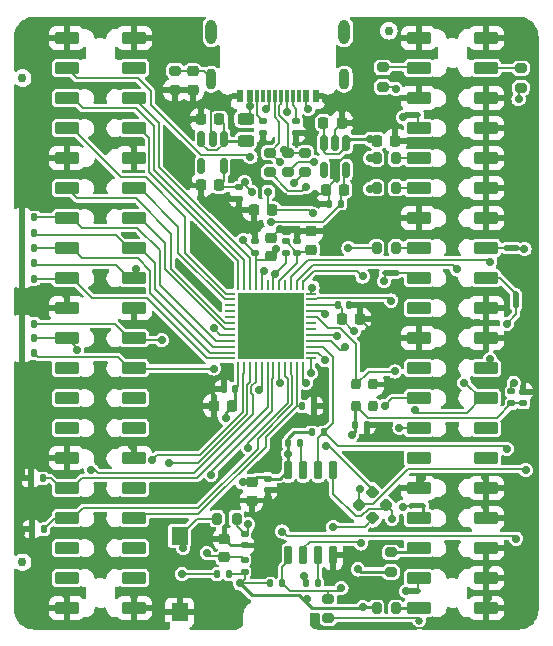
<source format=gbr>
G04 #@! TF.GenerationSoftware,KiCad,Pcbnew,7.0.10-7.0.10~ubuntu22.04.1*
G04 #@! TF.CreationDate,2024-01-11T21:49:49-05:00*
G04 #@! TF.ProjectId,caravel-breakout-fpga-ICE40UP5K-TT3,63617261-7665-46c2-9d62-7265616b6f75,1.2*
G04 #@! TF.SameCoordinates,PX2dc6c00PY42c1d80*
G04 #@! TF.FileFunction,Copper,L1,Top*
G04 #@! TF.FilePolarity,Positive*
%FSLAX46Y46*%
G04 Gerber Fmt 4.6, Leading zero omitted, Abs format (unit mm)*
G04 Created by KiCad (PCBNEW 7.0.10-7.0.10~ubuntu22.04.1) date 2024-01-11 21:49:49*
%MOMM*%
%LPD*%
G01*
G04 APERTURE LIST*
G04 Aperture macros list*
%AMRoundRect*
0 Rectangle with rounded corners*
0 $1 Rounding radius*
0 $2 $3 $4 $5 $6 $7 $8 $9 X,Y pos of 4 corners*
0 Add a 4 corners polygon primitive as box body*
4,1,4,$2,$3,$4,$5,$6,$7,$8,$9,$2,$3,0*
0 Add four circle primitives for the rounded corners*
1,1,$1+$1,$2,$3*
1,1,$1+$1,$4,$5*
1,1,$1+$1,$6,$7*
1,1,$1+$1,$8,$9*
0 Add four rect primitives between the rounded corners*
20,1,$1+$1,$2,$3,$4,$5,0*
20,1,$1+$1,$4,$5,$6,$7,0*
20,1,$1+$1,$6,$7,$8,$9,0*
20,1,$1+$1,$8,$9,$2,$3,0*%
G04 Aperture macros list end*
G04 #@! TA.AperFunction,SMDPad,CuDef*
%ADD10RoundRect,0.135000X0.135000X0.185000X-0.135000X0.185000X-0.135000X-0.185000X0.135000X-0.185000X0*%
G04 #@! TD*
G04 #@! TA.AperFunction,SMDPad,CuDef*
%ADD11RoundRect,0.225000X0.225000X0.250000X-0.225000X0.250000X-0.225000X-0.250000X0.225000X-0.250000X0*%
G04 #@! TD*
G04 #@! TA.AperFunction,ComponentPad*
%ADD12C,0.620000*%
G04 #@! TD*
G04 #@! TA.AperFunction,SMDPad,CuDef*
%ADD13RoundRect,0.102000X0.898000X0.408000X-0.898000X0.408000X-0.898000X-0.408000X0.898000X-0.408000X0*%
G04 #@! TD*
G04 #@! TA.AperFunction,SMDPad,CuDef*
%ADD14RoundRect,0.140000X0.170000X-0.140000X0.170000X0.140000X-0.170000X0.140000X-0.170000X-0.140000X0*%
G04 #@! TD*
G04 #@! TA.AperFunction,SMDPad,CuDef*
%ADD15RoundRect,0.225000X-0.250000X0.225000X-0.250000X-0.225000X0.250000X-0.225000X0.250000X0.225000X0*%
G04 #@! TD*
G04 #@! TA.AperFunction,SMDPad,CuDef*
%ADD16RoundRect,0.200000X-0.275000X0.200000X-0.275000X-0.200000X0.275000X-0.200000X0.275000X0.200000X0*%
G04 #@! TD*
G04 #@! TA.AperFunction,SMDPad,CuDef*
%ADD17RoundRect,0.200000X0.275000X-0.200000X0.275000X0.200000X-0.275000X0.200000X-0.275000X-0.200000X0*%
G04 #@! TD*
G04 #@! TA.AperFunction,SMDPad,CuDef*
%ADD18C,0.750000*%
G04 #@! TD*
G04 #@! TA.AperFunction,SMDPad,CuDef*
%ADD19C,0.500000*%
G04 #@! TD*
G04 #@! TA.AperFunction,SMDPad,CuDef*
%ADD20RoundRect,0.200000X-0.335876X-0.053033X-0.053033X-0.335876X0.335876X0.053033X0.053033X0.335876X0*%
G04 #@! TD*
G04 #@! TA.AperFunction,SMDPad,CuDef*
%ADD21RoundRect,0.200000X0.200000X0.275000X-0.200000X0.275000X-0.200000X-0.275000X0.200000X-0.275000X0*%
G04 #@! TD*
G04 #@! TA.AperFunction,SMDPad,CuDef*
%ADD22RoundRect,0.150000X-0.150000X0.512500X-0.150000X-0.512500X0.150000X-0.512500X0.150000X0.512500X0*%
G04 #@! TD*
G04 #@! TA.AperFunction,SMDPad,CuDef*
%ADD23RoundRect,0.135000X0.185000X-0.135000X0.185000X0.135000X-0.185000X0.135000X-0.185000X-0.135000X0*%
G04 #@! TD*
G04 #@! TA.AperFunction,SMDPad,CuDef*
%ADD24RoundRect,0.225000X0.250000X-0.225000X0.250000X0.225000X-0.250000X0.225000X-0.250000X-0.225000X0*%
G04 #@! TD*
G04 #@! TA.AperFunction,SMDPad,CuDef*
%ADD25RoundRect,0.200000X0.200000X0.250000X-0.200000X0.250000X-0.200000X-0.250000X0.200000X-0.250000X0*%
G04 #@! TD*
G04 #@! TA.AperFunction,SMDPad,CuDef*
%ADD26RoundRect,0.135000X-0.135000X-0.185000X0.135000X-0.185000X0.135000X0.185000X-0.135000X0.185000X0*%
G04 #@! TD*
G04 #@! TA.AperFunction,SMDPad,CuDef*
%ADD27RoundRect,0.200000X-0.200000X-0.275000X0.200000X-0.275000X0.200000X0.275000X-0.200000X0.275000X0*%
G04 #@! TD*
G04 #@! TA.AperFunction,SMDPad,CuDef*
%ADD28RoundRect,0.140000X0.140000X0.170000X-0.140000X0.170000X-0.140000X-0.170000X0.140000X-0.170000X0*%
G04 #@! TD*
G04 #@! TA.AperFunction,SMDPad,CuDef*
%ADD29RoundRect,0.218750X-0.256250X0.218750X-0.256250X-0.218750X0.256250X-0.218750X0.256250X0.218750X0*%
G04 #@! TD*
G04 #@! TA.AperFunction,SMDPad,CuDef*
%ADD30RoundRect,0.225000X-0.225000X-0.250000X0.225000X-0.250000X0.225000X0.250000X-0.225000X0.250000X0*%
G04 #@! TD*
G04 #@! TA.AperFunction,SMDPad,CuDef*
%ADD31RoundRect,0.150000X0.150000X-0.650000X0.150000X0.650000X-0.150000X0.650000X-0.150000X-0.650000X0*%
G04 #@! TD*
G04 #@! TA.AperFunction,SMDPad,CuDef*
%ADD32R,1.400000X1.500000*%
G04 #@! TD*
G04 #@! TA.AperFunction,SMDPad,CuDef*
%ADD33RoundRect,0.243750X-0.456250X0.243750X-0.456250X-0.243750X0.456250X-0.243750X0.456250X0.243750X0*%
G04 #@! TD*
G04 #@! TA.AperFunction,SMDPad,CuDef*
%ADD34RoundRect,0.140000X-0.170000X0.140000X-0.170000X-0.140000X0.170000X-0.140000X0.170000X0.140000X0*%
G04 #@! TD*
G04 #@! TA.AperFunction,SMDPad,CuDef*
%ADD35RoundRect,0.140000X-0.140000X-0.170000X0.140000X-0.170000X0.140000X0.170000X-0.140000X0.170000X0*%
G04 #@! TD*
G04 #@! TA.AperFunction,SMDPad,CuDef*
%ADD36R,0.600000X1.100000*%
G04 #@! TD*
G04 #@! TA.AperFunction,SMDPad,CuDef*
%ADD37R,0.300000X1.100000*%
G04 #@! TD*
G04 #@! TA.AperFunction,ComponentPad*
%ADD38O,0.950000X2.100000*%
G04 #@! TD*
G04 #@! TA.AperFunction,ComponentPad*
%ADD39O,0.900000X1.800000*%
G04 #@! TD*
G04 #@! TA.AperFunction,SMDPad,CuDef*
%ADD40RoundRect,0.135000X-0.185000X0.135000X-0.185000X-0.135000X0.185000X-0.135000X0.185000X0.135000X0*%
G04 #@! TD*
G04 #@! TA.AperFunction,SMDPad,CuDef*
%ADD41RoundRect,0.062500X0.062500X-0.375000X0.062500X0.375000X-0.062500X0.375000X-0.062500X-0.375000X0*%
G04 #@! TD*
G04 #@! TA.AperFunction,SMDPad,CuDef*
%ADD42RoundRect,0.062500X0.375000X-0.062500X0.375000X0.062500X-0.375000X0.062500X-0.375000X-0.062500X0*%
G04 #@! TD*
G04 #@! TA.AperFunction,SMDPad,CuDef*
%ADD43R,5.600000X5.600000*%
G04 #@! TD*
G04 #@! TA.AperFunction,SMDPad,CuDef*
%ADD44RoundRect,0.200000X-0.053033X0.335876X-0.335876X0.053033X0.053033X-0.335876X0.335876X-0.053033X0*%
G04 #@! TD*
G04 #@! TA.AperFunction,SMDPad,CuDef*
%ADD45RoundRect,0.150000X-0.150000X-0.200000X0.150000X-0.200000X0.150000X0.200000X-0.150000X0.200000X0*%
G04 #@! TD*
G04 #@! TA.AperFunction,ViaPad*
%ADD46C,0.700000*%
G04 #@! TD*
G04 #@! TA.AperFunction,ViaPad*
%ADD47C,0.650000*%
G04 #@! TD*
G04 #@! TA.AperFunction,Conductor*
%ADD48C,0.200000*%
G04 #@! TD*
G04 #@! TA.AperFunction,Conductor*
%ADD49C,0.180000*%
G04 #@! TD*
G04 #@! TA.AperFunction,Conductor*
%ADD50C,0.254000*%
G04 #@! TD*
G04 #@! TA.AperFunction,Conductor*
%ADD51C,0.250000*%
G04 #@! TD*
G04 APERTURE END LIST*
G04 #@! TA.AperFunction,EtchedComponent*
G36*
X43050000Y27700000D02*
G01*
X42550000Y27700000D01*
X42550000Y28700000D01*
X43050000Y28700000D01*
X43050000Y27700000D01*
G37*
G04 #@! TD.AperFunction*
G04 #@! TA.AperFunction,EtchedComponent*
G36*
X32700000Y30250000D02*
G01*
X31700000Y30250000D01*
X31700000Y30750000D01*
X32700000Y30750000D01*
X32700000Y30250000D01*
G37*
G04 #@! TD.AperFunction*
G04 #@! TA.AperFunction,EtchedComponent*
G36*
X42900000Y32350000D02*
G01*
X41900000Y32350000D01*
X41900000Y32850000D01*
X42900000Y32850000D01*
X42900000Y32350000D01*
G37*
G04 #@! TD.AperFunction*
G04 #@! TA.AperFunction,EtchedComponent*
G36*
X34900000Y10550000D02*
G01*
X33900000Y10550000D01*
X33900000Y11050000D01*
X34900000Y11050000D01*
X34900000Y10550000D01*
G37*
G04 #@! TD.AperFunction*
G04 #@! TA.AperFunction,EtchedComponent*
G36*
X34500000Y43650000D02*
G01*
X33500000Y43650000D01*
X33500000Y44150000D01*
X34500000Y44150000D01*
X34500000Y43650000D01*
G37*
G04 #@! TD.AperFunction*
G04 #@! TA.AperFunction,EtchedComponent*
G36*
X34500000Y3350000D02*
G01*
X33500000Y3350000D01*
X33500000Y3850000D01*
X34500000Y3850000D01*
X34500000Y3350000D01*
G37*
G04 #@! TD.AperFunction*
D10*
X2010000Y26200000D03*
X990000Y26200000D03*
X2010000Y24950000D03*
X990000Y24950000D03*
X2010000Y31300000D03*
X990000Y31300000D03*
X2010000Y35200000D03*
X990000Y35200000D03*
X2010000Y30000000D03*
X990000Y30000000D03*
X2010000Y23700000D03*
X990000Y23700000D03*
X2010000Y32600000D03*
X990000Y32600000D03*
X2010000Y33900000D03*
X990000Y33900000D03*
D11*
X18775000Y19250000D03*
X17225000Y19250000D03*
D12*
X7600000Y5200000D03*
X44200000Y3700000D03*
X34400000Y5900000D03*
X8180000Y700000D03*
D13*
X10450000Y2120000D03*
X4750000Y2120000D03*
X10450000Y4660000D03*
X4750000Y4660000D03*
X10450000Y7200000D03*
X4750000Y7200000D03*
X10450000Y9740000D03*
X4750000Y9740000D03*
X10450000Y12280000D03*
X4750000Y12280000D03*
X10450000Y14820000D03*
X4750000Y14820000D03*
X10450000Y17360000D03*
X4750000Y17360000D03*
X10450000Y19900000D03*
X4750000Y19900000D03*
X10450000Y22440000D03*
X4750000Y22440000D03*
X10450000Y24980000D03*
X4750000Y24980000D03*
X10450000Y27520000D03*
X4750000Y27520000D03*
X10450000Y30060000D03*
X4750000Y30060000D03*
X10450000Y32600000D03*
X4750000Y32600000D03*
X10450000Y35140000D03*
X4750000Y35140000D03*
X10450000Y37680000D03*
X4750000Y37680000D03*
X10450000Y40220000D03*
X4750000Y40220000D03*
X10450000Y42760000D03*
X4750000Y42760000D03*
X10450000Y45300000D03*
X4750000Y45300000D03*
X10450000Y47840000D03*
X4750000Y47840000D03*
X10450000Y50380000D03*
X4750000Y50380000D03*
D12*
X44200000Y43440000D03*
D14*
X24250000Y32220000D03*
X24250000Y33180000D03*
D12*
X1000000Y36200000D03*
D15*
X20400000Y12775000D03*
X20400000Y11225000D03*
D16*
X31500000Y47900000D03*
X31500000Y46250000D03*
D12*
X39500000Y26300000D03*
D17*
X24950000Y39025000D03*
X24950000Y40675000D03*
D16*
X23450000Y40675000D03*
X23450000Y39025000D03*
D18*
X32000000Y51000000D03*
D19*
X42800000Y28700000D03*
X42800000Y27700000D03*
D12*
X8180000Y51700000D03*
X38660000Y700000D03*
D20*
X30616637Y11983363D03*
X31783363Y10816637D03*
D12*
X44200000Y12960000D03*
X13200000Y42350000D03*
D14*
X43400000Y19470000D03*
X43400000Y20430000D03*
D21*
X32625000Y2100000D03*
X30975000Y2100000D03*
D12*
X13700000Y6200000D03*
X31900000Y45000000D03*
D15*
X15400000Y47562500D03*
X15400000Y46012500D03*
D12*
X12600000Y46000000D03*
X34500000Y28800000D03*
X10400000Y39200000D03*
D16*
X43200000Y47825000D03*
X43200000Y46175000D03*
D22*
X28400000Y41487500D03*
X27450000Y41487500D03*
X26500000Y41487500D03*
X26500000Y39212500D03*
X28400000Y39212500D03*
D23*
X42400000Y19440000D03*
X42400000Y20460000D03*
D17*
X26900000Y1250000D03*
X26900000Y2900000D03*
D12*
X34500000Y26300000D03*
D24*
X25450000Y32475000D03*
X25450000Y34025000D03*
D12*
X18500000Y4000000D03*
X17100000Y28300000D03*
X44200000Y7880000D03*
X10400000Y46350000D03*
D21*
X32625000Y32600000D03*
X30975000Y32600000D03*
D12*
X20600000Y27400000D03*
D10*
X2810000Y8800000D03*
X1790000Y8800000D03*
D12*
X18400000Y22300000D03*
X31800000Y33900000D03*
X43740000Y51600000D03*
D25*
X30700000Y19200000D03*
X30700000Y21050000D03*
X29250000Y21050000D03*
X29250000Y19200000D03*
D20*
X29516637Y10883363D03*
X30683363Y9716637D03*
D26*
X24990000Y4200000D03*
X26010000Y4200000D03*
D12*
X38660000Y51700000D03*
X39500000Y28800000D03*
X15500000Y34350000D03*
D27*
X17475000Y9700000D03*
X19125000Y9700000D03*
D28*
X27930000Y36350000D03*
X26970000Y36350000D03*
D29*
X18100000Y7987500D03*
X18100000Y6412500D03*
D30*
X31025000Y41700000D03*
X32575000Y41700000D03*
D12*
X32600000Y3300000D03*
X34500000Y21100000D03*
X1000000Y44120000D03*
X29800000Y3900000D03*
X44300000Y23500000D03*
D11*
X17675000Y37900000D03*
X16125000Y37900000D03*
D12*
X3100000Y700000D03*
D16*
X21950000Y40675000D03*
X21950000Y39025000D03*
D12*
X35000000Y49000000D03*
X26700000Y9900000D03*
D19*
X32700000Y30500000D03*
X31700000Y30500000D03*
D12*
X7200000Y24000000D03*
D31*
X23495000Y6600000D03*
X24765000Y6600000D03*
X26035000Y6600000D03*
X27305000Y6600000D03*
X27305000Y13800000D03*
X26035000Y13800000D03*
X24765000Y13800000D03*
X23495000Y13800000D03*
D12*
X31800000Y38700000D03*
X44300000Y27700000D03*
D26*
X25490000Y17000000D03*
X26510000Y17000000D03*
D21*
X32625000Y37700000D03*
X30975000Y37700000D03*
D12*
X28500000Y700000D03*
D11*
X17675000Y43500000D03*
X16125000Y43500000D03*
D12*
X10400000Y33650000D03*
X11200000Y29000000D03*
D23*
X19800000Y5190000D03*
X19800000Y6210000D03*
D30*
X26475000Y43200000D03*
X28025000Y43200000D03*
D32*
X14300000Y1750000D03*
X14300000Y8250000D03*
D18*
X1000000Y47000000D03*
D12*
X22200000Y5200000D03*
D23*
X23300000Y32190000D03*
X23300000Y33210000D03*
D12*
X33580000Y700000D03*
X37400000Y16500000D03*
X43740000Y900000D03*
X21300000Y14200000D03*
D33*
X19900000Y43537500D03*
X19900000Y41662500D03*
D12*
X44200000Y33800000D03*
X18700000Y14400000D03*
D19*
X41900000Y32600000D03*
X42900000Y32600000D03*
D12*
X23100000Y37000000D03*
X7600000Y9200000D03*
D34*
X19800000Y8380000D03*
X19800000Y7420000D03*
D12*
X44200000Y38360000D03*
X44200000Y49000000D03*
D11*
X28225000Y37550000D03*
X26675000Y37550000D03*
D12*
X31400000Y12900000D03*
D24*
X22000000Y31925000D03*
X22000000Y33475000D03*
D16*
X32200000Y6825000D03*
X32200000Y5175000D03*
D12*
X33580000Y51700000D03*
X13260000Y51700000D03*
D34*
X19300000Y37730000D03*
X19300000Y36770000D03*
D12*
X12000000Y26200000D03*
X15800000Y8100000D03*
X30500000Y22900000D03*
X28900000Y48800000D03*
X1000000Y3480000D03*
X29500000Y51700000D03*
X8000000Y38600000D03*
X10350000Y36200000D03*
X18700000Y11900000D03*
X31500000Y8900000D03*
X20900000Y7400000D03*
D10*
X2710000Y13100000D03*
X1690000Y13100000D03*
D12*
X1000000Y8560000D03*
D21*
X32625000Y40200000D03*
X30975000Y40200000D03*
D35*
X27720000Y27800000D03*
X28680000Y27800000D03*
D12*
X41600000Y28800000D03*
X29100000Y36400000D03*
X20600000Y24600000D03*
D16*
X13900000Y47625000D03*
X13900000Y45975000D03*
D28*
X19030000Y20700000D03*
X18070000Y20700000D03*
D12*
X27300000Y4600000D03*
D10*
X18520000Y5000000D03*
X17500000Y5000000D03*
D12*
X15700000Y23100000D03*
X34500000Y23600000D03*
X7600000Y29000000D03*
X1000000Y22400000D03*
X37400000Y8900000D03*
X26000000Y21100000D03*
X29700000Y6400000D03*
D35*
X29170000Y17600000D03*
X30130000Y17600000D03*
D12*
X10300000Y43800000D03*
X19300000Y39400000D03*
X37400000Y11100000D03*
X1000000Y40200000D03*
D11*
X22125000Y35850000D03*
X20575000Y35850000D03*
D12*
X14400000Y31000000D03*
D36*
X25820000Y45450000D03*
X25020000Y45450000D03*
D37*
X23870000Y45450000D03*
X22870000Y45450000D03*
X22370000Y45450000D03*
X21370000Y45450000D03*
D36*
X19420000Y45450000D03*
X20220000Y45450000D03*
D37*
X20870000Y45450000D03*
X21870000Y45450000D03*
X23370000Y45450000D03*
X24370000Y45450000D03*
D38*
X28240000Y50900000D03*
D39*
X17000000Y46900000D03*
X28240000Y46900000D03*
D38*
X17000000Y50900000D03*
D26*
X24690000Y19200000D03*
X25710000Y19200000D03*
D40*
X21400000Y43360000D03*
X21400000Y42340000D03*
X24180000Y43360000D03*
X24180000Y42340000D03*
D12*
X1000000Y49200000D03*
D41*
X19250000Y22562500D03*
X19750000Y22562500D03*
X20250000Y22562500D03*
X20750000Y22562500D03*
X21250000Y22562500D03*
X21750000Y22562500D03*
X22250000Y22562500D03*
X22750000Y22562500D03*
X23250000Y22562500D03*
X23750000Y22562500D03*
X24250000Y22562500D03*
X24750000Y22562500D03*
D42*
X25437500Y23250000D03*
X25437500Y23750000D03*
X25437500Y24250000D03*
X25437500Y24750000D03*
X25437500Y25250000D03*
X25437500Y25750000D03*
X25437500Y26250000D03*
X25437500Y26750000D03*
X25437500Y27250000D03*
X25437500Y27750000D03*
X25437500Y28250000D03*
X25437500Y28750000D03*
D41*
X24750000Y29437500D03*
X24250000Y29437500D03*
X23750000Y29437500D03*
X23250000Y29437500D03*
X22750000Y29437500D03*
X22250000Y29437500D03*
X21750000Y29437500D03*
X21250000Y29437500D03*
X20750000Y29437500D03*
X20250000Y29437500D03*
X19750000Y29437500D03*
X19250000Y29437500D03*
D42*
X18562500Y28750000D03*
X18562500Y28250000D03*
X18562500Y27750000D03*
X18562500Y27250000D03*
X18562500Y26750000D03*
X18562500Y26250000D03*
X18562500Y25750000D03*
X18562500Y25250000D03*
X18562500Y24750000D03*
X18562500Y24250000D03*
X18562500Y23750000D03*
X18562500Y23250000D03*
D43*
X22000000Y26000000D03*
D12*
X3100000Y51700000D03*
D44*
X30683363Y11983363D03*
X29516637Y10816637D03*
D12*
X14100000Y16000000D03*
X18340000Y700000D03*
X13260000Y700000D03*
D19*
X34900000Y10800000D03*
X33900000Y10800000D03*
D12*
X15900000Y12400000D03*
X27500000Y29100000D03*
X8200000Y18700000D03*
D19*
X34500000Y43900000D03*
X33500000Y43900000D03*
D12*
X1000000Y18720000D03*
D13*
X40250000Y2120000D03*
X34550000Y2120000D03*
X40250000Y4660000D03*
X34550000Y4660000D03*
X40250000Y7200000D03*
X34550000Y7200000D03*
X40250000Y9740000D03*
X34550000Y9740000D03*
X40250000Y12280000D03*
X34550000Y12280000D03*
X40250000Y14820000D03*
X34550000Y14820000D03*
X40250000Y17360000D03*
X34550000Y17360000D03*
X40250000Y19900000D03*
X34550000Y19900000D03*
X40250000Y22440000D03*
X34550000Y22440000D03*
X40250000Y24980000D03*
X34550000Y24980000D03*
X40250000Y27520000D03*
X34550000Y27520000D03*
X40250000Y30060000D03*
X34550000Y30060000D03*
X40250000Y32600000D03*
X34550000Y32600000D03*
X40250000Y35140000D03*
X34550000Y35140000D03*
X40250000Y37680000D03*
X34550000Y37680000D03*
X40250000Y40220000D03*
X34550000Y40220000D03*
X40250000Y42760000D03*
X34550000Y42760000D03*
X40250000Y45300000D03*
X34550000Y45300000D03*
X40250000Y47840000D03*
X34550000Y47840000D03*
X40250000Y50380000D03*
X34550000Y50380000D03*
D12*
X1000000Y28080000D03*
X18400000Y29800000D03*
D26*
X23490000Y16100000D03*
X24510000Y16100000D03*
X21990000Y4200000D03*
X23010000Y4200000D03*
D14*
X20700000Y32220000D03*
X20700000Y33180000D03*
D12*
X23500000Y12300000D03*
X16200000Y49000000D03*
D18*
X1000000Y6000000D03*
D45*
X21800000Y37350000D03*
X20400000Y37350000D03*
D30*
X28025000Y26600000D03*
X29575000Y26600000D03*
D44*
X31783363Y10883363D03*
X30616637Y9716637D03*
D12*
X37400000Y19250000D03*
X12200000Y11400000D03*
X1000000Y13640000D03*
X29550000Y15200000D03*
D22*
X18050000Y41837500D03*
X17100000Y41837500D03*
X16150000Y41837500D03*
X16150000Y39562500D03*
X18050000Y39562500D03*
D19*
X34500000Y3600000D03*
X33500000Y3600000D03*
D34*
X21750000Y13080000D03*
X21750000Y12120000D03*
D46*
X16150000Y36800000D03*
X16100000Y44550000D03*
X28050000Y44250000D03*
X29350000Y40350000D03*
X25800000Y36400000D03*
X15000000Y38400000D03*
X18400000Y36800000D03*
X4800000Y16000000D03*
X4800000Y49200000D03*
X40400000Y3000000D03*
X42000000Y7200000D03*
X4700002Y28600000D03*
X15000000Y43400000D03*
X10300000Y41400000D03*
X17000000Y44600000D03*
X29050000Y43199998D03*
X25200000Y42200000D03*
X25800000Y37200000D03*
X34840000Y13102998D03*
X40400000Y5800000D03*
X27400000Y34000000D03*
X21400000Y41600000D03*
X31400000Y17400000D03*
X26700000Y45100000D03*
X17200000Y17900000D03*
X10300000Y15800000D03*
X18400000Y45200000D03*
X34800000Y41600000D03*
X30400000Y27600000D03*
X4800000Y38800000D03*
X10400000Y3100000D03*
X16950000Y20649998D03*
X21800000Y11400000D03*
X20790000Y9941197D03*
X22800000Y34200000D03*
X10400000Y49000000D03*
X30350000Y25650000D03*
X20600000Y34000000D03*
X19150000Y35800000D03*
X34500000Y46600000D03*
X4700000Y3200000D03*
X40200000Y10800000D03*
X40200000Y13200000D03*
X10600000Y30800000D03*
X11999500Y14672567D03*
X13400000Y14400000D03*
X12800000Y24800000D03*
X6833056Y13820000D03*
X5600000Y24000000D03*
X17200000Y22400000D03*
X17200000Y25800000D03*
X32918886Y17400000D03*
X32218282Y28151594D03*
X37800000Y30800000D03*
D47*
X34600000Y1065122D03*
D46*
X38400000Y21200000D03*
X34200000Y18860500D03*
X29800000Y30200000D03*
X31658886Y19252168D03*
X40600000Y31400000D03*
X40600000Y23200000D03*
X32521851Y22151423D03*
X32600000Y46099972D03*
X20300000Y40300000D03*
X21478363Y30630409D03*
X30400000Y37600000D03*
X29065103Y25600000D03*
X30400000Y40200000D03*
X19630366Y12769634D03*
X23500000Y15200000D03*
X18200000Y18200000D03*
X29400000Y5400000D03*
X19800000Y38200000D03*
X19700000Y33300000D03*
X28871922Y16800000D03*
X24800000Y4800000D03*
X25100000Y2900000D03*
X22474114Y32505983D03*
X19400000Y4200000D03*
X30400000Y41800000D03*
X29800000Y2200000D03*
X25546404Y29258096D03*
X25582962Y35526559D03*
X33467923Y3555264D03*
X33180000Y10654146D03*
X33230000Y43659605D03*
X21999172Y34845500D03*
X21060000Y20611415D03*
X22400000Y30400000D03*
X16973234Y13400000D03*
X16600000Y6800000D03*
X20220000Y44600000D03*
X25200000Y44400000D03*
X26600000Y23100000D03*
X26735000Y15800000D03*
X29650000Y7600000D03*
X43600000Y13800000D03*
X43500000Y32500000D03*
X29598922Y12200420D03*
X31599998Y29800000D03*
X32288886Y9688886D03*
X27299996Y9000000D03*
X27635782Y25162558D03*
X42800000Y8000000D03*
X43000000Y45200000D03*
X22800000Y21200000D03*
X23000000Y8600000D03*
X42600000Y21200000D03*
X28000000Y3800000D03*
X28338103Y24200000D03*
X28600000Y32600000D03*
X42000000Y15600000D03*
X42000000Y26200000D03*
X24000000Y38090000D03*
X25000000Y21200000D03*
X21645025Y44359386D03*
X23110223Y40944268D03*
X26600000Y27000000D03*
X25690631Y39892947D03*
X22797541Y39849847D03*
X23425025Y44145025D03*
X25000000Y37800000D03*
X25400000Y22000000D03*
X20100000Y9200000D03*
X20100000Y15700000D03*
X14600000Y7200000D03*
X14500000Y5000000D03*
D48*
X20575000Y35850000D02*
X19200000Y35850000D01*
X19200000Y35850000D02*
X19150000Y35800000D01*
D49*
X23750000Y22562500D02*
X23750000Y21900000D01*
X20900000Y16415614D02*
X20900000Y15612096D01*
X23750000Y21900000D02*
X23850000Y21800000D01*
X23850000Y21800000D02*
X23850000Y19365614D01*
X23850000Y19365614D02*
X20900000Y16415614D01*
X20900000Y15612096D02*
X15887904Y10600000D01*
X15887904Y10600000D02*
X6100000Y10600000D01*
X6100000Y10600000D02*
X5240000Y9740000D01*
X5240000Y9740000D02*
X4750000Y9740000D01*
X10770000Y10060000D02*
X10450000Y9740000D01*
X15900883Y10060000D02*
X10770000Y10060000D01*
X21600000Y16606498D02*
X21600000Y15759117D01*
X21600000Y15759117D02*
X15900883Y10060000D01*
X24250000Y19256498D02*
X21600000Y16606498D01*
X17475000Y9700000D02*
X15750000Y9700000D01*
X15750000Y9700000D02*
X14300000Y8250000D01*
X2010000Y31300000D02*
X2160000Y31150000D01*
X2160000Y31150000D02*
X8900000Y31150000D01*
X8900000Y31150000D02*
X9990000Y30060000D01*
X9990000Y30060000D02*
X10450000Y30060000D01*
X2010000Y33900000D02*
X2210000Y33700000D01*
X2210000Y33700000D02*
X8900000Y33700000D01*
X8900000Y33700000D02*
X10000000Y32600000D01*
X10000000Y32600000D02*
X10450000Y32600000D01*
D48*
X28025000Y26600000D02*
X28025000Y26575000D01*
X28025000Y26575000D02*
X29000000Y25600000D01*
X29000000Y25600000D02*
X29065103Y25600000D01*
X28680000Y27800000D02*
X30200000Y27800000D01*
X30200000Y27800000D02*
X30400000Y27600000D01*
X30350000Y25825000D02*
X30350000Y25650000D01*
X29575000Y26600000D02*
X30350000Y25825000D01*
D50*
X18200000Y18675000D02*
X18775000Y19250000D01*
X18775000Y19250000D02*
X19000000Y19475000D01*
X19000000Y19475000D02*
X19000000Y20670000D01*
X19000000Y20670000D02*
X19030000Y20700000D01*
X18200000Y18200000D02*
X18200000Y18675000D01*
D51*
X17225000Y19250000D02*
X17225000Y17925000D01*
X17225000Y17925000D02*
X17200000Y17900000D01*
X18070000Y20700000D02*
X17000002Y20700000D01*
X17000002Y20700000D02*
X16950000Y20649998D01*
D48*
X19030000Y20700000D02*
X19250000Y20920000D01*
X19250000Y20920000D02*
X19250000Y22562500D01*
X16125000Y37900000D02*
X16125000Y36825000D01*
X16125000Y36825000D02*
X16150000Y36800000D01*
X16125000Y43500000D02*
X16125000Y44525000D01*
X16125000Y44525000D02*
X16100000Y44550000D01*
X29049998Y43200000D02*
X29050000Y43199998D01*
X28025000Y43200000D02*
X29049998Y43200000D01*
X28025000Y43200000D02*
X28025000Y44225000D01*
X28025000Y44225000D02*
X28050000Y44250000D01*
X26675000Y37550000D02*
X27400000Y38275000D01*
X27400000Y38275000D02*
X27450000Y38325000D01*
X27450000Y38325000D02*
X27450000Y39565552D01*
X27450000Y39565552D02*
X28234448Y40350000D01*
X28234448Y40350000D02*
X29350000Y40350000D01*
X20880000Y45440000D02*
X20880000Y43880000D01*
X20870000Y45450000D02*
X20880000Y45440000D01*
X20880000Y43880000D02*
X21400000Y43360000D01*
X21400000Y42340000D02*
X21400000Y41600000D01*
X24180000Y43360000D02*
X24180000Y44380000D01*
X24180000Y44380000D02*
X23870000Y44690000D01*
X23870000Y44690000D02*
X23870000Y45450000D01*
X24180000Y42340000D02*
X25060000Y42340000D01*
X25060000Y42340000D02*
X25200000Y42200000D01*
D49*
X25259521Y35850000D02*
X25582962Y35526559D01*
X22125000Y35850000D02*
X25259521Y35850000D01*
D48*
X26970000Y36350000D02*
X25850000Y36350000D01*
X25850000Y36350000D02*
X25800000Y36400000D01*
X21800000Y37350000D02*
X21800000Y36175000D01*
D49*
X19800000Y38200000D02*
X19800000Y37950000D01*
D48*
X21800000Y36175000D02*
X22125000Y35850000D01*
D49*
X19800000Y37950000D02*
X20400000Y37350000D01*
X11850000Y45900000D02*
X11850000Y44750000D01*
X4750000Y47840000D02*
X5600000Y46990000D01*
X10760000Y46990000D02*
X11850000Y45900000D01*
X16105000Y40495000D02*
X20105000Y40495000D01*
X11850000Y44750000D02*
X16105000Y40495000D01*
X5600000Y46990000D02*
X10760000Y46990000D01*
X20105000Y40495000D02*
X20300000Y40300000D01*
D48*
X21400000Y41600000D02*
X21950000Y41600000D01*
X21950000Y41600000D02*
X22050000Y41500000D01*
X22370000Y45450000D02*
X22345025Y45425025D01*
X22345025Y45425025D02*
X22345025Y43697673D01*
X22345025Y43697673D02*
X22750000Y43292698D01*
X22750000Y43292698D02*
X22750000Y41475000D01*
X22750000Y41475000D02*
X21950000Y40675000D01*
X22870000Y45450000D02*
X22870000Y44820000D01*
X22870000Y44820000D02*
X22725025Y44675025D01*
X22725025Y43855075D02*
X23450000Y43130100D01*
X22725025Y44675025D02*
X22725025Y43855075D01*
X23450000Y43130100D02*
X23450000Y40675000D01*
X23450000Y40675000D02*
X23180732Y40944268D01*
X23180732Y40944268D02*
X23110223Y40944268D01*
X23010000Y4200000D02*
X23010000Y5610000D01*
X23010000Y5610000D02*
X23495000Y6095000D01*
X23495000Y6095000D02*
X23495000Y6600000D01*
X24765000Y6600000D02*
X24765000Y7165000D01*
X24765000Y7165000D02*
X25350000Y7750000D01*
X25350000Y7750000D02*
X29500000Y7750000D01*
X29500000Y7750000D02*
X29650000Y7600000D01*
X23000000Y8600000D02*
X23370000Y8230000D01*
X23370000Y8230000D02*
X42570000Y8230000D01*
X42570000Y8230000D02*
X42800000Y8000000D01*
D49*
X18562500Y23250000D02*
X16650000Y23250000D01*
X16650000Y23250000D02*
X11500000Y28400000D01*
X11500000Y28400000D02*
X6850000Y28400000D01*
X5190000Y30060000D02*
X4750000Y30060000D01*
X6850000Y28400000D02*
X5190000Y30060000D01*
X18562500Y24750000D02*
X17350000Y24750000D01*
X17350000Y24750000D02*
X12600000Y29500000D01*
X6010000Y34290000D02*
X5160000Y35140000D01*
X12600000Y29500000D02*
X12600000Y32400000D01*
X10710000Y34290000D02*
X6010000Y34290000D01*
X12600000Y32400000D02*
X10710000Y34290000D01*
X5160000Y35140000D02*
X4750000Y35140000D01*
X18562500Y28750000D02*
X18250000Y28750000D01*
X18250000Y28750000D02*
X14800000Y32200000D01*
X14800000Y35250000D02*
X11450000Y38600000D01*
X5190000Y42760000D02*
X4750000Y42760000D01*
X14800000Y32200000D02*
X14800000Y35250000D01*
X9350000Y38600000D02*
X5190000Y42760000D01*
X11450000Y38600000D02*
X9350000Y38600000D01*
X18562500Y23750000D02*
X16850000Y23750000D01*
X6050000Y31750000D02*
X5200000Y32600000D01*
X16850000Y23750000D02*
X11800000Y28800000D01*
X11800000Y28800000D02*
X11800000Y30700000D01*
X11800000Y30700000D02*
X10750000Y31750000D01*
X10750000Y31750000D02*
X6050000Y31750000D01*
X5200000Y32600000D02*
X4750000Y32600000D01*
X19250000Y29437500D02*
X19250000Y31500000D01*
X19250000Y31500000D02*
X11740000Y39010000D01*
X11740000Y39010000D02*
X11740000Y41910000D01*
X11740000Y41910000D02*
X10890000Y42760000D01*
X10890000Y42760000D02*
X10450000Y42760000D01*
X19750000Y29437500D02*
X19750000Y31600000D01*
X5250000Y45300000D02*
X4750000Y45300000D01*
X19750000Y31600000D02*
X12150000Y39200000D01*
X12150000Y39200000D02*
X12150000Y42894914D01*
X10594914Y44450000D02*
X6100000Y44450000D01*
X12150000Y42894914D02*
X10594914Y44450000D01*
X6100000Y44450000D02*
X5250000Y45300000D01*
X20250000Y29437500D02*
X20250000Y31750000D01*
X20250000Y31750000D02*
X12550000Y39450000D01*
X12550000Y39450000D02*
X12550000Y43200000D01*
X12550000Y43200000D02*
X10450000Y45300000D01*
X18562500Y25750000D02*
X18143926Y25750000D01*
X13040000Y30853926D02*
X13040000Y33060000D01*
X18143926Y25750000D02*
X13040000Y30853926D01*
X13040000Y33060000D02*
X10960000Y35140000D01*
X10960000Y35140000D02*
X10450000Y35140000D01*
X18562500Y24250000D02*
X17107538Y24250000D01*
X17107538Y24250000D02*
X12200000Y29157538D01*
X12200000Y29157538D02*
X12200000Y31350000D01*
X12200000Y31350000D02*
X10950000Y32600000D01*
X10950000Y32600000D02*
X10450000Y32600000D01*
X40250000Y19900000D02*
X39850000Y19900000D01*
X39850000Y19900000D02*
X38600000Y18650000D01*
X38600000Y18650000D02*
X34410500Y18650000D01*
X34410500Y18650000D02*
X34200000Y18860500D01*
X38400000Y21200000D02*
X38500000Y21200000D01*
X38500000Y21200000D02*
X39800000Y19900000D01*
X39800000Y19900000D02*
X40250000Y19900000D01*
X2010000Y26200000D02*
X8800000Y26200000D01*
X8800000Y26200000D02*
X10020000Y24980000D01*
X10020000Y24980000D02*
X10450000Y24980000D01*
X2010000Y23700000D02*
X2330000Y23380000D01*
X9070000Y23380000D02*
X10010000Y22440000D01*
X2330000Y23380000D02*
X9070000Y23380000D01*
X10010000Y22440000D02*
X10450000Y22440000D01*
X21750000Y22562500D02*
X21750000Y19125808D01*
X6030000Y13130000D02*
X5180000Y12280000D01*
X21750000Y19125808D02*
X15754192Y13130000D01*
X15754192Y13130000D02*
X6030000Y13130000D01*
X5180000Y12280000D02*
X4750000Y12280000D01*
D48*
X18050000Y41837500D02*
X18050000Y41442224D01*
X17482776Y40875000D02*
X16725000Y40875000D01*
X18050000Y41442224D02*
X17482776Y40875000D01*
X16725000Y40875000D02*
X16150000Y41450000D01*
X16150000Y41450000D02*
X16150000Y41837500D01*
X25450000Y34025000D02*
X24725000Y34025000D01*
X24725000Y34025000D02*
X24250000Y33550000D01*
X24250000Y33550000D02*
X24250000Y33180000D01*
X24250000Y33180000D02*
X24250000Y33650000D01*
X24250000Y33650000D02*
X23700000Y34200000D01*
X23700000Y34200000D02*
X22800000Y34200000D01*
D49*
X22000000Y31925000D02*
X21675000Y31600000D01*
D48*
X21675000Y31600000D02*
X20750000Y31600000D01*
D49*
X20750000Y31600000D02*
X20750000Y32170000D01*
D48*
X25450000Y32475000D02*
X25275000Y32300000D01*
X25275000Y32300000D02*
X24330000Y32300000D01*
X24330000Y32300000D02*
X24250000Y32220000D01*
X23750000Y29856074D02*
X23750000Y30126518D01*
X25183482Y31560000D02*
X40440000Y31560000D01*
X23750000Y30126518D02*
X25183482Y31560000D01*
D49*
X37410000Y31190000D02*
X37800000Y30800000D01*
X25593042Y31190000D02*
X37410000Y31190000D01*
X24250000Y29846958D02*
X25593042Y31190000D01*
X24250000Y29437500D02*
X24250000Y29846958D01*
D48*
X30683363Y11983363D02*
X30616637Y11983363D01*
X30616637Y11983363D02*
X30616637Y12172655D01*
X30616637Y12172655D02*
X26989292Y15800000D01*
X26989292Y15800000D02*
X26735000Y15800000D01*
X31783363Y10883363D02*
X31436431Y10536431D01*
X31436431Y10536431D02*
X30304163Y10536431D01*
X30304163Y10536431D02*
X29667732Y9900000D01*
X29667732Y9900000D02*
X29200000Y9900000D01*
X27305000Y11795000D02*
X27305000Y13800000D01*
X29200000Y9900000D02*
X27305000Y11795000D01*
X33470395Y43900000D02*
X33230000Y43659605D01*
X33500000Y43900000D02*
X33470395Y43900000D01*
X27290000Y23385808D02*
X27290000Y17780000D01*
X27290000Y17780000D02*
X26510000Y17000000D01*
X25437500Y24250000D02*
X26425808Y24250000D01*
X26425808Y24250000D02*
X27290000Y23385808D01*
X25846958Y26750000D02*
X25950000Y26750000D01*
X25950000Y26750000D02*
X26900000Y25800000D01*
X26900000Y25800000D02*
X27889295Y25800000D01*
X27889295Y25800000D02*
X29250000Y24439295D01*
D49*
X27548340Y25250000D02*
X27635782Y25162558D01*
D48*
X25437500Y25250000D02*
X27548340Y25250000D01*
X29250000Y21050000D02*
X30300000Y22100000D01*
X30300000Y22100000D02*
X32470428Y22100000D01*
X32470428Y22100000D02*
X32521851Y22151423D01*
D49*
X34550000Y17360000D02*
X32958886Y17360000D01*
X32958886Y17360000D02*
X32918886Y17400000D01*
X2010000Y24950000D02*
X4720000Y24950000D01*
X4720000Y24950000D02*
X4750000Y24980000D01*
D48*
X4750000Y28550002D02*
X4700002Y28600000D01*
X4750000Y27520000D02*
X4750000Y28550002D01*
D49*
X2010000Y30000000D02*
X4690000Y30000000D01*
X4690000Y30000000D02*
X4750000Y30060000D01*
X2010000Y32600000D02*
X4750000Y32600000D01*
X2010000Y35200000D02*
X4690000Y35200000D01*
X4690000Y35200000D02*
X4750000Y35140000D01*
D48*
X4750000Y3150000D02*
X4700000Y3200000D01*
X10450000Y41250000D02*
X10300000Y41400000D01*
X4750000Y38850000D02*
X4800000Y38800000D01*
D51*
X34550000Y46550000D02*
X34500000Y46600000D01*
X18100000Y7987500D02*
X18667500Y7420000D01*
D48*
X26325000Y37200000D02*
X26675000Y37550000D01*
X10450000Y2120000D02*
X10450000Y3050000D01*
X15500000Y37900000D02*
X15000000Y38400000D01*
X40250000Y2120000D02*
X40250000Y2850000D01*
X22000000Y33475000D02*
X22075000Y33475000D01*
X10450000Y15650000D02*
X10300000Y15800000D01*
X40250000Y10750000D02*
X40200000Y10800000D01*
X20400000Y11225000D02*
X20400000Y10331197D01*
X10450000Y49050000D02*
X10400000Y49000000D01*
D51*
X34700000Y41700000D02*
X34800000Y41600000D01*
X34550000Y45300000D02*
X34550000Y46550000D01*
D48*
X26970000Y37255000D02*
X26675000Y37550000D01*
X17100000Y41837500D02*
X16925000Y42012500D01*
X4750000Y2120000D02*
X4750000Y3150000D01*
X25820000Y45450000D02*
X26350000Y45450000D01*
X25800000Y37200000D02*
X26325000Y37200000D01*
D51*
X30700000Y21050000D02*
X34450000Y21050000D01*
D48*
X20400000Y10331197D02*
X20790000Y9941197D01*
D49*
X33829878Y450122D02*
X38410122Y450122D01*
D48*
X21750000Y11450000D02*
X21800000Y11400000D01*
X10450000Y50380000D02*
X10450000Y49050000D01*
X4750000Y14820000D02*
X4750000Y15950000D01*
X34550000Y12280000D02*
X34550000Y12812998D01*
D51*
X34450000Y21050000D02*
X34500000Y21100000D01*
D48*
X40250000Y12280000D02*
X40250000Y13150000D01*
X10450000Y40220000D02*
X10450000Y41250000D01*
D51*
X32575000Y41700000D02*
X34700000Y41700000D01*
D48*
X15100000Y43500000D02*
X15000000Y43400000D01*
X20700000Y33900000D02*
X20600000Y34000000D01*
X40250000Y9740000D02*
X40250000Y10750000D01*
X40250000Y5650000D02*
X40400000Y5800000D01*
X30130000Y17600000D02*
X31200000Y17600000D01*
X40250000Y4660000D02*
X40250000Y5650000D01*
X40250000Y13150000D02*
X40200000Y13200000D01*
X40250000Y2850000D02*
X40400000Y3000000D01*
X40250000Y7200000D02*
X42000000Y7200000D01*
X27375000Y34025000D02*
X27400000Y34000000D01*
X10450000Y3050000D02*
X10400000Y3100000D01*
X27450000Y41487500D02*
X27450000Y42625000D01*
X19300000Y36770000D02*
X18430000Y36770000D01*
X31200000Y17600000D02*
X31400000Y17400000D01*
X4750000Y40220000D02*
X4750000Y38850000D01*
X18430000Y36770000D02*
X18400000Y36800000D01*
X16925000Y42012500D02*
X16925000Y44525000D01*
X20700000Y33180000D02*
X20700000Y33900000D01*
X27450000Y42625000D02*
X28025000Y43200000D01*
X16125000Y43500000D02*
X15100000Y43500000D01*
X26970000Y36350000D02*
X26970000Y37255000D01*
X19420000Y45450000D02*
X18650000Y45450000D01*
X16125000Y37900000D02*
X15500000Y37900000D01*
D49*
X38410122Y450122D02*
X38660000Y700000D01*
D48*
X22075000Y33475000D02*
X22800000Y34200000D01*
X34550000Y12812998D02*
X34840000Y13102998D01*
D49*
X33580000Y700000D02*
X33829878Y450122D01*
D48*
X16925000Y44525000D02*
X17000000Y44600000D01*
X10450000Y14820000D02*
X10450000Y15650000D01*
X25450000Y34025000D02*
X27375000Y34025000D01*
X4750000Y50380000D02*
X4750000Y49250000D01*
X21750000Y12120000D02*
X21750000Y11450000D01*
X4750000Y15950000D02*
X4800000Y16000000D01*
X18650000Y45450000D02*
X18400000Y45200000D01*
X26350000Y45450000D02*
X26700000Y45100000D01*
X4750000Y49250000D02*
X4800000Y49200000D01*
D51*
X18667500Y7420000D02*
X19800000Y7420000D01*
D50*
X32625000Y2100000D02*
X34530000Y2100000D01*
X34530000Y2100000D02*
X34550000Y2120000D01*
D48*
X34500000Y3600000D02*
X34500000Y4610000D01*
X34500000Y4610000D02*
X34550000Y4660000D01*
D50*
X34900000Y10090000D02*
X34550000Y9740000D01*
X34900000Y10800000D02*
X34900000Y10090000D01*
X34175000Y6825000D02*
X34550000Y7200000D01*
X32200000Y6825000D02*
X34175000Y6825000D01*
D48*
X34530000Y40200000D02*
X34550000Y40220000D01*
X32625000Y40200000D02*
X34530000Y40200000D01*
D49*
X4220000Y12280000D02*
X3400000Y13100000D01*
X3400000Y13100000D02*
X2710000Y13100000D01*
X4750000Y12280000D02*
X4220000Y12280000D01*
X24250000Y22562500D02*
X24250000Y19256498D01*
X24306498Y19200000D02*
X24250000Y19256498D01*
X24690000Y19200000D02*
X24306498Y19200000D01*
X4750000Y9740000D02*
X3750000Y9740000D01*
X3750000Y9740000D02*
X2810000Y8800000D01*
X14200000Y34400000D02*
X10920000Y37680000D01*
X10920000Y37680000D02*
X10450000Y37680000D01*
X14200000Y32203042D02*
X14200000Y34400000D01*
X18562500Y28250000D02*
X18153042Y28250000D01*
X18153042Y28250000D02*
X14200000Y32203042D01*
X18562500Y26250000D02*
X18153042Y26250000D01*
X13600000Y33824914D02*
X10624914Y36800000D01*
X5630000Y36800000D02*
X4750000Y37680000D01*
X10624914Y36800000D02*
X5630000Y36800000D01*
X13600000Y30803042D02*
X13600000Y33824914D01*
X18153042Y26250000D02*
X13600000Y30803042D01*
X19650000Y18693730D02*
X19650000Y21900000D01*
X16046270Y15090000D02*
X19650000Y18693730D01*
X19750000Y22000000D02*
X19750000Y22562500D01*
X12416933Y15090000D02*
X16046270Y15090000D01*
X10600000Y30210000D02*
X10450000Y30060000D01*
X19650000Y21900000D02*
X19750000Y22000000D01*
X11999500Y14672567D02*
X12416933Y15090000D01*
X10600000Y30800000D02*
X10600000Y30210000D01*
X15865386Y14400000D02*
X13400000Y14400000D01*
X20010000Y18544614D02*
X15865386Y14400000D01*
X10630000Y24800000D02*
X10450000Y24980000D01*
X12800000Y24800000D02*
X10630000Y24800000D01*
X20250000Y22562500D02*
X20250000Y21286339D01*
X20010000Y21046339D02*
X20010000Y18544614D01*
X20250000Y21286339D02*
X20010000Y21046339D01*
X20527323Y18552821D02*
X15534502Y13560000D01*
X20750000Y22562500D02*
X20750000Y21277223D01*
X5600000Y24000000D02*
X5600000Y24130000D01*
X5600000Y24130000D02*
X4750000Y24980000D01*
X20370000Y20325607D02*
X20527323Y20168284D01*
X7376413Y13560000D02*
X7116413Y13820000D01*
X20750000Y21277223D02*
X20370000Y20897223D01*
X20527323Y20168284D02*
X20527323Y18552821D01*
X20370000Y20897223D02*
X20370000Y20325607D01*
X15534502Y13560000D02*
X7376413Y13560000D01*
X7116413Y13820000D02*
X6833056Y13820000D01*
X18562500Y25250000D02*
X17750000Y25250000D01*
X17200000Y22400000D02*
X10490000Y22400000D01*
X10490000Y22400000D02*
X10450000Y22440000D01*
X17750000Y25250000D02*
X17200000Y25800000D01*
X31969876Y28400000D02*
X32218282Y28151594D01*
X25437500Y28250000D02*
X25846958Y28250000D01*
X25846958Y28250000D02*
X25996958Y28400000D01*
X25996958Y28400000D02*
X31969876Y28400000D01*
X34365122Y1300000D02*
X34600000Y1065122D01*
X26900000Y1250000D02*
X26950000Y1300000D01*
X26950000Y1300000D02*
X34365122Y1300000D01*
X29300000Y30700000D02*
X29800000Y30200000D01*
X25700000Y30700000D02*
X29300000Y30700000D01*
X24750000Y29437500D02*
X24750000Y29750000D01*
X24750000Y29750000D02*
X25700000Y30700000D01*
X32306718Y19900000D02*
X31658886Y19252168D01*
X34550000Y19900000D02*
X32306718Y19900000D01*
X23750000Y29437500D02*
X23750000Y29856074D01*
X40600000Y22790000D02*
X40250000Y22440000D01*
X40600000Y23200000D02*
X40600000Y22790000D01*
X40440000Y31560000D02*
X40600000Y31400000D01*
D48*
X40250000Y32600000D02*
X41900000Y32600000D01*
X32625000Y32600000D02*
X34550000Y32600000D01*
X40265000Y47825000D02*
X40250000Y47840000D01*
X43200000Y47825000D02*
X40265000Y47825000D01*
X34110000Y30500000D02*
X34550000Y30060000D01*
X32700000Y30500000D02*
X34110000Y30500000D01*
X29250000Y24439295D02*
X29250000Y21050000D01*
D49*
X31500000Y46250000D02*
X32449972Y46250000D01*
X32449972Y46250000D02*
X32600000Y46099972D01*
X25437500Y26750000D02*
X25846958Y26750000D01*
X21250000Y30402046D02*
X21478363Y30630409D01*
X21250000Y29437500D02*
X21250000Y30402046D01*
D48*
X41440000Y30060000D02*
X42800000Y28700000D01*
X40250000Y30060000D02*
X41440000Y30060000D01*
X34530000Y37700000D02*
X34550000Y37680000D01*
X32625000Y37700000D02*
X34530000Y37700000D01*
X34500000Y42810000D02*
X34550000Y42760000D01*
X34500000Y43900000D02*
X34500000Y42810000D01*
X18225000Y41662500D02*
X18050000Y41837500D01*
X18050000Y41837500D02*
X18050000Y43125000D01*
D50*
X19900000Y41662500D02*
X18225000Y41662500D01*
D48*
X18050000Y43125000D02*
X17675000Y43500000D01*
X28025000Y27495000D02*
X27720000Y27800000D01*
D50*
X32200000Y5175000D02*
X29625000Y5175000D01*
X29800000Y2200000D02*
X29700000Y2100000D01*
X24912207Y2712207D02*
X24431415Y3193000D01*
X28712500Y41800000D02*
X28400000Y41487500D01*
D48*
X19400000Y4200000D02*
X21990000Y4200000D01*
D50*
X31025000Y41700000D02*
X30500000Y41700000D01*
D48*
X27790552Y40525000D02*
X26675000Y40525000D01*
X24990000Y4200000D02*
X24990000Y4610000D01*
X30500000Y37700000D02*
X30400000Y37600000D01*
D49*
X19700000Y33220000D02*
X19700000Y33300000D01*
D48*
X30975000Y40200000D02*
X30400000Y40200000D01*
D49*
X27720000Y27800000D02*
X27670000Y27750000D01*
D50*
X24431415Y3193000D02*
X20407000Y3193000D01*
D48*
X26675000Y40525000D02*
X26500000Y40700000D01*
D50*
X20407000Y3193000D02*
X19400000Y4200000D01*
D49*
X19610000Y5000000D02*
X19800000Y5190000D01*
D48*
X28400000Y41134448D02*
X27790552Y40525000D01*
X25100000Y2900000D02*
X24912207Y2712207D01*
X30219500Y18230500D02*
X41190500Y18230500D01*
D49*
X19770000Y38200000D02*
X19300000Y37730000D01*
D48*
X26500000Y41487500D02*
X26500000Y43175000D01*
D50*
X22474114Y32505983D02*
X22474114Y32399114D01*
D48*
X41190500Y18230500D02*
X42400000Y19440000D01*
D50*
X19635732Y12775000D02*
X19630366Y12769634D01*
X29170000Y17098078D02*
X28871922Y16800000D01*
D49*
X18520000Y5000000D02*
X19610000Y5000000D01*
D50*
X20400000Y12775000D02*
X19635732Y12775000D01*
X20400000Y12775000D02*
X20825000Y13200000D01*
D48*
X43370000Y19440000D02*
X43400000Y19470000D01*
D50*
X23495000Y15195000D02*
X23500000Y15200000D01*
X21750000Y13080000D02*
X22775000Y13080000D01*
D48*
X27670000Y27750000D02*
X25437500Y27750000D01*
X28025000Y26600000D02*
X28025000Y27495000D01*
D50*
X20825000Y13200000D02*
X21630000Y13200000D01*
D48*
X19800000Y5190000D02*
X19800000Y4600000D01*
D49*
X17845000Y37730000D02*
X17675000Y37900000D01*
D50*
X22775000Y13080000D02*
X23495000Y13800000D01*
X30875000Y2200000D02*
X30975000Y2100000D01*
X30400000Y41800000D02*
X28712500Y41800000D01*
D48*
X19800000Y4600000D02*
X19400000Y4200000D01*
D50*
X23490000Y16100000D02*
X23490000Y16490000D01*
X29170000Y17600000D02*
X29170000Y19120000D01*
X23490000Y16100000D02*
X23490000Y15210000D01*
D49*
X20700000Y32220000D02*
X19700000Y33220000D01*
D50*
X25524414Y2100000D02*
X24912207Y2712207D01*
X29800000Y2200000D02*
X30875000Y2200000D01*
X23490000Y16490000D02*
X24000000Y17000000D01*
X21630000Y13200000D02*
X21750000Y13080000D01*
X23495000Y13800000D02*
X23495000Y15195000D01*
X24000000Y17000000D02*
X25490000Y17000000D01*
D48*
X28400000Y41487500D02*
X28400000Y41134448D01*
X29250000Y19200000D02*
X30219500Y18230500D01*
D49*
X19300000Y37730000D02*
X17845000Y37730000D01*
D48*
X20750000Y29437500D02*
X20750000Y32170000D01*
D49*
X19800000Y38200000D02*
X19770000Y38200000D01*
X18050000Y38275000D02*
X18050000Y39562500D01*
D48*
X42400000Y19440000D02*
X43370000Y19440000D01*
D50*
X22474114Y32399114D02*
X22000000Y31925000D01*
X29625000Y5175000D02*
X29400000Y5400000D01*
D48*
X26500000Y40700000D02*
X26500000Y41487500D01*
D49*
X17675000Y37900000D02*
X18050000Y38275000D01*
D50*
X23490000Y15210000D02*
X23500000Y15200000D01*
X30500000Y41700000D02*
X30400000Y41800000D01*
X29170000Y19120000D02*
X29250000Y19200000D01*
D49*
X20750000Y32170000D02*
X20700000Y32220000D01*
D48*
X24990000Y4610000D02*
X24800000Y4800000D01*
X26500000Y43175000D02*
X26475000Y43200000D01*
D50*
X29700000Y2100000D02*
X25524414Y2100000D01*
X29170000Y17600000D02*
X29170000Y17098078D01*
D48*
X30975000Y37700000D02*
X30500000Y37700000D01*
D49*
X24250000Y31346958D02*
X24250000Y32220000D01*
X22750000Y29437500D02*
X22750000Y29846958D01*
X24250000Y32220000D02*
X23300000Y33170000D01*
X23300000Y33170000D02*
X23300000Y33210000D01*
X22750000Y29846958D02*
X24250000Y31346958D01*
X25437500Y29149192D02*
X25546404Y29258096D01*
X25437500Y28750000D02*
X25437500Y29149192D01*
D48*
X33325854Y10800000D02*
X33180000Y10654146D01*
X33900000Y10800000D02*
X33325854Y10800000D01*
X23300000Y31300000D02*
X23300000Y32190000D01*
X22400000Y30400000D02*
X23300000Y31300000D01*
D49*
X26425500Y34845500D02*
X27930000Y36350000D01*
X27930000Y37255000D02*
X28225000Y37550000D01*
X28225000Y37550000D02*
X28225000Y39037500D01*
X22250000Y30250000D02*
X22400000Y30400000D01*
X22250000Y29437500D02*
X22250000Y30250000D01*
X27930000Y36350000D02*
X27930000Y37255000D01*
D48*
X21250000Y22562500D02*
X21250000Y20801415D01*
D49*
X28225000Y39037500D02*
X28400000Y39212500D01*
X21250000Y20801415D02*
X21060000Y20611415D01*
X21999172Y34845500D02*
X26425500Y34845500D01*
D48*
X13900000Y47625000D02*
X15337500Y47625000D01*
X15400000Y47562500D02*
X16337500Y47562500D01*
X15337500Y47625000D02*
X15400000Y47562500D01*
X16337500Y47562500D02*
X17000000Y46900000D01*
D49*
X19597500Y6412500D02*
X19800000Y6210000D01*
X22110000Y18785808D02*
X16973234Y13649042D01*
X22250000Y21625808D02*
X22110000Y21485808D01*
X22110000Y21485808D02*
X22110000Y18785808D01*
X16600000Y6800000D02*
X16900000Y6500000D01*
X16973234Y13649042D02*
X16973234Y13400000D01*
X16900000Y6500000D02*
X18012500Y6500000D01*
X22250000Y22562500D02*
X22250000Y21625808D01*
X18100000Y6412500D02*
X19597500Y6412500D01*
X18012500Y6500000D02*
X18100000Y6412500D01*
D48*
X25020000Y45450000D02*
X25020000Y44580000D01*
X20220000Y43857500D02*
X19900000Y43537500D01*
X25020000Y44580000D02*
X25200000Y44400000D01*
X20220000Y44600000D02*
X20220000Y43857500D01*
X20220000Y45450000D02*
X20220000Y44600000D01*
X26051100Y23750000D02*
X26600000Y23201100D01*
X26600000Y23201100D02*
X26600000Y23100000D01*
X25437500Y23750000D02*
X26051100Y23750000D01*
X43000000Y32500000D02*
X42900000Y32600000D01*
X29516637Y10883363D02*
X29516637Y12118135D01*
X30684163Y10916431D02*
X29549705Y10916431D01*
X43600000Y13800000D02*
X43500000Y13900000D01*
X43500000Y32500000D02*
X43000000Y32500000D01*
X29549705Y10916431D02*
X29516637Y10883363D01*
X33667732Y13900000D02*
X30684163Y10916431D01*
X43500000Y13900000D02*
X33667732Y13900000D01*
X29516637Y12118135D02*
X29598922Y12200420D01*
X31700000Y30500000D02*
X31700000Y29900002D01*
X32288886Y9688886D02*
X32288886Y10311114D01*
X32288886Y10311114D02*
X31783363Y10816637D01*
X31700000Y29900002D02*
X31599998Y29800000D01*
D49*
X29966726Y9000000D02*
X27299996Y9000000D01*
X30683363Y9716637D02*
X29966726Y9000000D01*
D48*
X22750000Y21250000D02*
X22800000Y21200000D01*
X43000000Y45200000D02*
X43000000Y45975000D01*
X42400000Y20460000D02*
X42400000Y21000000D01*
X43000000Y45975000D02*
X43200000Y46175000D01*
X22750000Y22562500D02*
X22750000Y21250000D01*
X42400000Y21000000D02*
X42600000Y21200000D01*
X27884239Y24000000D02*
X28138103Y24000000D01*
X28138103Y24000000D02*
X28338103Y24200000D01*
D49*
X26900000Y2900000D02*
X26900000Y3600000D01*
D48*
X30975000Y32600000D02*
X28600000Y32600000D01*
X28000000Y3800000D02*
X27800000Y3600000D01*
X25437500Y24750000D02*
X27134239Y24750000D01*
X27134239Y24750000D02*
X27884239Y24000000D01*
X27800000Y3600000D02*
X26900000Y3600000D01*
X26900000Y3600000D02*
X23610000Y3600000D01*
X23610000Y3600000D02*
X23010000Y4200000D01*
X42800000Y27700000D02*
X42800000Y27000000D01*
X26035000Y13800000D02*
X26035000Y16525000D01*
D49*
X26510000Y17000000D02*
X27710000Y15800000D01*
D48*
X42800000Y27000000D02*
X42000000Y26200000D01*
X26035000Y16525000D02*
X26510000Y17000000D01*
D49*
X41800000Y15800000D02*
X42000000Y15600000D01*
X27710000Y15800000D02*
X41800000Y15800000D01*
X24950000Y39025000D02*
X24015000Y38090000D01*
X24750000Y21450000D02*
X25000000Y21200000D01*
X24750000Y22562500D02*
X24750000Y21450000D01*
X24015000Y38090000D02*
X24000000Y38090000D01*
D48*
X23450000Y40675000D02*
X24950000Y40675000D01*
X21870000Y45450000D02*
X21870000Y44584361D01*
X21870000Y44584361D02*
X21645025Y44359386D01*
D49*
X25690631Y39892947D02*
X24317947Y39892947D01*
X25437500Y27250000D02*
X26350000Y27250000D01*
X26350000Y27250000D02*
X26600000Y27000000D01*
X24317947Y39892947D02*
X23450000Y39025000D01*
D48*
X22797541Y39849847D02*
X22775153Y39849847D01*
X23370000Y44200050D02*
X23425025Y44145025D01*
X23370000Y45450000D02*
X23370000Y44200050D01*
X22775153Y39849847D02*
X21950000Y40675000D01*
D49*
X25000000Y37800000D02*
X24670000Y37470000D01*
X24670000Y37470000D02*
X23505000Y37470000D01*
X25437500Y22037500D02*
X25400000Y22000000D01*
X25437500Y23250000D02*
X25437500Y22037500D01*
X23505000Y37470000D02*
X21950000Y39025000D01*
D48*
X26035000Y6600000D02*
X26035000Y4225000D01*
X26035000Y4225000D02*
X26010000Y4200000D01*
X24600000Y13965000D02*
X24600000Y16010000D01*
X24600000Y16010000D02*
X24510000Y16100000D01*
X24765000Y13800000D02*
X24600000Y13965000D01*
D49*
X20100000Y9200000D02*
X20100000Y8680000D01*
X20100000Y8680000D02*
X19800000Y8380000D01*
X23490000Y19514730D02*
X20100000Y16124730D01*
X23250000Y22562500D02*
X23250000Y21725808D01*
X19125000Y9055000D02*
X19800000Y8380000D01*
X23490000Y21485808D02*
X23490000Y19514730D01*
X23250000Y21725808D02*
X23490000Y21485808D01*
X20100000Y16124730D02*
X20100000Y15700000D01*
X19125000Y9700000D02*
X19125000Y9055000D01*
X17500000Y5000000D02*
X14500000Y5000000D01*
X14600000Y7200000D02*
X14600000Y7950000D01*
X14600000Y7950000D02*
X14300000Y8250000D01*
X31500000Y47900000D02*
X34490000Y47900000D01*
X34490000Y47900000D02*
X34550000Y47840000D01*
G04 #@! TA.AperFunction,Conductor*
G36*
X16456754Y52179815D02*
G01*
X16502509Y52127011D01*
X16512453Y52057853D01*
X16484704Y51995794D01*
X16386363Y51878597D01*
X16386362Y51878595D01*
X16309829Y51726207D01*
X16309828Y51726202D01*
X16270500Y51560266D01*
X16270500Y50282514D01*
X16284773Y50160401D01*
X16285332Y50155620D01*
X16285333Y50155617D01*
X16343655Y49995375D01*
X16437366Y49852894D01*
X16561405Y49735869D01*
X16561407Y49735868D01*
X16709093Y49650601D01*
X16872461Y49601692D01*
X16985957Y49595082D01*
X17042703Y49591777D01*
X17042703Y49591778D01*
X17042705Y49591777D01*
X17210647Y49621389D01*
X17367233Y49688934D01*
X17501453Y49788858D01*
X17566981Y49813101D01*
X17635214Y49798069D01*
X17684489Y49748533D01*
X17699500Y49689394D01*
X17699500Y47947016D01*
X17679815Y47879977D01*
X17627011Y47834222D01*
X17557853Y47824278D01*
X17494297Y47853303D01*
X17493273Y47854200D01*
X17403141Y47934050D01*
X17251654Y48013557D01*
X17251653Y48013558D01*
X17251650Y48013559D01*
X17085543Y48054500D01*
X17085542Y48054500D01*
X16914458Y48054500D01*
X16914457Y48054500D01*
X16748349Y48013559D01*
X16596856Y47934049D01*
X16596855Y47934048D01*
X16581779Y47920692D01*
X16518545Y47890974D01*
X16464170Y47894667D01*
X16448113Y47899448D01*
X16443240Y47901010D01*
X16396656Y47917001D01*
X16389349Y47918221D01*
X16381952Y47919143D01*
X16333666Y47917145D01*
X16332736Y47917106D01*
X16327612Y47917000D01*
X16199561Y47917000D01*
X16132522Y47936685D01*
X16086767Y47989489D01*
X16083379Y47997668D01*
X16075177Y48019659D01*
X16075175Y48019663D01*
X16060121Y48039773D01*
X15992544Y48130044D01*
X15882163Y48212675D01*
X15882162Y48212676D01*
X15882160Y48212677D01*
X15752977Y48260859D01*
X15752978Y48260859D01*
X15752974Y48260860D01*
X15752973Y48260860D01*
X15695864Y48267000D01*
X15104136Y48267000D01*
X15047027Y48260860D01*
X15047025Y48260860D01*
X15047021Y48260859D01*
X14917839Y48212677D01*
X14917837Y48212676D01*
X14807455Y48130044D01*
X14760034Y48066697D01*
X14704100Y48024827D01*
X14634408Y48019843D01*
X14573086Y48053329D01*
X14560998Y48067375D01*
X14500010Y48150011D01*
X14415101Y48212676D01*
X14389773Y48231369D01*
X14389771Y48231370D01*
X14260458Y48276620D01*
X14260446Y48276622D01*
X14229753Y48279500D01*
X13570257Y48279500D01*
X13554900Y48278060D01*
X13539549Y48276621D01*
X13539546Y48276621D01*
X13539544Y48276620D01*
X13410228Y48231370D01*
X13299989Y48150011D01*
X13218630Y48039772D01*
X13173380Y47910459D01*
X13173378Y47910447D01*
X13170500Y47879754D01*
X13170500Y47370258D01*
X13171685Y47357611D01*
X13173379Y47339549D01*
X13173379Y47339547D01*
X13173380Y47339545D01*
X13218630Y47210229D01*
X13299989Y47099990D01*
X13354579Y47059701D01*
X13382266Y47039267D01*
X13382268Y47039266D01*
X13424518Y46983619D01*
X13429977Y46913963D01*
X13396910Y46852413D01*
X13345527Y46821111D01*
X13335601Y46818018D01*
X13190122Y46730073D01*
X13069927Y46609878D01*
X12981980Y46464396D01*
X12931409Y46302107D01*
X12925000Y46231573D01*
X12925000Y46225000D01*
X14382000Y46225000D01*
X14383181Y46226181D01*
X14444504Y46259666D01*
X14470862Y46262500D01*
X15526000Y46262500D01*
X15593039Y46242815D01*
X15638794Y46190011D01*
X15650000Y46138500D01*
X15650000Y45062501D01*
X15698308Y45062501D01*
X15698322Y45062502D01*
X15797607Y45072645D01*
X15958481Y45125953D01*
X15958492Y45125958D01*
X16102728Y45214925D01*
X16102732Y45214928D01*
X16222572Y45334768D01*
X16222575Y45334772D01*
X16311542Y45479008D01*
X16311547Y45479019D01*
X16364855Y45639894D01*
X16374999Y45739178D01*
X16374999Y45786982D01*
X16394682Y45854021D01*
X16447485Y45899777D01*
X16516644Y45909722D01*
X16580200Y45880699D01*
X16581181Y45879839D01*
X16596859Y45865950D01*
X16748346Y45786443D01*
X16748348Y45786443D01*
X16748349Y45786442D01*
X16914457Y45745500D01*
X16914458Y45745500D01*
X17085543Y45745500D01*
X17251650Y45786442D01*
X17251650Y45786443D01*
X17251654Y45786443D01*
X17403141Y45865950D01*
X17531199Y45979399D01*
X17543053Y45996574D01*
X17597335Y46040564D01*
X17666783Y46048225D01*
X17729349Y46017123D01*
X17758754Y45972706D01*
X17759217Y45972934D01*
X17761005Y45969306D01*
X17761767Y45968155D01*
X17762294Y45966690D01*
X17785503Y45930490D01*
X17843170Y45840545D01*
X17950085Y45735562D01*
X18077680Y45657003D01*
X18219557Y45608805D01*
X18237840Y45606914D01*
X18253520Y45604267D01*
X18255238Y45603863D01*
X18255247Y45603859D01*
X18296570Y45600786D01*
X18300112Y45600472D01*
X18341421Y45596197D01*
X18341435Y45596201D01*
X18343222Y45596296D01*
X18359113Y45596136D01*
X18370558Y45595284D01*
X18505098Y45615639D01*
X18631736Y45665421D01*
X18650770Y45678415D01*
X18717238Y45699952D01*
X18720680Y45700000D01*
X19541500Y45700000D01*
X19608539Y45680315D01*
X19654294Y45627511D01*
X19665500Y45576000D01*
X19665501Y45324000D01*
X19645817Y45256961D01*
X19593013Y45211206D01*
X19541501Y45200000D01*
X18620000Y45200000D01*
X18620000Y44852156D01*
X18626401Y44792628D01*
X18626403Y44792621D01*
X18676645Y44657914D01*
X18676649Y44657907D01*
X18762809Y44542813D01*
X18762812Y44542810D01*
X18877906Y44456650D01*
X18877913Y44456646D01*
X19012620Y44406404D01*
X19012627Y44406402D01*
X19072148Y44400002D01*
X19073098Y44399951D01*
X19073307Y44399878D01*
X19075475Y44399644D01*
X19075420Y44399133D01*
X19138994Y44376723D01*
X19181871Y44321557D01*
X19188117Y44251967D01*
X19155747Y44190047D01*
X19140805Y44176861D01*
X19087812Y44137190D01*
X19001949Y44022492D01*
X19001947Y44022489D01*
X18951881Y43888256D01*
X18951880Y43888252D01*
X18951880Y43888250D01*
X18945500Y43828909D01*
X18945500Y43828902D01*
X18945500Y43828901D01*
X18945500Y43246094D01*
X18945501Y43246088D01*
X18951879Y43186750D01*
X19001947Y43052512D01*
X19001949Y43052509D01*
X19087811Y42937811D01*
X19200814Y42853218D01*
X19202508Y42851950D01*
X19202511Y42851948D01*
X19336745Y42801882D01*
X19336744Y42801882D01*
X19336750Y42801880D01*
X19396091Y42795500D01*
X20403908Y42795501D01*
X20463250Y42801880D01*
X20463251Y42801881D01*
X20470745Y42802686D01*
X20539505Y42790279D01*
X20590641Y42742668D01*
X20607920Y42674969D01*
X20603076Y42644802D01*
X20582832Y42575124D01*
X20580000Y42539136D01*
X20580000Y42523614D01*
X20560315Y42456575D01*
X20507511Y42410820D01*
X20442747Y42400325D01*
X20403909Y42404500D01*
X20403900Y42404500D01*
X19396093Y42404500D01*
X19396087Y42404499D01*
X19336749Y42398121D01*
X19202511Y42348053D01*
X19202508Y42348051D01*
X19087811Y42262189D01*
X19001949Y42147492D01*
X19001946Y42147487D01*
X18993436Y42124668D01*
X18951565Y42068734D01*
X18886101Y42044316D01*
X18877254Y42044000D01*
X18728500Y42044000D01*
X18661461Y42063685D01*
X18615706Y42116489D01*
X18604500Y42168000D01*
X18604500Y42381840D01*
X18589499Y42476553D01*
X18579662Y42495859D01*
X18531326Y42590723D01*
X18531322Y42590727D01*
X18531321Y42590729D01*
X18440819Y42681231D01*
X18407334Y42742554D01*
X18404500Y42768912D01*
X18404500Y43075373D01*
X18407139Y43100819D01*
X18407626Y43103142D01*
X18409095Y43110147D01*
X18405452Y43139375D01*
X18404584Y43153359D01*
X18404500Y43154369D01*
X18404500Y43154377D01*
X18401292Y43173601D01*
X18400553Y43178674D01*
X18398600Y43194342D01*
X18394461Y43227551D01*
X18394459Y43227554D01*
X18392343Y43234664D01*
X18386592Y43251420D01*
X18389607Y43252456D01*
X18379500Y43292371D01*
X18379500Y43795854D01*
X18379500Y43795864D01*
X18373360Y43852973D01*
X18365079Y43875176D01*
X18325176Y43982161D01*
X18325175Y43982163D01*
X18294987Y44022489D01*
X18242544Y44092544D01*
X18149923Y44161880D01*
X18132162Y44175176D01*
X18132160Y44175177D01*
X18002977Y44223359D01*
X18002978Y44223359D01*
X18002974Y44223360D01*
X18002973Y44223360D01*
X17945864Y44229500D01*
X17404136Y44229500D01*
X17347027Y44223360D01*
X17347025Y44223360D01*
X17347021Y44223359D01*
X17217839Y44175177D01*
X17217837Y44175176D01*
X17167095Y44137190D01*
X17136773Y44114490D01*
X17136090Y44113979D01*
X17070626Y44089562D01*
X17002353Y44104413D01*
X16956241Y44148149D01*
X16922575Y44202729D01*
X16922572Y44202733D01*
X16802732Y44322573D01*
X16802728Y44322576D01*
X16658492Y44411543D01*
X16658481Y44411548D01*
X16497606Y44464856D01*
X16398322Y44475000D01*
X16375000Y44475000D01*
X16375000Y43374000D01*
X16355315Y43306961D01*
X16302511Y43261206D01*
X16251000Y43250000D01*
X15175001Y43250000D01*
X15175001Y43201678D01*
X15185144Y43102393D01*
X15238452Y42941519D01*
X15238457Y42941508D01*
X15327424Y42797272D01*
X15327427Y42797268D01*
X15447267Y42677428D01*
X15447271Y42677425D01*
X15554668Y42611181D01*
X15601393Y42559233D01*
X15612614Y42490271D01*
X15611748Y42486238D01*
X15612028Y42486193D01*
X15595500Y42381840D01*
X15595500Y41791059D01*
X15575815Y41724020D01*
X15523011Y41678265D01*
X15453853Y41668321D01*
X15390297Y41697346D01*
X15383819Y41703378D01*
X13337197Y43750000D01*
X15175000Y43750000D01*
X15875000Y43750000D01*
X15875000Y44475001D01*
X15851693Y44475000D01*
X15851674Y44474999D01*
X15752392Y44464856D01*
X15591518Y44411548D01*
X15591507Y44411543D01*
X15447271Y44322576D01*
X15447267Y44322573D01*
X15327427Y44202733D01*
X15327424Y44202729D01*
X15238457Y44058493D01*
X15238452Y44058482D01*
X15185144Y43897607D01*
X15175000Y43798323D01*
X15175000Y43750000D01*
X13337197Y43750000D01*
X12230819Y44856378D01*
X12197334Y44917701D01*
X12194500Y44944059D01*
X12194500Y45718419D01*
X12925000Y45718419D01*
X12931408Y45647898D01*
X12931409Y45647893D01*
X12981981Y45485604D01*
X13069927Y45340123D01*
X13190122Y45219928D01*
X13335604Y45131981D01*
X13335603Y45131981D01*
X13497894Y45081410D01*
X13497892Y45081410D01*
X13568418Y45075001D01*
X14150000Y45075001D01*
X14231581Y45075001D01*
X14302102Y45081409D01*
X14302107Y45081410D01*
X14464394Y45131981D01*
X14585116Y45204960D01*
X14652671Y45222796D01*
X14714364Y45204381D01*
X14841507Y45125958D01*
X14841518Y45125953D01*
X15002393Y45072645D01*
X15101683Y45062501D01*
X15149999Y45062502D01*
X15150000Y45062502D01*
X15150000Y45762500D01*
X14918000Y45762500D01*
X14916819Y45761319D01*
X14855496Y45727834D01*
X14829138Y45725000D01*
X14150000Y45725000D01*
X14150000Y45075001D01*
X13568418Y45075001D01*
X13649999Y45075002D01*
X13650000Y45075002D01*
X13650000Y45725000D01*
X12925001Y45725000D01*
X12925001Y45718419D01*
X12925000Y45718419D01*
X12194500Y45718419D01*
X12194500Y45879548D01*
X12194972Y45890356D01*
X12197587Y45920251D01*
X12198483Y45930488D01*
X12193602Y45948701D01*
X12188053Y45969414D01*
X12185714Y45979961D01*
X12178718Y46019643D01*
X12178716Y46019646D01*
X12177759Y46022277D01*
X12168219Y46045309D01*
X12167039Y46047839D01*
X12143933Y46080837D01*
X12138126Y46089950D01*
X12117973Y46124856D01*
X12093767Y46145167D01*
X12087108Y46150755D01*
X12079133Y46158063D01*
X11364444Y46872753D01*
X11330959Y46934076D01*
X11335943Y47003768D01*
X11377815Y47059701D01*
X11434248Y47083138D01*
X11451129Y47085597D01*
X11558018Y47137851D01*
X11642149Y47221982D01*
X11694403Y47328871D01*
X11704500Y47398170D01*
X11704500Y48281830D01*
X11704500Y48281831D01*
X11694404Y48351124D01*
X11694403Y48351125D01*
X11694403Y48351129D01*
X11642149Y48458018D01*
X11642148Y48458019D01*
X11642148Y48458020D01*
X11558019Y48542149D01*
X11505765Y48567694D01*
X11451129Y48594403D01*
X11451126Y48594404D01*
X11451123Y48594405D01*
X11381831Y48604500D01*
X11381830Y48604500D01*
X9518170Y48604500D01*
X9518169Y48604500D01*
X9448876Y48594405D01*
X9448869Y48594402D01*
X9341982Y48542150D01*
X9333622Y48536180D01*
X9331824Y48538699D01*
X9285260Y48513284D01*
X9215569Y48518281D01*
X9203282Y48523641D01*
X9131877Y48559501D01*
X8958890Y48600500D01*
X8921860Y48600500D01*
X8854821Y48620185D01*
X8809066Y48672989D01*
X8799122Y48742147D01*
X8800969Y48752092D01*
X8818890Y48830613D01*
X8844191Y48941463D01*
X8854290Y49166330D01*
X8824075Y49389387D01*
X8802007Y49457303D01*
X8800013Y49527141D01*
X8836093Y49586974D01*
X8898793Y49617803D01*
X8912725Y49619409D01*
X8914283Y49619500D01*
X8914292Y49619500D01*
X8981466Y49627352D01*
X9050335Y49615583D01*
X9094234Y49579677D01*
X9122647Y49542649D01*
X9248400Y49446155D01*
X9394846Y49385496D01*
X9512540Y49370001D01*
X10199999Y49370001D01*
X10200000Y49370002D01*
X10200000Y50130000D01*
X10700000Y50130000D01*
X10700000Y49370001D01*
X11387459Y49370001D01*
X11505153Y49385496D01*
X11651599Y49446155D01*
X11777351Y49542649D01*
X11873845Y49668401D01*
X11934504Y49814846D01*
X11934504Y49814847D01*
X11949999Y49932534D01*
X11950000Y49932548D01*
X11950000Y50130000D01*
X10700000Y50130000D01*
X10200000Y50130000D01*
X10200000Y51390000D01*
X10700000Y51390000D01*
X10700000Y50630000D01*
X11949999Y50630000D01*
X11949999Y50827459D01*
X11934504Y50945154D01*
X11873845Y51091600D01*
X11777351Y51217352D01*
X11651599Y51313846D01*
X11505153Y51374505D01*
X11387466Y51390000D01*
X10700000Y51390000D01*
X10200000Y51390000D01*
X9512541Y51390000D01*
X9394846Y51374505D01*
X9248400Y51313846D01*
X9122647Y51217352D01*
X9096417Y51183168D01*
X9039989Y51141966D01*
X8970243Y51137812D01*
X8969449Y51137998D01*
X8958891Y51140500D01*
X8958890Y51140500D01*
X8825708Y51140500D01*
X8709958Y51126971D01*
X8693422Y51125038D01*
X8693419Y51125037D01*
X8526367Y51064236D01*
X8458675Y51019714D01*
X8377832Y50966543D01*
X8377831Y50966543D01*
X8377831Y50966542D01*
X8255833Y50837233D01*
X8166944Y50683272D01*
X8115955Y50512959D01*
X8115954Y50512954D01*
X8110868Y50425630D01*
X8087318Y50359849D01*
X8031943Y50317242D01*
X7962323Y50311337D01*
X7943507Y50316748D01*
X7934022Y50320308D01*
X7712550Y50360500D01*
X7712547Y50360500D01*
X7543845Y50360500D01*
X7505399Y50357040D01*
X7375813Y50345378D01*
X7375807Y50345377D01*
X7251231Y50310995D01*
X7181370Y50312135D01*
X7123217Y50350863D01*
X7095233Y50414884D01*
X7094452Y50423317D01*
X7094381Y50424512D01*
X7094382Y50424520D01*
X7063511Y50599599D01*
X6993096Y50762838D01*
X6941650Y50831941D01*
X6886932Y50905440D01*
X6750746Y51019714D01*
X6750744Y51019715D01*
X6591881Y51099500D01*
X6591877Y51099501D01*
X6418890Y51140500D01*
X6285708Y51140500D01*
X6275889Y51139353D01*
X6218533Y51132649D01*
X6149662Y51144419D01*
X6105765Y51180324D01*
X6077352Y51217352D01*
X5951599Y51313846D01*
X5805153Y51374505D01*
X5687466Y51390000D01*
X5000000Y51390000D01*
X5000000Y49370001D01*
X5687459Y49370001D01*
X5805153Y49385496D01*
X5951599Y49446155D01*
X6077355Y49542651D01*
X6103580Y49576829D01*
X6160007Y49618033D01*
X6229753Y49622190D01*
X6230282Y49622067D01*
X6241110Y49619500D01*
X6241112Y49619500D01*
X6278140Y49619500D01*
X6345179Y49599815D01*
X6390934Y49547011D01*
X6400878Y49477853D01*
X6399031Y49467908D01*
X6355810Y49278543D01*
X6355808Y49278532D01*
X6350769Y49166326D01*
X6345710Y49053670D01*
X6375925Y48830613D01*
X6375926Y48830609D01*
X6397991Y48762700D01*
X6399986Y48692859D01*
X6363906Y48633026D01*
X6301205Y48602198D01*
X6287299Y48600594D01*
X6285737Y48600503D01*
X6285711Y48600500D01*
X6285708Y48600500D01*
X6197775Y48590222D01*
X6153422Y48585038D01*
X6153419Y48585037D01*
X5979578Y48521764D01*
X5978488Y48524758D01*
X5923621Y48514884D01*
X5864879Y48537251D01*
X5858020Y48542149D01*
X5787826Y48576464D01*
X5751129Y48594403D01*
X5751126Y48594404D01*
X5751123Y48594405D01*
X5681831Y48604500D01*
X5681830Y48604500D01*
X3818170Y48604500D01*
X3818169Y48604500D01*
X3748876Y48594405D01*
X3748869Y48594402D01*
X3641980Y48542149D01*
X3557851Y48458020D01*
X3505598Y48351131D01*
X3505595Y48351124D01*
X3495500Y48281831D01*
X3495500Y47398170D01*
X3505595Y47328877D01*
X3505596Y47328874D01*
X3505597Y47328871D01*
X3512593Y47314561D01*
X3557851Y47221981D01*
X3641980Y47137852D01*
X3641981Y47137852D01*
X3641982Y47137851D01*
X3748871Y47085597D01*
X3748875Y47085597D01*
X3748876Y47085596D01*
X3818169Y47075500D01*
X3818170Y47075500D01*
X4975942Y47075500D01*
X5042981Y47055815D01*
X5063623Y47039181D01*
X5341937Y46760867D01*
X5349245Y46752892D01*
X5371193Y46726735D01*
X5375144Y46722027D01*
X5410050Y46701874D01*
X5419163Y46696067D01*
X5452161Y46672961D01*
X5454691Y46671781D01*
X5477723Y46662241D01*
X5480354Y46661284D01*
X5480357Y46661282D01*
X5520039Y46654286D01*
X5530586Y46651947D01*
X5551299Y46646398D01*
X5569512Y46641517D01*
X5609645Y46645029D01*
X5620452Y46645500D01*
X10565941Y46645500D01*
X10632980Y46625815D01*
X10653622Y46609181D01*
X10896592Y46366211D01*
X10986623Y46276181D01*
X11020108Y46214858D01*
X11015124Y46145167D01*
X10973253Y46089233D01*
X10907788Y46064816D01*
X10898942Y46064500D01*
X9518169Y46064500D01*
X9448876Y46054405D01*
X9448869Y46054402D01*
X9341982Y46002150D01*
X9333622Y45996180D01*
X9331824Y45998699D01*
X9285260Y45973284D01*
X9215569Y45978281D01*
X9203282Y45983641D01*
X9131877Y46019501D01*
X8958890Y46060500D01*
X8825708Y46060500D01*
X8709958Y46046971D01*
X8693422Y46045038D01*
X8693419Y46045037D01*
X8526367Y45984236D01*
X8429094Y45920258D01*
X8377832Y45886543D01*
X8377831Y45886543D01*
X8377831Y45886542D01*
X8255833Y45757233D01*
X8166944Y45603272D01*
X8166943Y45603270D01*
X8166943Y45603269D01*
X8164552Y45595283D01*
X8115955Y45432959D01*
X8115954Y45432954D01*
X8105618Y45255481D01*
X8105618Y45255480D01*
X8131805Y45106961D01*
X8136489Y45080401D01*
X8172581Y44996731D01*
X8185141Y44967614D01*
X8193619Y44898261D01*
X8163256Y44835333D01*
X8103692Y44798811D01*
X8071282Y44794500D01*
X7131073Y44794500D01*
X7064034Y44814185D01*
X7018279Y44866989D01*
X7008335Y44936147D01*
X7023685Y44980499D01*
X7033057Y44996731D01*
X7084045Y45167042D01*
X7094382Y45344520D01*
X7063511Y45519599D01*
X6993096Y45682838D01*
X6980319Y45700000D01*
X6886932Y45825440D01*
X6750746Y45939714D01*
X6750744Y45939715D01*
X6591881Y46019500D01*
X6591278Y46019643D01*
X6418890Y46060500D01*
X6285708Y46060500D01*
X6169958Y46046971D01*
X6153422Y46045038D01*
X6153419Y46045037D01*
X5979578Y45981764D01*
X5978488Y45984758D01*
X5923621Y45974884D01*
X5864879Y45997251D01*
X5858020Y46002149D01*
X5787826Y46036464D01*
X5751129Y46054403D01*
X5751126Y46054404D01*
X5751123Y46054405D01*
X5681831Y46064500D01*
X5681830Y46064500D01*
X3818170Y46064500D01*
X3818169Y46064500D01*
X3748876Y46054405D01*
X3748869Y46054402D01*
X3641980Y46002149D01*
X3557851Y45918020D01*
X3505598Y45811131D01*
X3505595Y45811124D01*
X3495500Y45741831D01*
X3495500Y44858170D01*
X3505595Y44788877D01*
X3505596Y44788874D01*
X3505597Y44788871D01*
X3515377Y44768866D01*
X3557851Y44681981D01*
X3641980Y44597852D01*
X3641981Y44597852D01*
X3641982Y44597851D01*
X3748871Y44545597D01*
X3748875Y44545597D01*
X3748876Y44545596D01*
X3818169Y44535500D01*
X3818170Y44535500D01*
X5475942Y44535500D01*
X5542981Y44515815D01*
X5563623Y44499181D01*
X5841937Y44220867D01*
X5849245Y44212892D01*
X5870436Y44187637D01*
X5875144Y44182027D01*
X5910050Y44161874D01*
X5919163Y44156067D01*
X5952161Y44132961D01*
X5954691Y44131781D01*
X5977723Y44122241D01*
X5980354Y44121284D01*
X5980357Y44121282D01*
X6020039Y44114286D01*
X6030586Y44111947D01*
X6051299Y44106398D01*
X6069512Y44101517D01*
X6109645Y44105029D01*
X6120452Y44105500D01*
X10400855Y44105500D01*
X10467894Y44085815D01*
X10488536Y44069181D01*
X10821536Y43736181D01*
X10855021Y43674858D01*
X10850037Y43605166D01*
X10808165Y43549233D01*
X10742701Y43524816D01*
X10733855Y43524500D01*
X9518169Y43524500D01*
X9448876Y43514405D01*
X9448869Y43514402D01*
X9341982Y43462150D01*
X9333622Y43456180D01*
X9331824Y43458699D01*
X9285260Y43433284D01*
X9215569Y43438281D01*
X9203282Y43443641D01*
X9131877Y43479501D01*
X8958890Y43520500D01*
X8825708Y43520500D01*
X8709958Y43506971D01*
X8693422Y43505038D01*
X8693419Y43505037D01*
X8526367Y43444236D01*
X8458675Y43399714D01*
X8377832Y43346543D01*
X8377831Y43346543D01*
X8377831Y43346542D01*
X8255833Y43217233D01*
X8166944Y43063272D01*
X8115955Y42892959D01*
X8115954Y42892954D01*
X8105618Y42715481D01*
X8105618Y42715480D01*
X8127615Y42590724D01*
X8136489Y42540401D01*
X8146363Y42517511D01*
X8206904Y42377161D01*
X8302414Y42248870D01*
X8313067Y42234561D01*
X8449254Y42120286D01*
X8516115Y42086707D01*
X8608118Y42040501D01*
X8608119Y42040501D01*
X8608123Y42040499D01*
X8781110Y41999500D01*
X8781113Y41999500D01*
X8914285Y41999500D01*
X8914292Y41999500D01*
X9046577Y42014962D01*
X9194315Y42068734D01*
X9220422Y42078236D01*
X9221547Y42075144D01*
X9275750Y42085183D01*
X9335122Y42062749D01*
X9341981Y42057852D01*
X9341982Y42057851D01*
X9448871Y42005597D01*
X9448875Y42005597D01*
X9448876Y42005596D01*
X9518169Y41995500D01*
X9518170Y41995500D01*
X11115942Y41995500D01*
X11182981Y41975815D01*
X11203623Y41959181D01*
X11359181Y41803623D01*
X11392666Y41742300D01*
X11395500Y41715942D01*
X11395500Y41354000D01*
X11375815Y41286961D01*
X11323011Y41241206D01*
X11271500Y41230000D01*
X10700000Y41230000D01*
X10700000Y39210001D01*
X11271500Y39210001D01*
X11338539Y39190316D01*
X11384294Y39137512D01*
X11395500Y39086001D01*
X11395500Y39068500D01*
X11375815Y39001461D01*
X11323011Y38955706D01*
X11271500Y38944500D01*
X9544059Y38944500D01*
X9477020Y38964185D01*
X9456378Y38980819D01*
X9438877Y38998320D01*
X9405392Y39059643D01*
X9410376Y39129335D01*
X9452248Y39185268D01*
X9517712Y39209685D01*
X9526558Y39210001D01*
X10199999Y39210001D01*
X10200000Y39210002D01*
X10200000Y41230000D01*
X9512541Y41230000D01*
X9394846Y41214505D01*
X9248400Y41153846D01*
X9122647Y41057352D01*
X9096417Y41023168D01*
X9039989Y40981966D01*
X8970243Y40977812D01*
X8969449Y40977998D01*
X8958891Y40980500D01*
X8958890Y40980500D01*
X8825708Y40980500D01*
X8709958Y40966971D01*
X8693422Y40965038D01*
X8693419Y40965037D01*
X8526367Y40904236D01*
X8458675Y40859714D01*
X8377832Y40806543D01*
X8377831Y40806543D01*
X8377831Y40806542D01*
X8255833Y40677233D01*
X8166943Y40523269D01*
X8164083Y40516638D01*
X8161782Y40517631D01*
X8130102Y40468947D01*
X8066381Y40440286D01*
X7997280Y40450625D01*
X7961755Y40475442D01*
X6582373Y41854824D01*
X6548888Y41916147D01*
X6553872Y41985839D01*
X6595744Y42041772D01*
X6627645Y42059027D01*
X6673630Y42075764D01*
X6673630Y42075765D01*
X6673635Y42075766D01*
X6822168Y42173457D01*
X6944167Y42302769D01*
X7033057Y42456731D01*
X7084045Y42627042D01*
X7094382Y42804520D01*
X7063511Y42979599D01*
X6993096Y43142838D01*
X6989977Y43147027D01*
X6886932Y43285440D01*
X6750746Y43399714D01*
X6750744Y43399715D01*
X6591881Y43479500D01*
X6574894Y43483526D01*
X6418890Y43520500D01*
X6285708Y43520500D01*
X6169958Y43506971D01*
X6153422Y43505038D01*
X6153419Y43505037D01*
X5979578Y43441764D01*
X5978488Y43444758D01*
X5923621Y43434884D01*
X5864879Y43457251D01*
X5858020Y43462149D01*
X5776909Y43501800D01*
X5751129Y43514403D01*
X5751126Y43514404D01*
X5751123Y43514405D01*
X5681831Y43524500D01*
X5681830Y43524500D01*
X3818170Y43524500D01*
X3818169Y43524500D01*
X3748876Y43514405D01*
X3748869Y43514402D01*
X3641980Y43462149D01*
X3557851Y43378020D01*
X3505598Y43271131D01*
X3505595Y43271124D01*
X3495500Y43201831D01*
X3495500Y42318170D01*
X3505595Y42248877D01*
X3505596Y42248874D01*
X3505597Y42248871D01*
X3514268Y42231134D01*
X3557851Y42141981D01*
X3641980Y42057852D01*
X3641981Y42057852D01*
X3641982Y42057851D01*
X3748871Y42005597D01*
X3748875Y42005597D01*
X3748876Y42005596D01*
X3818169Y41995500D01*
X3818170Y41995500D01*
X5415941Y41995500D01*
X5482980Y41975815D01*
X5503622Y41959181D01*
X6149727Y41313076D01*
X6183212Y41251753D01*
X6178228Y41182061D01*
X6136356Y41126128D01*
X6070892Y41101711D01*
X6002619Y41116563D01*
X5986560Y41127019D01*
X5951599Y41153846D01*
X5805153Y41214505D01*
X5687466Y41230000D01*
X5000000Y41230000D01*
X5000000Y39210001D01*
X5687459Y39210001D01*
X5805153Y39225496D01*
X5951599Y39286155D01*
X6077355Y39382651D01*
X6103580Y39416829D01*
X6160007Y39458033D01*
X6229753Y39462190D01*
X6230282Y39462067D01*
X6241110Y39459500D01*
X6241112Y39459500D01*
X6374285Y39459500D01*
X6374292Y39459500D01*
X6506577Y39474962D01*
X6673635Y39535766D01*
X6822168Y39633457D01*
X6944167Y39762769D01*
X7033057Y39916731D01*
X7084045Y40087042D01*
X7084045Y40087051D01*
X7085298Y40094152D01*
X7086574Y40093927D01*
X7107576Y40152603D01*
X7162947Y40195214D01*
X7232567Y40201125D01*
X7294330Y40168458D01*
X7295503Y40167300D01*
X8820621Y38642182D01*
X8854106Y38580859D01*
X8849122Y38511167D01*
X8807250Y38455234D01*
X8747338Y38431340D01*
X8709158Y38426878D01*
X8693421Y38425038D01*
X8693419Y38425037D01*
X8526367Y38364236D01*
X8458675Y38319714D01*
X8377832Y38266543D01*
X8377831Y38266543D01*
X8377831Y38266542D01*
X8255833Y38137233D01*
X8166944Y37983272D01*
X8115955Y37812959D01*
X8115954Y37812954D01*
X8105618Y37635481D01*
X8105618Y37635480D01*
X8134235Y37473180D01*
X8136489Y37460401D01*
X8172582Y37376729D01*
X8198082Y37317614D01*
X8206560Y37248261D01*
X8176197Y37185333D01*
X8116633Y37148811D01*
X8084223Y37144500D01*
X7113752Y37144500D01*
X7046713Y37164185D01*
X7000958Y37216989D01*
X6991014Y37286147D01*
X7006364Y37330498D01*
X7033057Y37376731D01*
X7084045Y37547042D01*
X7094382Y37724520D01*
X7063511Y37899599D01*
X6993096Y38062838D01*
X6988381Y38069171D01*
X6892360Y38198149D01*
X6886933Y38205439D01*
X6884729Y38207288D01*
X6750746Y38319714D01*
X6750744Y38319715D01*
X6591881Y38399500D01*
X6591877Y38399501D01*
X6418890Y38440500D01*
X6285708Y38440500D01*
X6175539Y38427623D01*
X6153422Y38425038D01*
X6153419Y38425037D01*
X5979578Y38361764D01*
X5978488Y38364758D01*
X5923621Y38354884D01*
X5864879Y38377251D01*
X5858020Y38382149D01*
X5779761Y38420406D01*
X5751129Y38434403D01*
X5751126Y38434404D01*
X5751123Y38434405D01*
X5681831Y38444500D01*
X5681830Y38444500D01*
X3818170Y38444500D01*
X3818169Y38444500D01*
X3748876Y38434405D01*
X3748869Y38434402D01*
X3641980Y38382149D01*
X3557851Y38298020D01*
X3505598Y38191131D01*
X3505595Y38191124D01*
X3495500Y38121831D01*
X3495500Y37238170D01*
X3505595Y37168877D01*
X3505596Y37168874D01*
X3505597Y37168871D01*
X3527030Y37125028D01*
X3557851Y37061981D01*
X3641980Y36977852D01*
X3641981Y36977852D01*
X3641982Y36977851D01*
X3748871Y36925597D01*
X3748875Y36925597D01*
X3748876Y36925596D01*
X3818169Y36915500D01*
X3818170Y36915500D01*
X4975942Y36915500D01*
X5042981Y36895815D01*
X5063623Y36879181D01*
X5371937Y36570867D01*
X5379245Y36562892D01*
X5405144Y36532027D01*
X5440050Y36511874D01*
X5449163Y36506067D01*
X5482161Y36482961D01*
X5484691Y36481781D01*
X5507723Y36472241D01*
X5510354Y36471284D01*
X5510357Y36471282D01*
X5550039Y36464286D01*
X5560586Y36461947D01*
X5581299Y36456398D01*
X5599512Y36451517D01*
X5639645Y36455029D01*
X5650452Y36455500D01*
X10430855Y36455500D01*
X10497894Y36435815D01*
X10518536Y36419181D01*
X10821536Y36116181D01*
X10855021Y36054858D01*
X10850037Y35985166D01*
X10808165Y35929233D01*
X10742701Y35904816D01*
X10733855Y35904500D01*
X9518169Y35904500D01*
X9448876Y35894405D01*
X9448869Y35894402D01*
X9341982Y35842150D01*
X9333622Y35836180D01*
X9331824Y35838699D01*
X9285260Y35813284D01*
X9215569Y35818281D01*
X9203282Y35823641D01*
X9131877Y35859501D01*
X8958890Y35900500D01*
X8825708Y35900500D01*
X8721203Y35888285D01*
X8693422Y35885038D01*
X8693419Y35885037D01*
X8526367Y35824236D01*
X8450746Y35774499D01*
X8377832Y35726543D01*
X8377831Y35726543D01*
X8377831Y35726542D01*
X8255833Y35597233D01*
X8166944Y35443272D01*
X8115955Y35272959D01*
X8115954Y35272954D01*
X8105618Y35095481D01*
X8105618Y35095480D01*
X8134609Y34931059D01*
X8136489Y34920401D01*
X8180547Y34818265D01*
X8185141Y34807614D01*
X8193619Y34738261D01*
X8163256Y34675333D01*
X8103692Y34638811D01*
X8071282Y34634500D01*
X7131073Y34634500D01*
X7064034Y34654185D01*
X7018279Y34706989D01*
X7008335Y34776147D01*
X7023685Y34820499D01*
X7033057Y34836731D01*
X7084045Y35007042D01*
X7094382Y35184520D01*
X7063511Y35359599D01*
X6993096Y35522838D01*
X6990325Y35526560D01*
X6904191Y35642258D01*
X6886933Y35665439D01*
X6814112Y35726543D01*
X6750746Y35779714D01*
X6750744Y35779715D01*
X6591881Y35859500D01*
X6591877Y35859501D01*
X6418890Y35900500D01*
X6285708Y35900500D01*
X6181203Y35888285D01*
X6153422Y35885038D01*
X6153419Y35885037D01*
X5979578Y35821764D01*
X5978488Y35824758D01*
X5923621Y35814884D01*
X5864879Y35837251D01*
X5858020Y35842149D01*
X5787826Y35876464D01*
X5751129Y35894403D01*
X5751126Y35894404D01*
X5751123Y35894405D01*
X5681831Y35904500D01*
X5681830Y35904500D01*
X3818170Y35904500D01*
X3818169Y35904500D01*
X3748876Y35894405D01*
X3748869Y35894402D01*
X3641980Y35842149D01*
X3557851Y35758020D01*
X3505598Y35651131D01*
X3505597Y35651129D01*
X3505524Y35650625D01*
X3505272Y35650077D01*
X3502754Y35641927D01*
X3501683Y35642258D01*
X3476381Y35587123D01*
X3417533Y35549458D01*
X3382819Y35544500D01*
X2576864Y35544500D01*
X2509825Y35564185D01*
X2466381Y35612202D01*
X2464041Y35616794D01*
X2464040Y35616796D01*
X2464038Y35616798D01*
X2464035Y35616802D01*
X2376801Y35704036D01*
X2376797Y35704039D01*
X2376796Y35704040D01*
X2266862Y35760054D01*
X2266860Y35760055D01*
X2266857Y35760056D01*
X2175658Y35774500D01*
X1844348Y35774500D01*
X1753135Y35760054D01*
X1746025Y35757743D01*
X1676184Y35755751D01*
X1620031Y35787995D01*
X1517294Y35890732D01*
X1517285Y35890739D01*
X1379191Y35972407D01*
X1379188Y35972409D01*
X1240001Y36012847D01*
X1240000Y36012846D01*
X1240000Y29187157D01*
X1379194Y29227596D01*
X1517285Y29309262D01*
X1517290Y29309266D01*
X1620030Y29412006D01*
X1681353Y29445491D01*
X1746036Y29442254D01*
X1753136Y29439947D01*
X1753138Y29439946D01*
X1753139Y29439946D01*
X1753142Y29439945D01*
X1844341Y29425501D01*
X1844347Y29425500D01*
X2175652Y29425501D01*
X2266862Y29439946D01*
X2376796Y29495960D01*
X2464040Y29583204D01*
X2466381Y29587798D01*
X2514356Y29638592D01*
X2576864Y29655500D01*
X3382819Y29655500D01*
X3449858Y29635815D01*
X3495613Y29583011D01*
X3505523Y29549378D01*
X3505597Y29548871D01*
X3531461Y29495965D01*
X3557851Y29441981D01*
X3641980Y29357852D01*
X3641981Y29357852D01*
X3641982Y29357851D01*
X3748871Y29305597D01*
X3748875Y29305597D01*
X3748876Y29305596D01*
X3818169Y29295500D01*
X3818170Y29295500D01*
X5415941Y29295500D01*
X5482980Y29275815D01*
X5503622Y29259181D01*
X6149727Y28613076D01*
X6183212Y28551753D01*
X6178228Y28482061D01*
X6136356Y28426128D01*
X6070892Y28401711D01*
X6002619Y28416563D01*
X5986560Y28427019D01*
X5951599Y28453846D01*
X5805153Y28514505D01*
X5687466Y28530000D01*
X5000000Y28530000D01*
X5000000Y27394000D01*
X4980315Y27326961D01*
X4927511Y27281206D01*
X4876000Y27270000D01*
X3250001Y27270000D01*
X3250001Y27072542D01*
X3265495Y26954847D01*
X3326153Y26808404D01*
X3375582Y26743987D01*
X3400776Y26678817D01*
X3386738Y26610373D01*
X3337924Y26560383D01*
X3277206Y26544500D01*
X2576864Y26544500D01*
X2509825Y26564185D01*
X2466381Y26612202D01*
X2464041Y26616794D01*
X2464040Y26616796D01*
X2464038Y26616798D01*
X2464035Y26616802D01*
X2376801Y26704036D01*
X2376797Y26704039D01*
X2376796Y26704040D01*
X2266862Y26760054D01*
X2266860Y26760055D01*
X2266857Y26760056D01*
X2175658Y26774500D01*
X1844348Y26774500D01*
X1753135Y26760054D01*
X1746025Y26757743D01*
X1676184Y26755751D01*
X1620031Y26787995D01*
X1517294Y26890732D01*
X1517285Y26890739D01*
X1379191Y26972407D01*
X1379188Y26972409D01*
X1240001Y27012847D01*
X1240000Y27012846D01*
X1240000Y22887157D01*
X1379194Y22927596D01*
X1517285Y23009262D01*
X1517290Y23009266D01*
X1620030Y23112006D01*
X1681353Y23145491D01*
X1746036Y23142254D01*
X1753136Y23139947D01*
X1753138Y23139946D01*
X1753139Y23139946D01*
X1753142Y23139945D01*
X1844341Y23125501D01*
X1844347Y23125500D01*
X2048579Y23125501D01*
X2110579Y23108889D01*
X2140030Y23091886D01*
X2149151Y23086076D01*
X2182161Y23062961D01*
X2182165Y23062960D01*
X2184703Y23061776D01*
X2207712Y23052246D01*
X2210350Y23051286D01*
X2210357Y23051282D01*
X2250038Y23044286D01*
X2260586Y23041948D01*
X2299511Y23031518D01*
X2339633Y23035029D01*
X2350440Y23035500D01*
X3374514Y23035500D01*
X3441553Y23015815D01*
X3487308Y22963011D01*
X3497252Y22893853D01*
X3497218Y22893622D01*
X3495500Y22881831D01*
X3495500Y21998170D01*
X3505595Y21928877D01*
X3505596Y21928874D01*
X3505597Y21928871D01*
X3532306Y21874235D01*
X3557851Y21821981D01*
X3641980Y21737852D01*
X3641981Y21737852D01*
X3641982Y21737851D01*
X3748871Y21685597D01*
X3748875Y21685597D01*
X3748876Y21685596D01*
X3818169Y21675500D01*
X3818170Y21675500D01*
X5681831Y21675500D01*
X5751123Y21685596D01*
X5751123Y21685597D01*
X5751129Y21685597D01*
X5858018Y21737851D01*
X5858023Y21737857D01*
X5866378Y21743821D01*
X5868179Y21741298D01*
X5914693Y21766707D01*
X5984386Y21761736D01*
X5996725Y21756356D01*
X6068118Y21720501D01*
X6068119Y21720501D01*
X6068123Y21720499D01*
X6241110Y21679500D01*
X6241113Y21679500D01*
X6374285Y21679500D01*
X6374292Y21679500D01*
X6506577Y21694962D01*
X6673635Y21755766D01*
X6822168Y21853457D01*
X6944167Y21982769D01*
X7033057Y22136731D01*
X7084045Y22307042D01*
X7094382Y22484520D01*
X7063511Y22659599D01*
X6993096Y22822838D01*
X6982217Y22837451D01*
X6957972Y22902979D01*
X6973003Y22971213D01*
X7022538Y23020488D01*
X7081679Y23035500D01*
X8120888Y23035500D01*
X8187927Y23015815D01*
X8233682Y22963011D01*
X8243626Y22893853D01*
X8228275Y22849501D01*
X8166945Y22743274D01*
X8166944Y22743271D01*
X8166943Y22743269D01*
X8144668Y22668866D01*
X8115955Y22572959D01*
X8115954Y22572954D01*
X8105618Y22395481D01*
X8105618Y22395480D01*
X8136488Y22220404D01*
X8206904Y22057161D01*
X8308813Y21920275D01*
X8313067Y21914561D01*
X8449254Y21800286D01*
X8516115Y21766707D01*
X8608118Y21720501D01*
X8608119Y21720501D01*
X8608123Y21720499D01*
X8781110Y21679500D01*
X8781113Y21679500D01*
X8914285Y21679500D01*
X8914292Y21679500D01*
X9046577Y21694962D01*
X9186537Y21745903D01*
X9220422Y21758236D01*
X9221547Y21755144D01*
X9275750Y21765183D01*
X9335122Y21742749D01*
X9341981Y21737852D01*
X9341982Y21737851D01*
X9448871Y21685597D01*
X9448875Y21685597D01*
X9448876Y21685596D01*
X9518169Y21675500D01*
X9518170Y21675500D01*
X11381831Y21675500D01*
X11451123Y21685596D01*
X11451123Y21685597D01*
X11451129Y21685597D01*
X11558018Y21737851D01*
X11642149Y21821982D01*
X11694403Y21928871D01*
X11697391Y21949380D01*
X11726534Y22012878D01*
X11785383Y22050542D01*
X11820095Y22055500D01*
X16641239Y22055500D01*
X16708278Y22035815D01*
X16739614Y22006987D01*
X16760733Y21979465D01*
X16768866Y21968866D01*
X16895142Y21871970D01*
X17042194Y21811060D01*
X17181640Y21792702D01*
X17199999Y21790284D01*
X17200000Y21790284D01*
X17200001Y21790284D01*
X17216446Y21792450D01*
X17357806Y21811060D01*
X17504858Y21871970D01*
X17631134Y21968866D01*
X17728030Y22095142D01*
X17788940Y22242194D01*
X17809716Y22400000D01*
X17788940Y22557806D01*
X17728030Y22704858D01*
X17727142Y22706015D01*
X17726696Y22707168D01*
X17723966Y22711897D01*
X17724703Y22712323D01*
X17701949Y22771183D01*
X17715987Y22839627D01*
X17764801Y22889617D01*
X17825519Y22905500D01*
X18014676Y22905500D01*
X18067078Y22893883D01*
X18104189Y22876578D01*
X18150356Y22870500D01*
X18746500Y22870500D01*
X18813539Y22850815D01*
X18859294Y22798011D01*
X18870500Y22746500D01*
X18870500Y22150363D01*
X18870501Y22150346D01*
X18876577Y22104191D01*
X18876577Y22104190D01*
X18880795Y22095145D01*
X18883651Y22089020D01*
X18883881Y22088528D01*
X18895500Y22036122D01*
X18895500Y21388960D01*
X18875815Y21321921D01*
X18823011Y21276166D01*
X18753853Y21266222D01*
X18690297Y21295247D01*
X18683819Y21301279D01*
X18605383Y21379715D01*
X18605374Y21379722D01*
X18466193Y21462033D01*
X18466190Y21462035D01*
X18320001Y21504507D01*
X18320000Y21504506D01*
X18320000Y20574000D01*
X18300315Y20506961D01*
X18247511Y20461206D01*
X18196000Y20450000D01*
X17291210Y20450000D01*
X17292854Y20429090D01*
X17337968Y20273805D01*
X17337969Y20273802D01*
X17341400Y20268001D01*
X17341402Y20268000D01*
X17351000Y20268000D01*
X17418039Y20248315D01*
X17463794Y20195511D01*
X17475000Y20144000D01*
X17475000Y18275001D01*
X17476386Y18273615D01*
X17538704Y18255316D01*
X17584459Y18202512D01*
X17594604Y18167187D01*
X17610791Y18044234D01*
X17611060Y18042195D01*
X17611061Y18042191D01*
X17671968Y17895145D01*
X17671969Y17895143D01*
X17671970Y17895142D01*
X17768866Y17768866D01*
X17895142Y17671970D01*
X17897565Y17670967D01*
X17899295Y17669573D01*
X17902181Y17667906D01*
X17901921Y17667457D01*
X17951968Y17627128D01*
X17974035Y17560835D01*
X17956758Y17493135D01*
X17937795Y17468724D01*
X15939892Y15470819D01*
X15878569Y15437334D01*
X15852211Y15434500D01*
X12437373Y15434500D01*
X12426566Y15434972D01*
X12424202Y15435179D01*
X12386444Y15438483D01*
X12386443Y15438483D01*
X12347529Y15428057D01*
X12336978Y15425718D01*
X12297294Y15418720D01*
X12294678Y15417768D01*
X12271593Y15408205D01*
X12269095Y15407040D01*
X12236088Y15383929D01*
X12226971Y15378121D01*
X12192077Y15357974D01*
X12192075Y15357973D01*
X12166183Y15327116D01*
X12158877Y15319143D01*
X12151004Y15311270D01*
X12089681Y15277785D01*
X12047128Y15276013D01*
X12041465Y15276759D01*
X11977571Y15305031D01*
X11939104Y15363358D01*
X11934719Y15383523D01*
X11934504Y15385155D01*
X11873845Y15531600D01*
X11777351Y15657352D01*
X11651599Y15753846D01*
X11505153Y15814505D01*
X11387466Y15830000D01*
X10700000Y15830000D01*
X10700000Y14694000D01*
X10680315Y14626961D01*
X10627511Y14581206D01*
X10576000Y14570000D01*
X10324000Y14570000D01*
X10256961Y14589685D01*
X10211206Y14642489D01*
X10200000Y14694000D01*
X10200000Y15830000D01*
X9512541Y15830000D01*
X9394846Y15814505D01*
X9248400Y15753846D01*
X9122647Y15657352D01*
X9096417Y15623168D01*
X9039989Y15581966D01*
X8970243Y15577812D01*
X8969449Y15577998D01*
X8958891Y15580500D01*
X8958890Y15580500D01*
X8825708Y15580500D01*
X8709958Y15566971D01*
X8693422Y15565038D01*
X8693419Y15565037D01*
X8526367Y15504236D01*
X8429445Y15440489D01*
X8377832Y15406543D01*
X8377831Y15406543D01*
X8377831Y15406542D01*
X8255833Y15277233D01*
X8166944Y15123272D01*
X8115955Y14952959D01*
X8115954Y14952954D01*
X8105618Y14775481D01*
X8105618Y14775480D01*
X8134461Y14611898D01*
X8136489Y14600401D01*
X8163247Y14538369D01*
X8206904Y14437161D01*
X8302415Y14308869D01*
X8313067Y14294561D01*
X8449254Y14180286D01*
X8491419Y14159110D01*
X8530843Y14139310D01*
X8581917Y14091632D01*
X8599107Y14023910D01*
X8576954Y13957645D01*
X8522493Y13913876D01*
X8475192Y13904500D01*
X7570471Y13904500D01*
X7503432Y13924185D01*
X7482790Y13940819D01*
X7422603Y14001006D01*
X7395723Y14041233D01*
X7361086Y14124858D01*
X7264190Y14251134D01*
X7137914Y14348030D01*
X7137913Y14348031D01*
X7137911Y14348032D01*
X7103145Y14362432D01*
X7048741Y14406273D01*
X7026676Y14472567D01*
X7031807Y14512557D01*
X7047850Y14566143D01*
X7084045Y14687042D01*
X7094382Y14864520D01*
X7063511Y15039599D01*
X6993096Y15202838D01*
X6990450Y15206392D01*
X6906510Y15319143D01*
X6886933Y15345439D01*
X6871994Y15357974D01*
X6750746Y15459714D01*
X6750744Y15459715D01*
X6591881Y15539500D01*
X6580514Y15542194D01*
X6418890Y15580500D01*
X6285708Y15580500D01*
X6275889Y15579353D01*
X6218533Y15572649D01*
X6149662Y15584419D01*
X6105765Y15620324D01*
X6077352Y15657352D01*
X5951599Y15753846D01*
X5805153Y15814505D01*
X5687466Y15830000D01*
X5000000Y15830000D01*
X5000000Y13810001D01*
X5687459Y13810001D01*
X5805153Y13825496D01*
X5951596Y13886154D01*
X6026063Y13943294D01*
X6091232Y13968488D01*
X6159677Y13954450D01*
X6209667Y13905636D01*
X6225331Y13837545D01*
X6224490Y13828736D01*
X6223340Y13820000D01*
X6232726Y13748704D01*
X6244116Y13662195D01*
X6244117Y13662191D01*
X6250844Y13645950D01*
X6258311Y13576481D01*
X6227035Y13514002D01*
X6166946Y13478351D01*
X6136282Y13474500D01*
X6050452Y13474500D01*
X6039645Y13474972D01*
X6036897Y13475213D01*
X5999511Y13478484D01*
X5960597Y13468057D01*
X5950041Y13465717D01*
X5910360Y13458720D01*
X5907743Y13457767D01*
X5884665Y13448207D01*
X5882162Y13447040D01*
X5849149Y13423925D01*
X5840032Y13418117D01*
X5805146Y13397975D01*
X5805139Y13397970D01*
X5779245Y13367110D01*
X5771938Y13359136D01*
X5493621Y13080818D01*
X5432301Y13047334D01*
X5405942Y13044500D01*
X3994059Y13044500D01*
X3927020Y13064185D01*
X3906378Y13080819D01*
X3658062Y13329135D01*
X3650755Y13337109D01*
X3624859Y13367970D01*
X3624857Y13367972D01*
X3624856Y13367973D01*
X3589964Y13388118D01*
X3580842Y13393930D01*
X3547838Y13417040D01*
X3545339Y13418205D01*
X3522242Y13427773D01*
X3519645Y13428718D01*
X3479963Y13435715D01*
X3469404Y13438056D01*
X3430486Y13448484D01*
X3392521Y13445162D01*
X3390354Y13444972D01*
X3379548Y13444500D01*
X3276864Y13444500D01*
X3209825Y13464185D01*
X3166381Y13512202D01*
X3164041Y13516794D01*
X3164040Y13516796D01*
X3164038Y13516798D01*
X3164035Y13516802D01*
X3076801Y13604036D01*
X3076797Y13604039D01*
X3076796Y13604040D01*
X2966862Y13660054D01*
X2966860Y13660055D01*
X2966857Y13660056D01*
X2875658Y13674500D01*
X2544348Y13674500D01*
X2453135Y13660054D01*
X2446025Y13657743D01*
X2376184Y13655751D01*
X2320031Y13687995D01*
X2217294Y13790732D01*
X2217285Y13790739D01*
X2079191Y13872407D01*
X2079188Y13872409D01*
X1940001Y13912847D01*
X1940000Y13912846D01*
X1940000Y12287157D01*
X2079194Y12327596D01*
X2217285Y12409262D01*
X2217290Y12409266D01*
X2320030Y12512006D01*
X2381353Y12545491D01*
X2446036Y12542254D01*
X2453136Y12539947D01*
X2453138Y12539946D01*
X2453139Y12539946D01*
X2453142Y12539945D01*
X2544341Y12525501D01*
X2544347Y12525500D01*
X2875652Y12525501D01*
X2966862Y12539946D01*
X3076796Y12595960D01*
X3112390Y12631554D01*
X3159139Y12678302D01*
X3220462Y12711787D01*
X3290154Y12706803D01*
X3334501Y12678302D01*
X3459181Y12553622D01*
X3492666Y12492299D01*
X3495500Y12465941D01*
X3495500Y11838170D01*
X3505595Y11768877D01*
X3505596Y11768874D01*
X3505597Y11768871D01*
X3517815Y11743878D01*
X3557851Y11661981D01*
X3641980Y11577852D01*
X3641981Y11577852D01*
X3641982Y11577851D01*
X3748871Y11525597D01*
X3748875Y11525597D01*
X3748876Y11525596D01*
X3818169Y11515500D01*
X3818170Y11515500D01*
X5681831Y11515500D01*
X5751123Y11525596D01*
X5751123Y11525597D01*
X5751129Y11525597D01*
X5858018Y11577851D01*
X5858023Y11577857D01*
X5866378Y11583821D01*
X5868179Y11581298D01*
X5914693Y11606707D01*
X5984386Y11601736D01*
X5996725Y11596356D01*
X6068118Y11560501D01*
X6068119Y11560501D01*
X6068123Y11560499D01*
X6241110Y11519500D01*
X6241113Y11519500D01*
X6374285Y11519500D01*
X6374292Y11519500D01*
X6506577Y11534962D01*
X6673635Y11595766D01*
X6822168Y11693457D01*
X6944167Y11822769D01*
X7033057Y11976731D01*
X7084045Y12147042D01*
X7094382Y12324520D01*
X7063511Y12499599D01*
X7014858Y12612387D01*
X7006381Y12681739D01*
X7036744Y12744667D01*
X7096308Y12781189D01*
X7128718Y12785500D01*
X8068927Y12785500D01*
X8135966Y12765815D01*
X8181721Y12713011D01*
X8191665Y12643853D01*
X8176315Y12599503D01*
X8166943Y12583269D01*
X8143252Y12504136D01*
X8115955Y12412959D01*
X8115954Y12412954D01*
X8105618Y12235481D01*
X8105618Y12235480D01*
X8136488Y12060404D01*
X8206904Y11897161D01*
X8302414Y11768870D01*
X8313067Y11754561D01*
X8449254Y11640286D01*
X8516115Y11606707D01*
X8608118Y11560501D01*
X8608119Y11560501D01*
X8608123Y11560499D01*
X8781110Y11519500D01*
X8781113Y11519500D01*
X8914285Y11519500D01*
X8914292Y11519500D01*
X9046577Y11534962D01*
X9187248Y11586162D01*
X9220422Y11598236D01*
X9221547Y11595144D01*
X9275750Y11605183D01*
X9335122Y11582749D01*
X9341981Y11577852D01*
X9341982Y11577851D01*
X9448871Y11525597D01*
X9448875Y11525597D01*
X9448876Y11525596D01*
X9518169Y11515500D01*
X9518170Y11515500D01*
X11381831Y11515500D01*
X11451123Y11525596D01*
X11451123Y11525597D01*
X11451129Y11525597D01*
X11558018Y11577851D01*
X11642149Y11661982D01*
X11694403Y11768871D01*
X11700375Y11809855D01*
X11704500Y11838170D01*
X11704500Y12661500D01*
X11724185Y12728539D01*
X11776989Y12774294D01*
X11828500Y12785500D01*
X15733740Y12785500D01*
X15744546Y12785029D01*
X15784680Y12781517D01*
X15823632Y12791955D01*
X15834133Y12794283D01*
X15873835Y12801282D01*
X15873837Y12801283D01*
X15876485Y12802246D01*
X15899471Y12811768D01*
X15902030Y12812961D01*
X15910189Y12818674D01*
X15935042Y12836078D01*
X15944144Y12841877D01*
X15979048Y12862027D01*
X16004952Y12892900D01*
X16012240Y12900853D01*
X16244075Y13132688D01*
X16305396Y13166171D01*
X16375088Y13161187D01*
X16431021Y13119315D01*
X16440868Y13102025D01*
X16441140Y13102181D01*
X16445201Y13095146D01*
X16445203Y13095143D01*
X16445204Y13095142D01*
X16542100Y12968866D01*
X16668376Y12871970D01*
X16668377Y12871970D01*
X16668378Y12871969D01*
X16692378Y12862028D01*
X16815428Y12811060D01*
X16951556Y12793138D01*
X16973233Y12790284D01*
X16973234Y12790284D01*
X16973235Y12790284D01*
X16989680Y12792450D01*
X17131040Y12811060D01*
X17278092Y12871970D01*
X17404368Y12968866D01*
X17501264Y13095142D01*
X17562174Y13242194D01*
X17582950Y13400000D01*
X17562174Y13557806D01*
X17537358Y13617718D01*
X17529889Y13687187D01*
X17561164Y13749666D01*
X17564210Y13752823D01*
X19333713Y15522326D01*
X19395034Y15555809D01*
X19464726Y15550825D01*
X19520659Y15508953D01*
X19535953Y15482095D01*
X19571968Y15395145D01*
X19571969Y15395143D01*
X19571970Y15395142D01*
X19668866Y15268866D01*
X19783419Y15180965D01*
X19824622Y15124538D01*
X19828777Y15054792D01*
X19795614Y14994909D01*
X15781526Y10980819D01*
X15720203Y10947334D01*
X15693845Y10944500D01*
X6120452Y10944500D01*
X6109645Y10944972D01*
X6106897Y10945213D01*
X6069511Y10948484D01*
X6030597Y10938057D01*
X6020041Y10935717D01*
X5980360Y10928720D01*
X5977743Y10927767D01*
X5954665Y10918207D01*
X5952162Y10917040D01*
X5919149Y10893925D01*
X5910032Y10888117D01*
X5875146Y10867975D01*
X5875139Y10867970D01*
X5849245Y10837110D01*
X5841938Y10829136D01*
X5553621Y10540818D01*
X5492301Y10507334D01*
X5465942Y10504500D01*
X3818169Y10504500D01*
X3748876Y10494405D01*
X3748869Y10494402D01*
X3641980Y10442149D01*
X3557851Y10358020D01*
X3505598Y10251131D01*
X3505595Y10251124D01*
X3495500Y10181831D01*
X3495500Y10024059D01*
X3475815Y9957020D01*
X3459181Y9936378D01*
X2933621Y9410819D01*
X2872298Y9377334D01*
X2845941Y9374500D01*
X2644348Y9374500D01*
X2553135Y9360054D01*
X2546025Y9357743D01*
X2476184Y9355751D01*
X2420031Y9387995D01*
X2317294Y9490732D01*
X2317285Y9490739D01*
X2179191Y9572407D01*
X2179188Y9572409D01*
X2040001Y9612847D01*
X2040000Y9612846D01*
X2040000Y7987157D01*
X2179194Y8027596D01*
X2317285Y8109262D01*
X2317290Y8109266D01*
X2420030Y8212006D01*
X2481353Y8245491D01*
X2546036Y8242254D01*
X2553136Y8239947D01*
X2553138Y8239946D01*
X2553139Y8239946D01*
X2553142Y8239945D01*
X2644341Y8225501D01*
X2644347Y8225500D01*
X2975652Y8225501D01*
X3066862Y8239946D01*
X3176796Y8295960D01*
X3264040Y8383204D01*
X3320054Y8493138D01*
X3321008Y8499158D01*
X3334499Y8584342D01*
X3334500Y8584347D01*
X3334499Y8785942D01*
X3354183Y8852981D01*
X3370809Y8873614D01*
X3507559Y9010364D01*
X3568877Y9043846D01*
X3638569Y9038862D01*
X3649677Y9034089D01*
X3748871Y8985597D01*
X3748875Y8985597D01*
X3748876Y8985596D01*
X3818169Y8975500D01*
X3818170Y8975500D01*
X5681831Y8975500D01*
X5751123Y8985596D01*
X5751123Y8985597D01*
X5751129Y8985597D01*
X5858018Y9037851D01*
X5858023Y9037857D01*
X5866378Y9043821D01*
X5868179Y9041298D01*
X5914693Y9066707D01*
X5984386Y9061736D01*
X5996725Y9056356D01*
X6068118Y9020501D01*
X6068119Y9020501D01*
X6068123Y9020499D01*
X6241110Y8979500D01*
X6241113Y8979500D01*
X6374285Y8979500D01*
X6374292Y8979500D01*
X6506577Y8994962D01*
X6673635Y9055766D01*
X6822168Y9153457D01*
X6944167Y9282769D01*
X7033057Y9436731D01*
X7084045Y9607042D01*
X7094382Y9784520D01*
X7063511Y9959599D01*
X7010544Y10082388D01*
X7002067Y10151739D01*
X7032429Y10214667D01*
X7091993Y10251189D01*
X7124404Y10255500D01*
X8074701Y10255500D01*
X8141740Y10235815D01*
X8187495Y10183011D01*
X8197439Y10113853D01*
X8182088Y10069503D01*
X8176863Y10060451D01*
X8167030Y10043419D01*
X8166943Y10043269D01*
X8158526Y10015153D01*
X8115955Y9872959D01*
X8115954Y9872954D01*
X8105618Y9695481D01*
X8105618Y9695480D01*
X8135143Y9528030D01*
X8136489Y9520401D01*
X8143194Y9504858D01*
X8206904Y9357161D01*
X8302414Y9228870D01*
X8313067Y9214561D01*
X8449254Y9100286D01*
X8516115Y9066707D01*
X8608118Y9020501D01*
X8608119Y9020501D01*
X8608123Y9020499D01*
X8781110Y8979500D01*
X8781113Y8979500D01*
X8914285Y8979500D01*
X8914292Y8979500D01*
X9046577Y8994962D01*
X9181690Y9044140D01*
X9220422Y9058236D01*
X9221547Y9055144D01*
X9275750Y9065183D01*
X9335122Y9042749D01*
X9341981Y9037852D01*
X9341982Y9037851D01*
X9448871Y8985597D01*
X9448875Y8985597D01*
X9448876Y8985596D01*
X9518169Y8975500D01*
X9518170Y8975500D01*
X11381831Y8975500D01*
X11451123Y8985596D01*
X11451123Y8985597D01*
X11451129Y8985597D01*
X11558018Y9037851D01*
X11642149Y9121982D01*
X11694403Y9228871D01*
X11704500Y9298170D01*
X11704500Y9591500D01*
X11724185Y9658539D01*
X11776989Y9704294D01*
X11828500Y9715500D01*
X14978942Y9715500D01*
X15045981Y9695815D01*
X15091736Y9643011D01*
X15101680Y9573853D01*
X15072655Y9510297D01*
X15066629Y9503826D01*
X14955816Y9393013D01*
X14853622Y9290819D01*
X14792299Y9257334D01*
X14765941Y9254500D01*
X13574936Y9254500D01*
X13500698Y9239734D01*
X13416515Y9183485D01*
X13360266Y9099301D01*
X13360264Y9099297D01*
X13345500Y9025072D01*
X13345500Y7474937D01*
X13360266Y7400699D01*
X13416515Y7316516D01*
X13448500Y7295145D01*
X13500699Y7260266D01*
X13500702Y7260266D01*
X13500703Y7260265D01*
X13517792Y7256866D01*
X13574933Y7245500D01*
X13875548Y7245501D01*
X13942587Y7225817D01*
X13988342Y7173013D01*
X13998487Y7137688D01*
X14011060Y7042195D01*
X14011061Y7042191D01*
X14071968Y6895145D01*
X14071969Y6895143D01*
X14071970Y6895142D01*
X14168866Y6768866D01*
X14295142Y6671970D01*
X14442194Y6611060D01*
X14581640Y6592702D01*
X14599999Y6590284D01*
X14600000Y6590284D01*
X14600001Y6590284D01*
X14616446Y6592450D01*
X14757806Y6611060D01*
X14904858Y6671970D01*
X15031134Y6768866D01*
X15128030Y6895142D01*
X15188940Y7042194D01*
X15209716Y7200000D01*
X15205823Y7229566D01*
X15198675Y7283862D01*
X15209440Y7352897D01*
X15218513Y7368940D01*
X15239734Y7400699D01*
X15239735Y7400701D01*
X15253910Y7471969D01*
X15254500Y7474933D01*
X15254499Y8665943D01*
X15274184Y8732981D01*
X15290813Y8753618D01*
X15856377Y9319181D01*
X15917700Y9352666D01*
X15944058Y9355500D01*
X16729815Y9355500D01*
X16796854Y9335815D01*
X16842609Y9283011D01*
X16846856Y9272455D01*
X16862105Y9228877D01*
X16868631Y9210227D01*
X16888368Y9183485D01*
X16949989Y9099990D01*
X17001822Y9061736D01*
X17060227Y9018631D01*
X17099600Y9004854D01*
X17189541Y8973381D01*
X17189545Y8973381D01*
X17189549Y8973379D01*
X17220251Y8970500D01*
X17292172Y8970501D01*
X17359210Y8950817D01*
X17404966Y8898014D01*
X17414910Y8828856D01*
X17385886Y8765300D01*
X17379854Y8758820D01*
X17276112Y8655078D01*
X17187908Y8512078D01*
X17187906Y8512073D01*
X17135057Y8352584D01*
X17125000Y8254151D01*
X17125000Y8237500D01*
X17850000Y8237500D01*
X17850000Y8926680D01*
X17869685Y8993719D01*
X17900363Y9026447D01*
X18000010Y9099990D01*
X18081369Y9210227D01*
X18119494Y9319181D01*
X18126619Y9339542D01*
X18126619Y9339545D01*
X18126621Y9339549D01*
X18129500Y9370251D01*
X18129499Y10029748D01*
X18126621Y10060451D01*
X18081369Y10189773D01*
X18010981Y10285145D01*
X18000010Y10300011D01*
X17921410Y10358020D01*
X17889773Y10381369D01*
X17889771Y10381370D01*
X17760458Y10426620D01*
X17760446Y10426622D01*
X17729753Y10429500D01*
X17220257Y10429500D01*
X17204900Y10428060D01*
X17189549Y10426621D01*
X17189546Y10426621D01*
X17189544Y10426620D01*
X17060226Y10381369D01*
X17060225Y10381369D01*
X17052537Y10375695D01*
X16986906Y10351728D01*
X16918737Y10367049D01*
X16869672Y10416792D01*
X16855290Y10485165D01*
X16880156Y10550460D01*
X16891216Y10563137D01*
X18880469Y12552391D01*
X18941790Y12585874D01*
X19011482Y12580890D01*
X19067415Y12539018D01*
X19082709Y12512160D01*
X19102334Y12464779D01*
X19102335Y12464777D01*
X19102336Y12464776D01*
X19199232Y12338500D01*
X19325508Y12241604D01*
X19472560Y12180694D01*
X19561558Y12168977D01*
X19625452Y12140712D01*
X19663924Y12082388D01*
X19664756Y12012523D01*
X19633053Y11958358D01*
X19577424Y11902729D01*
X19488457Y11758493D01*
X19488452Y11758482D01*
X19435144Y11597607D01*
X19425000Y11498323D01*
X19425000Y11475000D01*
X21294000Y11475000D01*
X21361039Y11455315D01*
X21406794Y11402511D01*
X21415058Y11364521D01*
X21418000Y11360603D01*
X21479082Y11342857D01*
X21479091Y11342855D01*
X21500000Y11341211D01*
X21500000Y11870000D01*
X22000000Y11870000D01*
X22000000Y11341211D01*
X22020910Y11342855D01*
X22176195Y11387969D01*
X22315374Y11470279D01*
X22315383Y11470286D01*
X22429714Y11584617D01*
X22429721Y11584626D01*
X22512031Y11723805D01*
X22554504Y11870000D01*
X22000000Y11870000D01*
X21500000Y11870000D01*
X21500000Y12246000D01*
X21519685Y12313039D01*
X21572489Y12358794D01*
X21624000Y12370000D01*
X22554504Y12370000D01*
X22512031Y12516196D01*
X22508934Y12523353D01*
X22511553Y12524487D01*
X22497698Y12579106D01*
X22519859Y12645368D01*
X22574326Y12689130D01*
X22621612Y12698500D01*
X22722573Y12698500D01*
X22748018Y12695861D01*
X22751961Y12695035D01*
X22759017Y12693555D01*
X22791050Y12697548D01*
X22806388Y12698500D01*
X22806608Y12698500D01*
X22806611Y12698500D01*
X22806614Y12698501D01*
X22806619Y12698501D01*
X22813173Y12699596D01*
X22827487Y12701985D01*
X22832510Y12702717D01*
X22885360Y12709304D01*
X22885361Y12709305D01*
X22893013Y12711584D01*
X22900580Y12714182D01*
X22900586Y12714182D01*
X22947399Y12739517D01*
X22951902Y12741836D01*
X22999746Y12765224D01*
X22999749Y12765228D01*
X22999751Y12765228D01*
X23006263Y12769878D01*
X23020668Y12781089D01*
X23021721Y12779736D01*
X23021850Y12779804D01*
X23022257Y12779048D01*
X23023376Y12777610D01*
X23063097Y12802592D01*
X23132963Y12801911D01*
X23153162Y12793766D01*
X23200044Y12769878D01*
X23218445Y12760502D01*
X23218447Y12760501D01*
X23313161Y12745500D01*
X23313166Y12745500D01*
X23676839Y12745500D01*
X23771552Y12760501D01*
X23771553Y12760502D01*
X23771555Y12760502D01*
X23885723Y12818674D01*
X23976326Y12909277D01*
X24019516Y12994043D01*
X24067490Y13044837D01*
X24135311Y13061632D01*
X24201446Y13039094D01*
X24240483Y12994044D01*
X24283674Y12909277D01*
X24283676Y12909275D01*
X24283678Y12909272D01*
X24374271Y12818679D01*
X24374273Y12818678D01*
X24374277Y12818674D01*
X24488445Y12760502D01*
X24488446Y12760502D01*
X24488448Y12760501D01*
X24488447Y12760501D01*
X24583161Y12745500D01*
X24583166Y12745500D01*
X24946839Y12745500D01*
X25041552Y12760501D01*
X25041553Y12760502D01*
X25041555Y12760502D01*
X25155723Y12818674D01*
X25246326Y12909277D01*
X25289516Y12994043D01*
X25337490Y13044837D01*
X25405311Y13061632D01*
X25471446Y13039094D01*
X25510483Y12994044D01*
X25553674Y12909277D01*
X25553676Y12909275D01*
X25553678Y12909272D01*
X25644271Y12818679D01*
X25644273Y12818678D01*
X25644277Y12818674D01*
X25758445Y12760502D01*
X25758446Y12760502D01*
X25758448Y12760501D01*
X25758447Y12760501D01*
X25853161Y12745500D01*
X25853166Y12745500D01*
X26216839Y12745500D01*
X26311552Y12760501D01*
X26311553Y12760502D01*
X26311555Y12760502D01*
X26425723Y12818674D01*
X26516326Y12909277D01*
X26559516Y12994043D01*
X26607490Y13044837D01*
X26675311Y13061632D01*
X26741446Y13039094D01*
X26780483Y12994044D01*
X26823674Y12909277D01*
X26914182Y12818769D01*
X26947666Y12757448D01*
X26950500Y12731089D01*
X26950500Y11844627D01*
X26947861Y11819183D01*
X26945905Y11809855D01*
X26945905Y11809852D01*
X26949548Y11780627D01*
X26950418Y11766606D01*
X26950499Y11765623D01*
X26953703Y11746423D01*
X26954441Y11741357D01*
X26960538Y11692449D01*
X26962652Y11685347D01*
X26965071Y11678302D01*
X26988516Y11634978D01*
X26990860Y11630425D01*
X27012500Y11586162D01*
X27016827Y11580101D01*
X27021379Y11574253D01*
X27057633Y11540879D01*
X27061331Y11537330D01*
X28914235Y9684427D01*
X28930360Y9664571D01*
X28935576Y9656588D01*
X28935579Y9656584D01*
X28935583Y9656581D01*
X28958824Y9638491D01*
X28969334Y9629210D01*
X28970103Y9628559D01*
X28985965Y9617233D01*
X28990074Y9614169D01*
X29019199Y9591500D01*
X29028944Y9583915D01*
X29028948Y9583914D01*
X29035500Y9580368D01*
X29036461Y9579898D01*
X29036595Y9579776D01*
X29037385Y9579348D01*
X29037443Y9579312D01*
X29037582Y9579240D01*
X29037836Y9579103D01*
X29037820Y9579075D01*
X29050931Y9570846D01*
X29051010Y9570789D01*
X29049190Y9568268D01*
X29088042Y9532768D01*
X29105953Y9465233D01*
X29084509Y9398735D01*
X29030518Y9354388D01*
X28981996Y9344500D01*
X27858757Y9344500D01*
X27791718Y9364185D01*
X27760382Y9393013D01*
X27731130Y9431134D01*
X27636406Y9503819D01*
X27604854Y9528030D01*
X27604853Y9528031D01*
X27604851Y9528032D01*
X27457805Y9588939D01*
X27457803Y9588940D01*
X27457802Y9588940D01*
X27320269Y9607047D01*
X27299997Y9609716D01*
X27299995Y9609716D01*
X27142190Y9588940D01*
X27142186Y9588939D01*
X26995140Y9528032D01*
X26868862Y9431134D01*
X26771964Y9304856D01*
X26711057Y9157810D01*
X26711056Y9157806D01*
X26696053Y9043846D01*
X26690280Y9000000D01*
X26700640Y8921306D01*
X26711056Y8842195D01*
X26711057Y8842191D01*
X26746778Y8755952D01*
X26754247Y8686483D01*
X26722972Y8624004D01*
X26662882Y8588352D01*
X26632217Y8584500D01*
X23720501Y8584500D01*
X23653462Y8604185D01*
X23607707Y8656989D01*
X23597562Y8692315D01*
X23590930Y8742686D01*
X23588940Y8757806D01*
X23540968Y8873623D01*
X23528031Y8904856D01*
X23528030Y8904857D01*
X23528030Y8904858D01*
X23431134Y9031134D01*
X23304858Y9128030D01*
X23304857Y9128031D01*
X23304855Y9128032D01*
X23157809Y9188939D01*
X23157807Y9188940D01*
X23157806Y9188940D01*
X23073791Y9200001D01*
X23000001Y9209716D01*
X22999999Y9209716D01*
X22842194Y9188940D01*
X22842190Y9188939D01*
X22695144Y9128032D01*
X22568866Y9031134D01*
X22471968Y8904856D01*
X22411061Y8757810D01*
X22411060Y8757806D01*
X22396803Y8649512D01*
X22390284Y8600000D01*
X22395503Y8560355D01*
X22411060Y8442195D01*
X22411061Y8442191D01*
X22471968Y8295145D01*
X22471969Y8295143D01*
X22471970Y8295142D01*
X22568866Y8168866D01*
X22695142Y8071970D01*
X22842194Y8011060D01*
X23000000Y7990284D01*
X23034818Y7994869D01*
X23103849Y7984105D01*
X23127174Y7969776D01*
X23128825Y7968491D01*
X23139359Y7959188D01*
X23140101Y7958559D01*
X23155962Y7947234D01*
X23160068Y7944172D01*
X23198942Y7913916D01*
X23205476Y7910380D01*
X23212154Y7907115D01*
X23259388Y7893053D01*
X23264256Y7891494D01*
X23280780Y7885821D01*
X23337796Y7845435D01*
X23363926Y7780635D01*
X23350874Y7711996D01*
X23302785Y7661308D01*
X23259915Y7646067D01*
X23218448Y7639500D01*
X23184922Y7622417D01*
X23104277Y7581326D01*
X23104276Y7581325D01*
X23104271Y7581322D01*
X23013678Y7490729D01*
X23013675Y7490724D01*
X23013674Y7490723D01*
X22999512Y7462928D01*
X22955500Y7376553D01*
X22940500Y7281840D01*
X22940500Y6093203D01*
X22920815Y6026164D01*
X22904181Y6005521D01*
X22794417Y5895758D01*
X22774565Y5879636D01*
X22766585Y5874422D01*
X22766584Y5874422D01*
X22766584Y5874421D01*
X22748488Y5851173D01*
X22739204Y5840660D01*
X22738554Y5839893D01*
X22727233Y5824038D01*
X22724178Y5819941D01*
X22693914Y5781057D01*
X22690362Y5774493D01*
X22687118Y5767856D01*
X22673055Y5720623D01*
X22671494Y5715750D01*
X22655498Y5669153D01*
X22654278Y5661844D01*
X22653357Y5654455D01*
X22655394Y5605240D01*
X22655500Y5600114D01*
X22655500Y4767699D01*
X22635815Y4700660D01*
X22619181Y4680018D01*
X22587681Y4648518D01*
X22526358Y4615033D01*
X22456666Y4620017D01*
X22412319Y4648518D01*
X22356801Y4704036D01*
X22356797Y4704039D01*
X22356796Y4704040D01*
X22246862Y4760054D01*
X22246860Y4760055D01*
X22246857Y4760056D01*
X22155658Y4774500D01*
X21824348Y4774500D01*
X21733136Y4760054D01*
X21665636Y4725660D01*
X21623204Y4704040D01*
X21623203Y4704039D01*
X21623202Y4704039D01*
X21535955Y4616791D01*
X21530220Y4608897D01*
X21527803Y4610653D01*
X21490749Y4571414D01*
X21428231Y4554500D01*
X20334698Y4554500D01*
X20267659Y4574185D01*
X20221904Y4626989D01*
X20211960Y4696147D01*
X20240985Y4759703D01*
X20247003Y4766168D01*
X20304040Y4823204D01*
X20360054Y4933138D01*
X20374500Y5024347D01*
X20374499Y5355652D01*
X20360054Y5446862D01*
X20304040Y5556796D01*
X20248515Y5612321D01*
X20215032Y5673641D01*
X20220016Y5743333D01*
X20248515Y5787680D01*
X20304040Y5843204D01*
X20360054Y5953138D01*
X20361872Y5964613D01*
X20374499Y6044342D01*
X20374500Y6044347D01*
X20374499Y6375652D01*
X20360054Y6466862D01*
X20304040Y6576796D01*
X20304038Y6576798D01*
X20299609Y6585491D01*
X20300822Y6586110D01*
X20280768Y6642319D01*
X20296595Y6710372D01*
X20341445Y6756127D01*
X20365375Y6770280D01*
X20365383Y6770286D01*
X20479714Y6884617D01*
X20479721Y6884626D01*
X20562031Y7023805D01*
X20604504Y7170000D01*
X19674000Y7170000D01*
X19606961Y7189685D01*
X19561206Y7242489D01*
X19550000Y7294000D01*
X19550000Y7546000D01*
X19569685Y7613039D01*
X19622489Y7658794D01*
X19674000Y7670000D01*
X20604504Y7670000D01*
X20562031Y7816196D01*
X20479721Y7955375D01*
X20479717Y7955380D01*
X20390258Y8044838D01*
X20356773Y8106161D01*
X20355466Y8151920D01*
X20364500Y8208955D01*
X20364499Y8415903D01*
X20381108Y8477896D01*
X20388121Y8490044D01*
X20393922Y8499150D01*
X20417039Y8532162D01*
X20418232Y8534721D01*
X20427754Y8557707D01*
X20428717Y8560355D01*
X20428717Y8560356D01*
X20428718Y8560357D01*
X20435717Y8600059D01*
X20438045Y8610560D01*
X20448483Y8649512D01*
X20448482Y8649520D01*
X20448973Y8655117D01*
X20474425Y8720186D01*
X20497012Y8742684D01*
X20531134Y8768866D01*
X20628030Y8895142D01*
X20688940Y9042194D01*
X20709716Y9200000D01*
X20688940Y9357806D01*
X20633878Y9490739D01*
X20628031Y9504856D01*
X20628030Y9504857D01*
X20628030Y9504858D01*
X20531134Y9631134D01*
X20404858Y9728030D01*
X20404857Y9728031D01*
X20404855Y9728032D01*
X20257809Y9788939D01*
X20257807Y9788940D01*
X20257806Y9788940D01*
X20178903Y9799328D01*
X20100001Y9809716D01*
X20099999Y9809716D01*
X20021097Y9799328D01*
X19942194Y9788940D01*
X19942192Y9788940D01*
X19935589Y9787170D01*
X19865740Y9788835D01*
X19807878Y9827999D01*
X19780376Y9892228D01*
X19779499Y9906946D01*
X19779499Y10029743D01*
X19779499Y10029748D01*
X19776621Y10060451D01*
X19741338Y10161281D01*
X19737776Y10231058D01*
X19772505Y10291686D01*
X19834498Y10323913D01*
X19897384Y10319941D01*
X20002393Y10285145D01*
X20101683Y10275001D01*
X20149999Y10275002D01*
X20150000Y10275002D01*
X20150000Y10975000D01*
X20650000Y10975000D01*
X20650000Y10275001D01*
X20698308Y10275001D01*
X20698322Y10275002D01*
X20797607Y10285145D01*
X20958481Y10338453D01*
X20958492Y10338458D01*
X21102728Y10427425D01*
X21102732Y10427428D01*
X21222572Y10547268D01*
X21222575Y10547272D01*
X21311542Y10691508D01*
X21311547Y10691519D01*
X21364855Y10852394D01*
X21374999Y10951678D01*
X21375000Y10951691D01*
X21375000Y10975000D01*
X20650000Y10975000D01*
X20150000Y10975000D01*
X19425001Y10975000D01*
X19425001Y10951678D01*
X19435144Y10852393D01*
X19488452Y10691519D01*
X19488454Y10691514D01*
X19536114Y10614246D01*
X19554554Y10546853D01*
X19533631Y10480190D01*
X19479989Y10435420D01*
X19418129Y10427693D01*
X19417963Y10425917D01*
X19379753Y10429500D01*
X18870257Y10429500D01*
X18854900Y10428060D01*
X18839549Y10426621D01*
X18839546Y10426621D01*
X18839544Y10426620D01*
X18710228Y10381370D01*
X18599989Y10300011D01*
X18518630Y10189772D01*
X18473380Y10060459D01*
X18473378Y10060447D01*
X18470500Y10029754D01*
X18470500Y9370258D01*
X18471457Y9360054D01*
X18473379Y9339549D01*
X18473379Y9339547D01*
X18473380Y9339545D01*
X18518631Y9210227D01*
X18518631Y9210226D01*
X18589234Y9114562D01*
X18613205Y9048933D01*
X18597889Y8980763D01*
X18548149Y8931695D01*
X18479777Y8917308D01*
X18476861Y8917571D01*
X18404150Y8925000D01*
X18350000Y8925000D01*
X18350000Y7861500D01*
X18330315Y7794461D01*
X18277511Y7748706D01*
X18226000Y7737500D01*
X17125001Y7737500D01*
X17125001Y7720848D01*
X17135056Y7622417D01*
X17187906Y7462928D01*
X17187908Y7462923D01*
X17276114Y7319920D01*
X17394919Y7201115D01*
X17473906Y7152395D01*
X17520630Y7100447D01*
X17531853Y7031484D01*
X17508077Y6972547D01*
X17449422Y6894191D01*
X17393489Y6852319D01*
X17350154Y6844500D01*
X17312602Y6844500D01*
X17245563Y6864185D01*
X17199808Y6916989D01*
X17189663Y6952313D01*
X17188940Y6957806D01*
X17141653Y7071969D01*
X17128031Y7104856D01*
X17128030Y7104857D01*
X17128030Y7104858D01*
X17031134Y7231134D01*
X16904858Y7328030D01*
X16904857Y7328031D01*
X16904855Y7328032D01*
X16757809Y7388939D01*
X16757807Y7388940D01*
X16757806Y7388940D01*
X16678903Y7399328D01*
X16600001Y7409716D01*
X16599999Y7409716D01*
X16442194Y7388940D01*
X16442190Y7388939D01*
X16295144Y7328032D01*
X16168866Y7231134D01*
X16071968Y7104856D01*
X16011061Y6957810D01*
X16011060Y6957806D01*
X15990284Y6800000D01*
X16000026Y6726000D01*
X16011060Y6642195D01*
X16011061Y6642191D01*
X16071968Y6495145D01*
X16071969Y6495143D01*
X16071970Y6495142D01*
X16168866Y6368866D01*
X16295142Y6271970D01*
X16442194Y6211060D01*
X16600000Y6190284D01*
X16671468Y6199694D01*
X16740501Y6188929D01*
X16745163Y6186225D01*
X16752158Y6182964D01*
X16752162Y6182961D01*
X16752165Y6182961D01*
X16754703Y6181777D01*
X16777723Y6172241D01*
X16780352Y6171285D01*
X16780357Y6171282D01*
X16820034Y6164287D01*
X16830587Y6161947D01*
X16837209Y6160173D01*
X16869512Y6151517D01*
X16909641Y6155029D01*
X16920450Y6155500D01*
X17266825Y6155500D01*
X17333864Y6135815D01*
X17379619Y6083011D01*
X17382997Y6074857D01*
X17424117Y5964613D01*
X17505670Y5855670D01*
X17505671Y5855669D01*
X17583019Y5797768D01*
X17624891Y5741835D01*
X17629877Y5672143D01*
X17596392Y5610820D01*
X17535069Y5577334D01*
X17508711Y5574500D01*
X17334348Y5574500D01*
X17243136Y5560054D01*
X17180291Y5528032D01*
X17133204Y5504040D01*
X17133203Y5504039D01*
X17133198Y5504036D01*
X17045964Y5416802D01*
X17045958Y5416794D01*
X17043619Y5412202D01*
X16995644Y5361408D01*
X16933136Y5344500D01*
X15058761Y5344500D01*
X14991722Y5364185D01*
X14960386Y5393013D01*
X14931134Y5431134D01*
X14889387Y5463168D01*
X14804858Y5528030D01*
X14804857Y5528031D01*
X14804855Y5528032D01*
X14657809Y5588939D01*
X14657807Y5588940D01*
X14657806Y5588940D01*
X14533998Y5605240D01*
X14500001Y5609716D01*
X14499999Y5609716D01*
X14342194Y5588940D01*
X14342190Y5588939D01*
X14195144Y5528032D01*
X14068866Y5431134D01*
X13971968Y5304856D01*
X13911061Y5157810D01*
X13911060Y5157806D01*
X13890284Y5000000D01*
X13906135Y4879599D01*
X13911060Y4842195D01*
X13911061Y4842191D01*
X13971968Y4695145D01*
X13971969Y4695143D01*
X13971970Y4695142D01*
X14068866Y4568866D01*
X14195142Y4471970D01*
X14342194Y4411060D01*
X14481640Y4392702D01*
X14499999Y4390284D01*
X14500000Y4390284D01*
X14500001Y4390284D01*
X14516446Y4392450D01*
X14657806Y4411060D01*
X14804858Y4471970D01*
X14931134Y4568866D01*
X14955260Y4600307D01*
X14960386Y4606987D01*
X15016814Y4648190D01*
X15058761Y4655500D01*
X16933136Y4655500D01*
X17000175Y4635815D01*
X17043619Y4587798D01*
X17045958Y4583207D01*
X17045964Y4583199D01*
X17133198Y4495965D01*
X17133202Y4495962D01*
X17133204Y4495960D01*
X17243138Y4439946D01*
X17243140Y4439946D01*
X17243142Y4439945D01*
X17334341Y4425501D01*
X17334347Y4425500D01*
X17665652Y4425501D01*
X17756862Y4439946D01*
X17866796Y4495960D01*
X17922320Y4551485D01*
X17983641Y4584968D01*
X18053333Y4579984D01*
X18097679Y4551485D01*
X18153204Y4495960D01*
X18263138Y4439946D01*
X18263140Y4439946D01*
X18263142Y4439945D01*
X18354341Y4425501D01*
X18354347Y4425500D01*
X18678577Y4425501D01*
X18745616Y4405817D01*
X18791371Y4353013D01*
X18801516Y4285315D01*
X18790284Y4200001D01*
X18790284Y4200000D01*
X18811060Y4042195D01*
X18811061Y4042191D01*
X18871968Y3895145D01*
X18871969Y3895143D01*
X18871970Y3895142D01*
X18968866Y3768866D01*
X19095142Y3671970D01*
X19095143Y3671970D01*
X19095144Y3671969D01*
X19101378Y3669387D01*
X19242194Y3611060D01*
X19400000Y3590284D01*
X19401392Y3590468D01*
X19402569Y3590284D01*
X19408129Y3590284D01*
X19408129Y3589418D01*
X19470425Y3579709D01*
X19505266Y3555212D01*
X19810068Y3250409D01*
X20100165Y2960312D01*
X20116293Y2940452D01*
X20122437Y2931047D01*
X20122439Y2931046D01*
X20122440Y2931044D01*
X20147918Y2911215D01*
X20159429Y2901048D01*
X20159593Y2900884D01*
X20176802Y2888598D01*
X20180905Y2885540D01*
X20222915Y2852842D01*
X20222922Y2852840D01*
X20229952Y2849035D01*
X20237125Y2845529D01*
X20237130Y2845525D01*
X20281910Y2832194D01*
X20340543Y2794202D01*
X20369331Y2730539D01*
X20359129Y2661418D01*
X20319413Y2613032D01*
X20152787Y2491972D01*
X20152782Y2491968D01*
X20008028Y2347214D01*
X19887715Y2181614D01*
X19794781Y1999224D01*
X19731522Y1804535D01*
X19699500Y1602352D01*
X19699500Y1006093D01*
X19698903Y993938D01*
X19687256Y875689D01*
X19682514Y851849D01*
X19649798Y743998D01*
X19640495Y721539D01*
X19587370Y622151D01*
X19573866Y601941D01*
X19502369Y514821D01*
X19485179Y497631D01*
X19398059Y426134D01*
X19377849Y412630D01*
X19278461Y359505D01*
X19256002Y350202D01*
X19148151Y317486D01*
X19124311Y312744D01*
X19037215Y304166D01*
X19006060Y301097D01*
X18993907Y300500D01*
X15242619Y300500D01*
X15175580Y320185D01*
X15129825Y372989D01*
X15119881Y442147D01*
X15148906Y505703D01*
X15199286Y540682D01*
X15242086Y556646D01*
X15242093Y556650D01*
X15357187Y642810D01*
X15357190Y642813D01*
X15443350Y757907D01*
X15443354Y757914D01*
X15493596Y892621D01*
X15493598Y892628D01*
X15499999Y952156D01*
X15500000Y952173D01*
X15500000Y1500000D01*
X13100000Y1500000D01*
X13100000Y952156D01*
X13106401Y892628D01*
X13106403Y892621D01*
X13156645Y757914D01*
X13156649Y757907D01*
X13242809Y642813D01*
X13242812Y642810D01*
X13357906Y556650D01*
X13357913Y556646D01*
X13400714Y540682D01*
X13456648Y498811D01*
X13481065Y433346D01*
X13466213Y365073D01*
X13416808Y315668D01*
X13357381Y300500D01*
X2004428Y300500D01*
X1995582Y300816D01*
X1766982Y317166D01*
X1749470Y319684D01*
X1529862Y367457D01*
X1512887Y372441D01*
X1302311Y450981D01*
X1286217Y458331D01*
X1088963Y566041D01*
X1074080Y575606D01*
X894163Y710290D01*
X880792Y721876D01*
X721875Y880793D01*
X710289Y894164D01*
X679109Y935815D01*
X575605Y1074081D01*
X566040Y1088964D01*
X512969Y1186155D01*
X458327Y1286223D01*
X450983Y1302306D01*
X372437Y1512897D01*
X367458Y1529856D01*
X319683Y1749471D01*
X317165Y1766983D01*
X317030Y1768866D01*
X309797Y1870000D01*
X3250001Y1870000D01*
X3250001Y1672542D01*
X3265495Y1554847D01*
X3326154Y1408401D01*
X3422648Y1282649D01*
X3548400Y1186155D01*
X3694846Y1125496D01*
X3812540Y1110001D01*
X4499999Y1110001D01*
X4500000Y1110002D01*
X4500000Y1870000D01*
X3250001Y1870000D01*
X309797Y1870000D01*
X300816Y1995582D01*
X300500Y2004428D01*
X300500Y2370000D01*
X3250000Y2370000D01*
X4500000Y2370000D01*
X4500000Y3130000D01*
X3812541Y3130000D01*
X3694846Y3114505D01*
X3548400Y3053846D01*
X3422648Y2957352D01*
X3326154Y2831600D01*
X3265495Y2685155D01*
X3265495Y2685154D01*
X3250000Y2567467D01*
X3250000Y2370000D01*
X300500Y2370000D01*
X300500Y4218170D01*
X3495500Y4218170D01*
X3505595Y4148877D01*
X3505596Y4148874D01*
X3505597Y4148871D01*
X3509679Y4140521D01*
X3557851Y4041981D01*
X3641980Y3957852D01*
X3641981Y3957852D01*
X3641982Y3957851D01*
X3748871Y3905597D01*
X3748875Y3905597D01*
X3748876Y3905596D01*
X3818169Y3895500D01*
X3818170Y3895500D01*
X5681831Y3895500D01*
X5751123Y3905596D01*
X5751123Y3905597D01*
X5751129Y3905597D01*
X5858018Y3957851D01*
X5858023Y3957857D01*
X5866378Y3963821D01*
X5868179Y3961298D01*
X5914693Y3986707D01*
X5984386Y3981736D01*
X5996725Y3976356D01*
X6068118Y3940501D01*
X6068119Y3940501D01*
X6068123Y3940499D01*
X6241110Y3899500D01*
X6241113Y3899500D01*
X6278140Y3899500D01*
X6345179Y3879815D01*
X6390934Y3827011D01*
X6400878Y3757853D01*
X6399031Y3747908D01*
X6355810Y3558543D01*
X6355808Y3558532D01*
X6345710Y3333675D01*
X6345710Y3333670D01*
X6375398Y3114505D01*
X6375926Y3110609D01*
X6397991Y3042700D01*
X6399986Y2972859D01*
X6363906Y2913026D01*
X6301205Y2882198D01*
X6287299Y2880594D01*
X6285732Y2880503D01*
X6218533Y2872649D01*
X6149662Y2884419D01*
X6105765Y2920324D01*
X6077352Y2957352D01*
X5951599Y3053846D01*
X5805153Y3114505D01*
X5687466Y3130000D01*
X5000000Y3130000D01*
X5000000Y1110001D01*
X5687459Y1110001D01*
X5805153Y1125496D01*
X5951599Y1186155D01*
X6077355Y1282651D01*
X6103580Y1316829D01*
X6160007Y1358033D01*
X6229753Y1362190D01*
X6230282Y1362067D01*
X6241110Y1359500D01*
X6241112Y1359500D01*
X6374285Y1359500D01*
X6374292Y1359500D01*
X6506577Y1374962D01*
X6673635Y1435766D01*
X6822168Y1533457D01*
X6944167Y1662769D01*
X7033057Y1816731D01*
X7084045Y1987042D01*
X7089131Y2074372D01*
X7112680Y2140151D01*
X7168055Y2182759D01*
X7237674Y2188664D01*
X7256491Y2183253D01*
X7265976Y2179693D01*
X7321345Y2169645D01*
X7487450Y2139500D01*
X7487453Y2139500D01*
X7656148Y2139500D01*
X7656155Y2139500D01*
X7824188Y2154623D01*
X7948770Y2189006D01*
X8018627Y2187867D01*
X8076782Y2149139D01*
X8104766Y2085118D01*
X8105546Y2076698D01*
X8105616Y2075489D01*
X8121211Y1987042D01*
X8136489Y1900401D01*
X8149603Y1870000D01*
X8206904Y1737161D01*
X8281870Y1636466D01*
X8313067Y1594561D01*
X8449254Y1480286D01*
X8516115Y1446707D01*
X8608118Y1400501D01*
X8608119Y1400501D01*
X8608123Y1400499D01*
X8781110Y1359500D01*
X8781113Y1359500D01*
X8914285Y1359500D01*
X8914292Y1359500D01*
X8981466Y1367352D01*
X9050335Y1355583D01*
X9094234Y1319677D01*
X9122647Y1282649D01*
X9248400Y1186155D01*
X9394846Y1125496D01*
X9512540Y1110001D01*
X10199999Y1110001D01*
X10200000Y1110002D01*
X10200000Y1870000D01*
X10700000Y1870000D01*
X10700000Y1110001D01*
X11387459Y1110001D01*
X11505153Y1125496D01*
X11651599Y1186155D01*
X11777351Y1282649D01*
X11873845Y1408401D01*
X11934504Y1554846D01*
X11934504Y1554847D01*
X11949999Y1672534D01*
X11950000Y1672548D01*
X11950000Y1870000D01*
X10700000Y1870000D01*
X10200000Y1870000D01*
X10200000Y2000000D01*
X13100000Y2000000D01*
X14050000Y2000000D01*
X14050000Y3000000D01*
X14550000Y3000000D01*
X14550000Y2000000D01*
X15500000Y2000000D01*
X15500000Y2547828D01*
X15499999Y2547845D01*
X15493598Y2607373D01*
X15493596Y2607380D01*
X15443354Y2742087D01*
X15443350Y2742094D01*
X15357190Y2857188D01*
X15357187Y2857191D01*
X15242093Y2943351D01*
X15242086Y2943355D01*
X15107379Y2993597D01*
X15107372Y2993599D01*
X15047844Y3000000D01*
X14550000Y3000000D01*
X14050000Y3000000D01*
X13552155Y3000000D01*
X13492627Y2993599D01*
X13492620Y2993597D01*
X13357913Y2943355D01*
X13357906Y2943351D01*
X13242812Y2857191D01*
X13242809Y2857188D01*
X13156649Y2742094D01*
X13156645Y2742087D01*
X13106403Y2607380D01*
X13106401Y2607373D01*
X13100000Y2547845D01*
X13100000Y2000000D01*
X10200000Y2000000D01*
X10200000Y3130000D01*
X10700000Y3130000D01*
X10700000Y2370000D01*
X11949999Y2370000D01*
X11949999Y2567459D01*
X11934504Y2685154D01*
X11873845Y2831600D01*
X11777351Y2957352D01*
X11651599Y3053846D01*
X11505153Y3114505D01*
X11387466Y3130000D01*
X10700000Y3130000D01*
X10200000Y3130000D01*
X9512541Y3130000D01*
X9394846Y3114505D01*
X9248400Y3053846D01*
X9122647Y2957352D01*
X9096417Y2923168D01*
X9039989Y2881966D01*
X8970243Y2877812D01*
X8969449Y2877998D01*
X8958891Y2880500D01*
X8958890Y2880500D01*
X8921860Y2880500D01*
X8854821Y2900185D01*
X8809066Y2952989D01*
X8799122Y3022147D01*
X8800969Y3032092D01*
X8826401Y3143519D01*
X8844191Y3221463D01*
X8854290Y3446330D01*
X8824075Y3669387D01*
X8802007Y3737303D01*
X8800013Y3807141D01*
X8836093Y3866974D01*
X8898793Y3897803D01*
X8912725Y3899409D01*
X8914284Y3899500D01*
X8914292Y3899500D01*
X9046577Y3914962D01*
X9185995Y3965706D01*
X9220422Y3978236D01*
X9221547Y3975144D01*
X9275750Y3985183D01*
X9335122Y3962749D01*
X9341981Y3957852D01*
X9341982Y3957851D01*
X9448871Y3905597D01*
X9448875Y3905597D01*
X9448876Y3905596D01*
X9518169Y3895500D01*
X9518170Y3895500D01*
X11381831Y3895500D01*
X11451123Y3905596D01*
X11451123Y3905597D01*
X11451129Y3905597D01*
X11558018Y3957851D01*
X11642149Y4041982D01*
X11694403Y4148871D01*
X11704500Y4218170D01*
X11704500Y5101830D01*
X11694403Y5171129D01*
X11642149Y5278018D01*
X11642148Y5278019D01*
X11642148Y5278020D01*
X11558019Y5362149D01*
X11503215Y5388940D01*
X11451129Y5414403D01*
X11451126Y5414404D01*
X11451123Y5414405D01*
X11381831Y5424500D01*
X11381830Y5424500D01*
X9518170Y5424500D01*
X9518169Y5424500D01*
X9448876Y5414405D01*
X9448869Y5414402D01*
X9341982Y5362150D01*
X9333622Y5356180D01*
X9331824Y5358699D01*
X9285260Y5333284D01*
X9215569Y5338281D01*
X9203282Y5343641D01*
X9131877Y5379501D01*
X8958890Y5420500D01*
X8825708Y5420500D01*
X8709958Y5406971D01*
X8693422Y5405038D01*
X8693419Y5405037D01*
X8526367Y5344236D01*
X8458675Y5299714D01*
X8377832Y5246543D01*
X8377831Y5246543D01*
X8377831Y5246542D01*
X8255833Y5117233D01*
X8166944Y4963272D01*
X8166943Y4963270D01*
X8166943Y4963269D01*
X8157924Y4933143D01*
X8115955Y4792959D01*
X8115954Y4792954D01*
X8110868Y4705630D01*
X8087318Y4639849D01*
X8031943Y4597242D01*
X7962323Y4591337D01*
X7943507Y4596748D01*
X7934022Y4600308D01*
X7712550Y4640500D01*
X7712547Y4640500D01*
X7543845Y4640500D01*
X7505399Y4637040D01*
X7375813Y4625378D01*
X7375807Y4625377D01*
X7251231Y4590995D01*
X7181370Y4592135D01*
X7123217Y4630863D01*
X7095233Y4694884D01*
X7094452Y4703317D01*
X7094381Y4704512D01*
X7094382Y4704520D01*
X7063511Y4879599D01*
X6993096Y5042838D01*
X6886933Y5185439D01*
X6814112Y5246543D01*
X6750746Y5299714D01*
X6750744Y5299715D01*
X6591881Y5379500D01*
X6557523Y5387643D01*
X6418890Y5420500D01*
X6285708Y5420500D01*
X6169958Y5406971D01*
X6153422Y5405038D01*
X6153419Y5405037D01*
X5979578Y5341764D01*
X5978488Y5344758D01*
X5923621Y5334884D01*
X5864879Y5357251D01*
X5858020Y5362149D01*
X5780589Y5400001D01*
X5751129Y5414403D01*
X5751126Y5414404D01*
X5751123Y5414405D01*
X5681831Y5424500D01*
X5681830Y5424500D01*
X3818170Y5424500D01*
X3818169Y5424500D01*
X3748876Y5414405D01*
X3748869Y5414402D01*
X3641980Y5362149D01*
X3557851Y5278020D01*
X3505598Y5171131D01*
X3505595Y5171124D01*
X3495500Y5101831D01*
X3495500Y4218170D01*
X300500Y4218170D01*
X300500Y5338771D01*
X320185Y5405810D01*
X372989Y5451565D01*
X442147Y5461509D01*
X505703Y5432484D01*
X512181Y5426452D01*
X529109Y5409524D01*
X529115Y5409519D01*
X672302Y5319548D01*
X672305Y5319546D01*
X672309Y5319545D01*
X672310Y5319544D01*
X726964Y5300420D01*
X831943Y5263686D01*
X999997Y5244751D01*
X1000000Y5244751D01*
X1000003Y5244751D01*
X1168056Y5263686D01*
X1168059Y5263687D01*
X1327690Y5319544D01*
X1327692Y5319546D01*
X1327694Y5319546D01*
X1327697Y5319548D01*
X1470884Y5409519D01*
X1470885Y5409520D01*
X1470890Y5409523D01*
X1590477Y5529110D01*
X1590481Y5529116D01*
X1680452Y5672303D01*
X1680454Y5672306D01*
X1680454Y5672308D01*
X1680456Y5672310D01*
X1736313Y5831941D01*
X1736313Y5831942D01*
X1736314Y5831944D01*
X1755249Y5999998D01*
X1755249Y6000003D01*
X1736314Y6168057D01*
X1701988Y6266155D01*
X1680456Y6327690D01*
X1680455Y6327691D01*
X1680454Y6327695D01*
X1680452Y6327698D01*
X1590481Y6470885D01*
X1590476Y6470891D01*
X1470890Y6590477D01*
X1470884Y6590482D01*
X1327697Y6680453D01*
X1327694Y6680455D01*
X1168056Y6736315D01*
X1000003Y6755249D01*
X999997Y6755249D01*
X831943Y6736315D01*
X672305Y6680455D01*
X672302Y6680453D01*
X529115Y6590482D01*
X529109Y6590477D01*
X512181Y6573548D01*
X450858Y6540063D01*
X381166Y6545047D01*
X325233Y6586919D01*
X300816Y6652383D01*
X300500Y6661229D01*
X300500Y6758170D01*
X3495500Y6758170D01*
X3505595Y6688877D01*
X3505596Y6688874D01*
X3505597Y6688871D01*
X3513860Y6671969D01*
X3557851Y6581981D01*
X3641980Y6497852D01*
X3641981Y6497852D01*
X3641982Y6497851D01*
X3748871Y6445597D01*
X3748875Y6445597D01*
X3748876Y6445596D01*
X3818169Y6435500D01*
X3818170Y6435500D01*
X5681831Y6435500D01*
X5751123Y6445596D01*
X5751123Y6445597D01*
X5751129Y6445597D01*
X5858018Y6497851D01*
X5858023Y6497857D01*
X5866378Y6503821D01*
X5868179Y6501298D01*
X5914693Y6526707D01*
X5984386Y6521736D01*
X5996725Y6516356D01*
X6068118Y6480501D01*
X6068119Y6480501D01*
X6068123Y6480499D01*
X6241110Y6439500D01*
X6241113Y6439500D01*
X6374285Y6439500D01*
X6374292Y6439500D01*
X6506577Y6454962D01*
X6673635Y6515766D01*
X6822168Y6613457D01*
X6944167Y6742769D01*
X7033057Y6896731D01*
X7084045Y7067042D01*
X7089196Y7155480D01*
X8105618Y7155480D01*
X8131082Y7011061D01*
X8136489Y6980401D01*
X8141265Y6969330D01*
X8206904Y6817161D01*
X8302414Y6688870D01*
X8313067Y6674561D01*
X8449254Y6560286D01*
X8490545Y6539549D01*
X8608118Y6480501D01*
X8608119Y6480501D01*
X8608123Y6480499D01*
X8781110Y6439500D01*
X8781113Y6439500D01*
X8914285Y6439500D01*
X8914292Y6439500D01*
X9046577Y6454962D01*
X9181690Y6504140D01*
X9220422Y6518236D01*
X9221547Y6515144D01*
X9275750Y6525183D01*
X9335122Y6502749D01*
X9341981Y6497852D01*
X9341982Y6497851D01*
X9448871Y6445597D01*
X9448875Y6445597D01*
X9448876Y6445596D01*
X9518169Y6435500D01*
X9518170Y6435500D01*
X11381831Y6435500D01*
X11451123Y6445596D01*
X11451123Y6445597D01*
X11451129Y6445597D01*
X11558018Y6497851D01*
X11642149Y6581982D01*
X11694403Y6688871D01*
X11703187Y6749155D01*
X11704500Y6758170D01*
X11704500Y7641831D01*
X11694404Y7711124D01*
X11694403Y7711125D01*
X11694403Y7711129D01*
X11642149Y7818018D01*
X11642148Y7818019D01*
X11642148Y7818020D01*
X11558019Y7902149D01*
X11472057Y7944172D01*
X11451129Y7954403D01*
X11451126Y7954404D01*
X11451123Y7954405D01*
X11381831Y7964500D01*
X11381830Y7964500D01*
X9518170Y7964500D01*
X9518169Y7964500D01*
X9448876Y7954405D01*
X9448869Y7954402D01*
X9341982Y7902150D01*
X9333622Y7896180D01*
X9331824Y7898699D01*
X9285260Y7873284D01*
X9215569Y7878281D01*
X9203282Y7883641D01*
X9131877Y7919501D01*
X8958890Y7960500D01*
X8825708Y7960500D01*
X8712211Y7947234D01*
X8693422Y7945038D01*
X8693419Y7945037D01*
X8526367Y7884236D01*
X8458675Y7839714D01*
X8377832Y7786543D01*
X8377831Y7786543D01*
X8377831Y7786542D01*
X8255833Y7657233D01*
X8166944Y7503272D01*
X8115955Y7332959D01*
X8115954Y7332954D01*
X8105618Y7155481D01*
X8105618Y7155480D01*
X7089196Y7155480D01*
X7094382Y7244520D01*
X7063511Y7419599D01*
X6993096Y7582838D01*
X6980319Y7600000D01*
X6886932Y7725440D01*
X6750746Y7839714D01*
X6750744Y7839715D01*
X6591881Y7919500D01*
X6591877Y7919501D01*
X6418890Y7960500D01*
X6285708Y7960500D01*
X6172211Y7947234D01*
X6153422Y7945038D01*
X6153419Y7945037D01*
X5979578Y7881764D01*
X5978488Y7884758D01*
X5923621Y7874884D01*
X5864879Y7897251D01*
X5858020Y7902149D01*
X5772057Y7944172D01*
X5751129Y7954403D01*
X5751126Y7954404D01*
X5751123Y7954405D01*
X5681831Y7964500D01*
X5681830Y7964500D01*
X3818170Y7964500D01*
X3818169Y7964500D01*
X3748876Y7954405D01*
X3748869Y7954402D01*
X3641980Y7902149D01*
X3557851Y7818020D01*
X3505598Y7711131D01*
X3505595Y7711124D01*
X3495500Y7641831D01*
X3495500Y6758170D01*
X300500Y6758170D01*
X300500Y8550000D01*
X1020069Y8550000D01*
X1022832Y8514878D01*
X1022833Y8514872D01*
X1067592Y8360812D01*
X1067593Y8360809D01*
X1149261Y8222715D01*
X1149268Y8222706D01*
X1262705Y8109269D01*
X1262714Y8109262D01*
X1400805Y8027596D01*
X1540000Y7987156D01*
X1540000Y8550000D01*
X1020069Y8550000D01*
X300500Y8550000D01*
X300500Y9050000D01*
X1020069Y9050000D01*
X1540000Y9050000D01*
X1540000Y9612846D01*
X1539998Y9612847D01*
X1400811Y9572409D01*
X1400808Y9572407D01*
X1262714Y9490739D01*
X1262705Y9490732D01*
X1149268Y9377295D01*
X1149261Y9377286D01*
X1067593Y9239192D01*
X1067592Y9239189D01*
X1022833Y9085129D01*
X1022832Y9085123D01*
X1020069Y9050000D01*
X300500Y9050000D01*
X300500Y12850000D01*
X920069Y12850000D01*
X922832Y12814878D01*
X922833Y12814872D01*
X967592Y12660812D01*
X967593Y12660809D01*
X1049261Y12522715D01*
X1049268Y12522706D01*
X1162705Y12409269D01*
X1162714Y12409262D01*
X1300805Y12327596D01*
X1440000Y12287156D01*
X1440000Y12850000D01*
X920069Y12850000D01*
X300500Y12850000D01*
X300500Y13350000D01*
X920069Y13350000D01*
X1440000Y13350000D01*
X1440000Y13912846D01*
X1439998Y13912847D01*
X1300811Y13872409D01*
X1300808Y13872407D01*
X1162714Y13790739D01*
X1162705Y13790732D01*
X1049268Y13677295D01*
X1049261Y13677286D01*
X967593Y13539192D01*
X967592Y13539189D01*
X922833Y13385129D01*
X922832Y13385123D01*
X920069Y13350000D01*
X300500Y13350000D01*
X300500Y14570000D01*
X3250001Y14570000D01*
X3250001Y14372542D01*
X3265495Y14254847D01*
X3326154Y14108401D01*
X3422648Y13982649D01*
X3548400Y13886155D01*
X3694846Y13825496D01*
X3812540Y13810001D01*
X4499999Y13810001D01*
X4500000Y13810002D01*
X4500000Y14570000D01*
X3250001Y14570000D01*
X300500Y14570000D01*
X300500Y15070000D01*
X3250000Y15070000D01*
X4500000Y15070000D01*
X4500000Y15830000D01*
X3812541Y15830000D01*
X3694846Y15814505D01*
X3548400Y15753846D01*
X3422648Y15657352D01*
X3326154Y15531600D01*
X3265495Y15385155D01*
X3265495Y15385154D01*
X3250000Y15267467D01*
X3250000Y15070000D01*
X300500Y15070000D01*
X300500Y16918170D01*
X3495500Y16918170D01*
X3505595Y16848877D01*
X3505596Y16848874D01*
X3505597Y16848871D01*
X3529488Y16800001D01*
X3557851Y16741981D01*
X3641980Y16657852D01*
X3641981Y16657852D01*
X3641982Y16657851D01*
X3748871Y16605597D01*
X3748875Y16605597D01*
X3748876Y16605596D01*
X3818169Y16595500D01*
X3818170Y16595500D01*
X5681831Y16595500D01*
X5751123Y16605596D01*
X5751123Y16605597D01*
X5751129Y16605597D01*
X5858018Y16657851D01*
X5858023Y16657857D01*
X5866378Y16663821D01*
X5868179Y16661298D01*
X5914693Y16686707D01*
X5984386Y16681736D01*
X5996725Y16676356D01*
X6068118Y16640501D01*
X6068119Y16640501D01*
X6068123Y16640499D01*
X6241110Y16599500D01*
X6241113Y16599500D01*
X6374285Y16599500D01*
X6374292Y16599500D01*
X6506577Y16614962D01*
X6673635Y16675766D01*
X6822168Y16773457D01*
X6944167Y16902769D01*
X7033057Y17056731D01*
X7084045Y17227042D01*
X7089196Y17315480D01*
X8105618Y17315480D01*
X8136488Y17140404D01*
X8206904Y16977161D01*
X8302414Y16848870D01*
X8313067Y16834561D01*
X8449254Y16720286D01*
X8516115Y16686707D01*
X8608118Y16640501D01*
X8608119Y16640501D01*
X8608123Y16640499D01*
X8781110Y16599500D01*
X8781113Y16599500D01*
X8914285Y16599500D01*
X8914292Y16599500D01*
X9046577Y16614962D01*
X9189696Y16667053D01*
X9220422Y16678236D01*
X9221547Y16675144D01*
X9275750Y16685183D01*
X9335122Y16662749D01*
X9341981Y16657852D01*
X9341982Y16657851D01*
X9448871Y16605597D01*
X9448875Y16605597D01*
X9448876Y16605596D01*
X9518169Y16595500D01*
X9518170Y16595500D01*
X11381831Y16595500D01*
X11451123Y16605596D01*
X11451123Y16605597D01*
X11451129Y16605597D01*
X11558018Y16657851D01*
X11642149Y16741982D01*
X11694403Y16848871D01*
X11697479Y16869979D01*
X11704500Y16918170D01*
X11704500Y17801831D01*
X11694404Y17871124D01*
X11694403Y17871125D01*
X11694403Y17871129D01*
X11642149Y17978018D01*
X11642148Y17978019D01*
X11642148Y17978020D01*
X11558019Y18062149D01*
X11505765Y18087694D01*
X11451129Y18114403D01*
X11451126Y18114404D01*
X11451123Y18114405D01*
X11381831Y18124500D01*
X11381830Y18124500D01*
X9518170Y18124500D01*
X9518169Y18124500D01*
X9448876Y18114405D01*
X9448869Y18114402D01*
X9341982Y18062150D01*
X9333622Y18056180D01*
X9331824Y18058699D01*
X9285260Y18033284D01*
X9215569Y18038281D01*
X9203282Y18043641D01*
X9131877Y18079501D01*
X8958890Y18120500D01*
X8825708Y18120500D01*
X8709958Y18106971D01*
X8693422Y18105038D01*
X8693419Y18105037D01*
X8526367Y18044236D01*
X8458675Y17999714D01*
X8377832Y17946543D01*
X8377831Y17946543D01*
X8377831Y17946542D01*
X8255833Y17817233D01*
X8166944Y17663272D01*
X8115955Y17492959D01*
X8115954Y17492954D01*
X8105618Y17315481D01*
X8105618Y17315480D01*
X7089196Y17315480D01*
X7094382Y17404520D01*
X7063511Y17579599D01*
X6993096Y17742838D01*
X6961876Y17784773D01*
X6897585Y17871131D01*
X6886933Y17885439D01*
X6875369Y17895142D01*
X6750746Y17999714D01*
X6750744Y17999715D01*
X6591881Y18079500D01*
X6591877Y18079501D01*
X6418890Y18120500D01*
X6285708Y18120500D01*
X6169958Y18106971D01*
X6153422Y18105038D01*
X6153419Y18105037D01*
X5979578Y18041764D01*
X5978488Y18044758D01*
X5923621Y18034884D01*
X5864879Y18057251D01*
X5858020Y18062149D01*
X5787826Y18096464D01*
X5751129Y18114403D01*
X5751126Y18114404D01*
X5751123Y18114405D01*
X5681831Y18124500D01*
X5681830Y18124500D01*
X3818170Y18124500D01*
X3818169Y18124500D01*
X3748876Y18114405D01*
X3748869Y18114402D01*
X3641980Y18062149D01*
X3557851Y17978020D01*
X3505598Y17871131D01*
X3505595Y17871124D01*
X3495500Y17801831D01*
X3495500Y16918170D01*
X300500Y16918170D01*
X300500Y19000000D01*
X16275001Y19000000D01*
X16275001Y18951678D01*
X16285144Y18852393D01*
X16338452Y18691519D01*
X16338457Y18691508D01*
X16427424Y18547272D01*
X16427427Y18547268D01*
X16547267Y18427428D01*
X16547271Y18427425D01*
X16691507Y18338458D01*
X16691518Y18338453D01*
X16852393Y18285145D01*
X16951683Y18275001D01*
X16975000Y18275002D01*
X16975000Y19000000D01*
X16275001Y19000000D01*
X300500Y19000000D01*
X300500Y19458170D01*
X3495500Y19458170D01*
X3505595Y19388877D01*
X3505596Y19388874D01*
X3505597Y19388871D01*
X3516367Y19366840D01*
X3557851Y19281981D01*
X3641980Y19197852D01*
X3641981Y19197852D01*
X3641982Y19197851D01*
X3748871Y19145597D01*
X3748875Y19145597D01*
X3748876Y19145596D01*
X3818169Y19135500D01*
X3818170Y19135500D01*
X5681831Y19135500D01*
X5751123Y19145596D01*
X5751123Y19145597D01*
X5751129Y19145597D01*
X5858018Y19197851D01*
X5858023Y19197857D01*
X5866378Y19203821D01*
X5868179Y19201298D01*
X5914693Y19226707D01*
X5984386Y19221736D01*
X5996725Y19216356D01*
X6068118Y19180501D01*
X6068119Y19180501D01*
X6068123Y19180499D01*
X6241110Y19139500D01*
X6241113Y19139500D01*
X6374285Y19139500D01*
X6374292Y19139500D01*
X6506577Y19154962D01*
X6673635Y19215766D01*
X6822168Y19313457D01*
X6944167Y19442769D01*
X7033057Y19596731D01*
X7084045Y19767042D01*
X7089196Y19855480D01*
X8105618Y19855480D01*
X8132320Y19704040D01*
X8136489Y19680401D01*
X8145194Y19660221D01*
X8206904Y19517161D01*
X8302414Y19388870D01*
X8313067Y19374561D01*
X8449254Y19260286D01*
X8516115Y19226707D01*
X8608118Y19180501D01*
X8608119Y19180501D01*
X8608123Y19180499D01*
X8781110Y19139500D01*
X8781113Y19139500D01*
X8914285Y19139500D01*
X8914292Y19139500D01*
X9046577Y19154962D01*
X9181690Y19204140D01*
X9220422Y19218236D01*
X9221547Y19215144D01*
X9275750Y19225183D01*
X9335122Y19202749D01*
X9341981Y19197852D01*
X9341982Y19197851D01*
X9448871Y19145597D01*
X9448875Y19145597D01*
X9448876Y19145596D01*
X9518169Y19135500D01*
X9518170Y19135500D01*
X11381831Y19135500D01*
X11451123Y19145596D01*
X11451123Y19145597D01*
X11451129Y19145597D01*
X11558018Y19197851D01*
X11642149Y19281982D01*
X11694403Y19388871D01*
X11704500Y19458170D01*
X11704500Y19500000D01*
X16275000Y19500000D01*
X16975000Y19500000D01*
X16975000Y20225001D01*
X16951693Y20225000D01*
X16951674Y20224999D01*
X16852392Y20214856D01*
X16691518Y20161548D01*
X16691507Y20161543D01*
X16547271Y20072576D01*
X16547267Y20072573D01*
X16427427Y19952733D01*
X16427424Y19952729D01*
X16338457Y19808493D01*
X16338452Y19808482D01*
X16285144Y19647607D01*
X16275000Y19548323D01*
X16275000Y19500000D01*
X11704500Y19500000D01*
X11704500Y20341830D01*
X11701106Y20365123D01*
X11694404Y20411124D01*
X11694403Y20411125D01*
X11694403Y20411129D01*
X11642149Y20518018D01*
X11642148Y20518019D01*
X11642148Y20518020D01*
X11558019Y20602149D01*
X11505765Y20627694D01*
X11451129Y20654403D01*
X11451126Y20654404D01*
X11451123Y20654405D01*
X11381831Y20664500D01*
X11381830Y20664500D01*
X9518170Y20664500D01*
X9518169Y20664500D01*
X9448876Y20654405D01*
X9448869Y20654402D01*
X9341982Y20602150D01*
X9333622Y20596180D01*
X9331824Y20598699D01*
X9285260Y20573284D01*
X9215569Y20578281D01*
X9203282Y20583641D01*
X9131877Y20619501D01*
X8958890Y20660500D01*
X8825708Y20660500D01*
X8709958Y20646971D01*
X8693422Y20645038D01*
X8693419Y20645037D01*
X8526367Y20584236D01*
X8440985Y20528079D01*
X8377832Y20486543D01*
X8377831Y20486543D01*
X8377831Y20486542D01*
X8255833Y20357233D01*
X8166944Y20203272D01*
X8166943Y20203270D01*
X8166943Y20203269D01*
X8165870Y20199685D01*
X8115955Y20032959D01*
X8115954Y20032954D01*
X8105618Y19855481D01*
X8105618Y19855480D01*
X7089196Y19855480D01*
X7094382Y19944520D01*
X7063511Y20119599D01*
X6993096Y20282838D01*
X6989907Y20287121D01*
X6886932Y20425440D01*
X6750746Y20539714D01*
X6750744Y20539715D01*
X6591881Y20619500D01*
X6588788Y20620233D01*
X6418890Y20660500D01*
X6285708Y20660500D01*
X6169958Y20646971D01*
X6153422Y20645038D01*
X6153419Y20645037D01*
X5979578Y20581764D01*
X5978488Y20584758D01*
X5923621Y20574884D01*
X5864879Y20597251D01*
X5858020Y20602149D01*
X5787826Y20636464D01*
X5751129Y20654403D01*
X5751126Y20654404D01*
X5751123Y20654405D01*
X5681831Y20664500D01*
X5681830Y20664500D01*
X3818170Y20664500D01*
X3818169Y20664500D01*
X3748876Y20654405D01*
X3748869Y20654402D01*
X3641980Y20602149D01*
X3557851Y20518020D01*
X3505598Y20411131D01*
X3505595Y20411124D01*
X3495500Y20341831D01*
X3495500Y19458170D01*
X300500Y19458170D01*
X300500Y20950001D01*
X17291209Y20950001D01*
X17291210Y20950000D01*
X17820000Y20950000D01*
X17820000Y21504506D01*
X17819998Y21504507D01*
X17673809Y21462035D01*
X17673806Y21462033D01*
X17534625Y21379722D01*
X17534616Y21379715D01*
X17420285Y21265384D01*
X17420278Y21265375D01*
X17337968Y21126196D01*
X17337966Y21126191D01*
X17292855Y20970919D01*
X17292854Y20970913D01*
X17291209Y20950001D01*
X300500Y20950001D01*
X300500Y22887801D01*
X320185Y22954840D01*
X372989Y23000595D01*
X442147Y23010539D01*
X487622Y22994533D01*
X600807Y22927595D01*
X740000Y22887156D01*
X740000Y27012846D01*
X739998Y27012847D01*
X600811Y26972409D01*
X600808Y26972407D01*
X487621Y26905468D01*
X419897Y26888285D01*
X353634Y26910445D01*
X309871Y26964911D01*
X300500Y27012200D01*
X300500Y27770000D01*
X3250000Y27770000D01*
X4500000Y27770000D01*
X4500000Y28530000D01*
X3812541Y28530000D01*
X3694846Y28514505D01*
X3548400Y28453846D01*
X3422648Y28357352D01*
X3326154Y28231600D01*
X3265495Y28085155D01*
X3265495Y28085154D01*
X3250000Y27967467D01*
X3250000Y27770000D01*
X300500Y27770000D01*
X300500Y29187801D01*
X320185Y29254840D01*
X372989Y29300595D01*
X442147Y29310539D01*
X487622Y29294533D01*
X600807Y29227595D01*
X740000Y29187156D01*
X740000Y36012846D01*
X739998Y36012847D01*
X600811Y35972409D01*
X600808Y35972407D01*
X487621Y35905468D01*
X419897Y35888285D01*
X353634Y35910445D01*
X309871Y35964911D01*
X300500Y36012200D01*
X300500Y39970000D01*
X3250001Y39970000D01*
X3250001Y39772542D01*
X3265495Y39654847D01*
X3326154Y39508401D01*
X3422648Y39382649D01*
X3548400Y39286155D01*
X3694846Y39225496D01*
X3812540Y39210001D01*
X4499999Y39210001D01*
X4500000Y39210002D01*
X4500000Y39970000D01*
X3250001Y39970000D01*
X300500Y39970000D01*
X300500Y40470000D01*
X3250000Y40470000D01*
X4500000Y40470000D01*
X4500000Y41230000D01*
X3812541Y41230000D01*
X3694846Y41214505D01*
X3548400Y41153846D01*
X3422648Y41057352D01*
X3326154Y40931600D01*
X3265495Y40785155D01*
X3265495Y40785154D01*
X3250000Y40667467D01*
X3250000Y40470000D01*
X300500Y40470000D01*
X300500Y46338771D01*
X320185Y46405810D01*
X372989Y46451565D01*
X442147Y46461509D01*
X505703Y46432484D01*
X512181Y46426452D01*
X529109Y46409524D01*
X529115Y46409519D01*
X672302Y46319548D01*
X672305Y46319546D01*
X672309Y46319545D01*
X672310Y46319544D01*
X743025Y46294800D01*
X831943Y46263686D01*
X999997Y46244751D01*
X1000000Y46244751D01*
X1000003Y46244751D01*
X1168056Y46263686D01*
X1175081Y46266144D01*
X1327690Y46319544D01*
X1327692Y46319546D01*
X1327694Y46319546D01*
X1327697Y46319548D01*
X1470884Y46409519D01*
X1470885Y46409520D01*
X1470890Y46409523D01*
X1590477Y46529110D01*
X1594459Y46535447D01*
X1680452Y46672303D01*
X1680454Y46672306D01*
X1680454Y46672308D01*
X1680456Y46672310D01*
X1736313Y46831941D01*
X1736313Y46831942D01*
X1736314Y46831944D01*
X1755249Y46999998D01*
X1755249Y47000003D01*
X1736314Y47168057D01*
X1705860Y47255087D01*
X1680456Y47327690D01*
X1680455Y47327691D01*
X1680454Y47327695D01*
X1680452Y47327698D01*
X1590481Y47470885D01*
X1590476Y47470891D01*
X1470890Y47590477D01*
X1470884Y47590482D01*
X1327697Y47680453D01*
X1327694Y47680455D01*
X1168056Y47736315D01*
X1000003Y47755249D01*
X999997Y47755249D01*
X831943Y47736315D01*
X672305Y47680455D01*
X672302Y47680453D01*
X529115Y47590482D01*
X529109Y47590477D01*
X512181Y47573548D01*
X450858Y47540063D01*
X381166Y47545047D01*
X325233Y47586919D01*
X300816Y47652383D01*
X300500Y47661229D01*
X300500Y50130000D01*
X3250001Y50130000D01*
X3250001Y49932542D01*
X3265495Y49814847D01*
X3326154Y49668401D01*
X3422648Y49542649D01*
X3548400Y49446155D01*
X3694846Y49385496D01*
X3812540Y49370001D01*
X4499999Y49370001D01*
X4500000Y49370002D01*
X4500000Y50130000D01*
X3250001Y50130000D01*
X300500Y50130000D01*
X300500Y50495573D01*
X300816Y50504419D01*
X307623Y50599599D01*
X309797Y50630000D01*
X3250000Y50630000D01*
X4500000Y50630000D01*
X4500000Y51390000D01*
X3812541Y51390000D01*
X3694846Y51374505D01*
X3548400Y51313846D01*
X3422648Y51217352D01*
X3326154Y51091600D01*
X3265495Y50945155D01*
X3265495Y50945154D01*
X3250000Y50827467D01*
X3250000Y50630000D01*
X309797Y50630000D01*
X317165Y50733023D01*
X319683Y50750530D01*
X367459Y50970149D01*
X372436Y50987100D01*
X450985Y51197701D01*
X458325Y51213773D01*
X566044Y51411044D01*
X575600Y51425914D01*
X710294Y51605844D01*
X721868Y51619201D01*
X880799Y51778132D01*
X894156Y51789706D01*
X1074086Y51924400D01*
X1088956Y51933956D01*
X1286227Y52041675D01*
X1302299Y52049015D01*
X1512900Y52127564D01*
X1529851Y52132541D01*
X1749472Y52180318D01*
X1766977Y52182835D01*
X1995582Y52199184D01*
X2004428Y52199500D01*
X2047595Y52199500D01*
X16389715Y52199500D01*
X16456754Y52179815D01*
G37*
G04 #@! TD.AperFunction*
G04 #@! TA.AperFunction,Conductor*
G36*
X25455254Y1719418D02*
G01*
X25460750Y1718501D01*
X25460753Y1718500D01*
X25460755Y1718500D01*
X25468636Y1717185D01*
X25476571Y1716196D01*
X25476572Y1716195D01*
X25476572Y1716196D01*
X25476573Y1716195D01*
X25529736Y1718394D01*
X25534861Y1718500D01*
X26062669Y1718500D01*
X26129708Y1698815D01*
X26175463Y1646011D01*
X26185407Y1576853D01*
X26179710Y1553543D01*
X26173379Y1535453D01*
X26173378Y1535447D01*
X26170500Y1504754D01*
X26170500Y995258D01*
X26170501Y995252D01*
X26173379Y964549D01*
X26173379Y964547D01*
X26173380Y964545D01*
X26218630Y835229D01*
X26299989Y724990D01*
X26339993Y695466D01*
X26410227Y643631D01*
X26449600Y629854D01*
X26539541Y598381D01*
X26539545Y598381D01*
X26539549Y598379D01*
X26570251Y595500D01*
X27229748Y595501D01*
X27260451Y598379D01*
X27389773Y643631D01*
X27500010Y724990D01*
X27581369Y835227D01*
X27594396Y872455D01*
X27635118Y929231D01*
X27700070Y954978D01*
X27711437Y955500D01*
X33935307Y955500D01*
X34002346Y935815D01*
X34048101Y883011D01*
X34049868Y878952D01*
X34093805Y772877D01*
X34093805Y772876D01*
X34093807Y772873D01*
X34093808Y772872D01*
X34186696Y651818D01*
X34307750Y558930D01*
X34307753Y558929D01*
X34307754Y558928D01*
X34355717Y539061D01*
X34410121Y495221D01*
X34432186Y428926D01*
X34414907Y361227D01*
X34363770Y313616D01*
X34308265Y300500D01*
X26006093Y300500D01*
X25993939Y301097D01*
X25943081Y306107D01*
X25875688Y312744D01*
X25851848Y317486D01*
X25743997Y350202D01*
X25721541Y359504D01*
X25622150Y412630D01*
X25601940Y426134D01*
X25514820Y497631D01*
X25497630Y514821D01*
X25426133Y601941D01*
X25412629Y622151D01*
X25359501Y721547D01*
X25350201Y743998D01*
X25345980Y757914D01*
X25317483Y851855D01*
X25312744Y875683D01*
X25301097Y993939D01*
X25300500Y1006093D01*
X25300500Y1599843D01*
X25320185Y1666882D01*
X25372989Y1712637D01*
X25442147Y1722581D01*
X25455254Y1719418D01*
G37*
G04 #@! TD.AperFunction*
G04 #@! TA.AperFunction,Conductor*
G36*
X43004418Y52199184D02*
G01*
X43233020Y52182835D01*
X43250529Y52180317D01*
X43470144Y52132542D01*
X43487103Y52127563D01*
X43697694Y52049017D01*
X43713777Y52041673D01*
X43886961Y51947106D01*
X43911036Y51933960D01*
X43925919Y51924395D01*
X44105836Y51789711D01*
X44119207Y51778125D01*
X44278124Y51619208D01*
X44289710Y51605837D01*
X44424394Y51425920D01*
X44433959Y51411037D01*
X44541669Y51213783D01*
X44549019Y51197689D01*
X44627559Y50987113D01*
X44632543Y50970138D01*
X44680316Y50750530D01*
X44682834Y50733018D01*
X44699184Y50504419D01*
X44699500Y50495573D01*
X44699500Y2004428D01*
X44699184Y1995582D01*
X44682834Y1766983D01*
X44680316Y1749471D01*
X44632543Y1529863D01*
X44627559Y1512888D01*
X44549019Y1302312D01*
X44541669Y1286218D01*
X44433959Y1088964D01*
X44424394Y1074081D01*
X44289710Y894164D01*
X44278124Y880793D01*
X44119207Y721876D01*
X44105836Y710290D01*
X43925919Y575606D01*
X43911036Y566041D01*
X43713782Y458331D01*
X43697688Y450981D01*
X43487112Y372441D01*
X43470137Y367457D01*
X43250529Y319684D01*
X43233017Y317166D01*
X43004418Y300816D01*
X42995572Y300500D01*
X34891735Y300500D01*
X34824696Y320185D01*
X34778941Y372989D01*
X34768997Y442147D01*
X34798022Y505703D01*
X34844283Y539061D01*
X34892245Y558928D01*
X34892246Y558928D01*
X34892246Y558929D01*
X34892250Y558930D01*
X35013304Y651818D01*
X35106192Y772872D01*
X35164584Y913842D01*
X35184500Y1065122D01*
X35164727Y1215316D01*
X35175493Y1284350D01*
X35221873Y1336606D01*
X35287666Y1355500D01*
X35481831Y1355500D01*
X35551123Y1365596D01*
X35551123Y1365597D01*
X35551129Y1365597D01*
X35658018Y1417851D01*
X35658023Y1417857D01*
X35666378Y1423821D01*
X35668179Y1421298D01*
X35714693Y1446707D01*
X35784386Y1441736D01*
X35796725Y1436356D01*
X35868118Y1400501D01*
X35868119Y1400501D01*
X35868123Y1400499D01*
X36041110Y1359500D01*
X36041113Y1359500D01*
X36174285Y1359500D01*
X36174292Y1359500D01*
X36306577Y1374962D01*
X36473635Y1435766D01*
X36622168Y1533457D01*
X36744167Y1662769D01*
X36833057Y1816731D01*
X36884045Y1987042D01*
X36889131Y2074372D01*
X36912680Y2140151D01*
X36968055Y2182759D01*
X37037674Y2188664D01*
X37056491Y2183253D01*
X37065976Y2179693D01*
X37121345Y2169645D01*
X37287450Y2139500D01*
X37287453Y2139500D01*
X37456148Y2139500D01*
X37456155Y2139500D01*
X37624188Y2154623D01*
X37748770Y2189006D01*
X37818627Y2187867D01*
X37876782Y2149139D01*
X37904766Y2085118D01*
X37905546Y2076698D01*
X37905616Y2075489D01*
X37921211Y1987042D01*
X37936489Y1900401D01*
X37949603Y1870000D01*
X38006904Y1737161D01*
X38081870Y1636466D01*
X38113067Y1594561D01*
X38249254Y1480286D01*
X38316115Y1446707D01*
X38408118Y1400501D01*
X38408119Y1400501D01*
X38408123Y1400499D01*
X38581110Y1359500D01*
X38581113Y1359500D01*
X38714285Y1359500D01*
X38714292Y1359500D01*
X38781466Y1367352D01*
X38850335Y1355583D01*
X38894234Y1319677D01*
X38922647Y1282649D01*
X39048400Y1186155D01*
X39194846Y1125496D01*
X39312540Y1110001D01*
X39999999Y1110001D01*
X40000000Y1110002D01*
X40000000Y1870000D01*
X40500000Y1870000D01*
X40500000Y1110001D01*
X41187459Y1110001D01*
X41305153Y1125496D01*
X41451599Y1186155D01*
X41577351Y1282649D01*
X41673845Y1408401D01*
X41734504Y1554846D01*
X41734504Y1554847D01*
X41749999Y1672534D01*
X41750000Y1672548D01*
X41750000Y1870000D01*
X40500000Y1870000D01*
X40000000Y1870000D01*
X40000000Y3130000D01*
X40500000Y3130000D01*
X40500000Y2370000D01*
X41749999Y2370000D01*
X41749999Y2567459D01*
X41734504Y2685154D01*
X41673845Y2831600D01*
X41577351Y2957352D01*
X41451599Y3053846D01*
X41305153Y3114505D01*
X41187466Y3130000D01*
X40500000Y3130000D01*
X40000000Y3130000D01*
X39312541Y3130000D01*
X39194846Y3114505D01*
X39048400Y3053846D01*
X38922647Y2957352D01*
X38896417Y2923168D01*
X38839989Y2881966D01*
X38770243Y2877812D01*
X38769449Y2877998D01*
X38758891Y2880500D01*
X38758890Y2880500D01*
X38721860Y2880500D01*
X38654821Y2900185D01*
X38609066Y2952989D01*
X38599122Y3022147D01*
X38600969Y3032092D01*
X38626401Y3143519D01*
X38644191Y3221463D01*
X38654290Y3446330D01*
X38624075Y3669387D01*
X38602007Y3737303D01*
X38600013Y3807141D01*
X38636093Y3866974D01*
X38698793Y3897803D01*
X38712725Y3899409D01*
X38714283Y3899500D01*
X38714292Y3899500D01*
X38781466Y3907352D01*
X38850335Y3895583D01*
X38894234Y3859677D01*
X38922647Y3822649D01*
X39048400Y3726155D01*
X39194846Y3665496D01*
X39312540Y3650001D01*
X39999999Y3650001D01*
X40000000Y3650002D01*
X40000000Y4410000D01*
X40500000Y4410000D01*
X40500000Y3650001D01*
X41187459Y3650001D01*
X41305153Y3665496D01*
X41451599Y3726155D01*
X41577351Y3822649D01*
X41673845Y3948401D01*
X41734504Y4094846D01*
X41734504Y4094847D01*
X41749999Y4212534D01*
X41750000Y4212548D01*
X41750000Y4410000D01*
X40500000Y4410000D01*
X40000000Y4410000D01*
X40000000Y5670000D01*
X40500000Y5670000D01*
X40500000Y4910000D01*
X41749999Y4910000D01*
X41749999Y5107459D01*
X41734504Y5225154D01*
X41673845Y5371600D01*
X41577351Y5497352D01*
X41451599Y5593846D01*
X41305153Y5654505D01*
X41187466Y5670000D01*
X40500000Y5670000D01*
X40000000Y5670000D01*
X39312541Y5670000D01*
X39194846Y5654505D01*
X39048400Y5593846D01*
X38922647Y5497352D01*
X38896417Y5463168D01*
X38839989Y5421966D01*
X38770243Y5417812D01*
X38769449Y5417998D01*
X38758891Y5420500D01*
X38758890Y5420500D01*
X38625708Y5420500D01*
X38509958Y5406971D01*
X38493422Y5405038D01*
X38493419Y5405037D01*
X38326367Y5344236D01*
X38258675Y5299714D01*
X38177832Y5246543D01*
X38177831Y5246543D01*
X38177831Y5246542D01*
X38055833Y5117233D01*
X37966944Y4963272D01*
X37966943Y4963270D01*
X37966943Y4963269D01*
X37957924Y4933143D01*
X37915955Y4792959D01*
X37915954Y4792954D01*
X37910868Y4705630D01*
X37887318Y4639849D01*
X37831943Y4597242D01*
X37762323Y4591337D01*
X37743507Y4596748D01*
X37734022Y4600308D01*
X37512550Y4640500D01*
X37512547Y4640500D01*
X37343845Y4640500D01*
X37305399Y4637040D01*
X37175813Y4625378D01*
X37175807Y4625377D01*
X37051231Y4590995D01*
X36981370Y4592135D01*
X36923217Y4630863D01*
X36895233Y4694884D01*
X36894452Y4703317D01*
X36894381Y4704512D01*
X36894382Y4704520D01*
X36863511Y4879599D01*
X36793096Y5042838D01*
X36686933Y5185439D01*
X36614112Y5246543D01*
X36550746Y5299714D01*
X36550744Y5299715D01*
X36391881Y5379500D01*
X36357523Y5387643D01*
X36218890Y5420500D01*
X36085708Y5420500D01*
X35969958Y5406971D01*
X35953422Y5405038D01*
X35953419Y5405037D01*
X35779578Y5341764D01*
X35778488Y5344758D01*
X35723621Y5334884D01*
X35664879Y5357251D01*
X35658020Y5362149D01*
X35580589Y5400001D01*
X35551129Y5414403D01*
X35551126Y5414404D01*
X35551123Y5414405D01*
X35481831Y5424500D01*
X35481830Y5424500D01*
X33618170Y5424500D01*
X33618169Y5424500D01*
X33548876Y5414405D01*
X33548869Y5414402D01*
X33441980Y5362149D01*
X33357851Y5278020D01*
X33305598Y5171131D01*
X33305595Y5171124D01*
X33295500Y5101831D01*
X33295500Y4221005D01*
X33275815Y4153966D01*
X33223011Y4108211D01*
X33218954Y4106444D01*
X33163065Y4083294D01*
X33036789Y3986398D01*
X32939891Y3860120D01*
X32878984Y3713074D01*
X32878983Y3713070D01*
X32860740Y3574500D01*
X32858207Y3555264D01*
X32871222Y3456404D01*
X32878983Y3397459D01*
X32878984Y3397455D01*
X32939891Y3250409D01*
X32939892Y3250407D01*
X32939893Y3250406D01*
X33036789Y3124130D01*
X33163065Y3027234D01*
X33310117Y2966324D01*
X33310123Y2966324D01*
X33317967Y2964221D01*
X33317237Y2961499D01*
X33368613Y2938791D01*
X33407103Y2880479D01*
X33407957Y2810615D01*
X33376245Y2756413D01*
X33357849Y2738017D01*
X33353400Y2728916D01*
X33306270Y2677336D01*
X33238735Y2659424D01*
X33172238Y2680868D01*
X33154321Y2695700D01*
X33150012Y2700009D01*
X33069114Y2759714D01*
X33039773Y2781369D01*
X33039771Y2781370D01*
X32910458Y2826620D01*
X32910446Y2826622D01*
X32879753Y2829500D01*
X32370257Y2829500D01*
X32354900Y2828060D01*
X32339549Y2826621D01*
X32339546Y2826621D01*
X32339544Y2826620D01*
X32210228Y2781370D01*
X32099989Y2700011D01*
X32018630Y2589772D01*
X31973380Y2460459D01*
X31973378Y2460447D01*
X31970500Y2429754D01*
X31970501Y1768500D01*
X31950817Y1701461D01*
X31898013Y1655706D01*
X31846501Y1644500D01*
X31753500Y1644500D01*
X31686461Y1664185D01*
X31640706Y1716989D01*
X31629500Y1768500D01*
X31629499Y2429743D01*
X31629499Y2429748D01*
X31626621Y2460451D01*
X31581369Y2589773D01*
X31540285Y2645439D01*
X31500010Y2700011D01*
X31418158Y2760420D01*
X31389773Y2781369D01*
X31389771Y2781370D01*
X31260458Y2826620D01*
X31260446Y2826622D01*
X31229753Y2829500D01*
X30720257Y2829500D01*
X30704900Y2828060D01*
X30689549Y2826621D01*
X30689546Y2826621D01*
X30689544Y2826620D01*
X30560228Y2781370D01*
X30449990Y2700011D01*
X30413370Y2650394D01*
X30357721Y2608145D01*
X30288065Y2602688D01*
X30239551Y2628753D01*
X30237582Y2626186D01*
X30212738Y2645250D01*
X30104858Y2728030D01*
X30104857Y2728031D01*
X30104855Y2728032D01*
X29957809Y2788939D01*
X29957807Y2788940D01*
X29957806Y2788940D01*
X29860400Y2801764D01*
X29800001Y2809716D01*
X29799999Y2809716D01*
X29642194Y2788940D01*
X29642190Y2788939D01*
X29495144Y2728032D01*
X29387265Y2645252D01*
X29368866Y2631134D01*
X29291271Y2530012D01*
X29234845Y2488811D01*
X29192897Y2481500D01*
X27750316Y2481500D01*
X27683277Y2501185D01*
X27637522Y2553989D01*
X27626858Y2617079D01*
X27627712Y2626186D01*
X27629500Y2645251D01*
X27629499Y3113584D01*
X27649183Y3180622D01*
X27701987Y3226377D01*
X27771146Y3236321D01*
X27800940Y3228148D01*
X27842194Y3211060D01*
X27947398Y3197210D01*
X27999999Y3190284D01*
X28000000Y3190284D01*
X28000001Y3190284D01*
X28016446Y3192450D01*
X28157806Y3211060D01*
X28304858Y3271970D01*
X28431134Y3368866D01*
X28528030Y3495142D01*
X28588940Y3642194D01*
X28609716Y3800000D01*
X28588940Y3957806D01*
X28528030Y4104858D01*
X28431134Y4231134D01*
X28304858Y4328030D01*
X28304857Y4328031D01*
X28304855Y4328032D01*
X28157809Y4388939D01*
X28157807Y4388940D01*
X28157806Y4388940D01*
X28078903Y4399328D01*
X28000001Y4409716D01*
X27999999Y4409716D01*
X27842194Y4388940D01*
X27842190Y4388939D01*
X27695144Y4328032D01*
X27568866Y4231134D01*
X27471968Y4104856D01*
X27441397Y4031048D01*
X27397556Y3976644D01*
X27331262Y3954579D01*
X27326836Y3954500D01*
X26658500Y3954500D01*
X26591461Y3974185D01*
X26545706Y4026989D01*
X26534500Y4078500D01*
X26534499Y4415652D01*
X26530652Y4439945D01*
X26520054Y4506862D01*
X26464040Y4616796D01*
X26464036Y4616800D01*
X26464035Y4616802D01*
X26425819Y4655018D01*
X26392334Y4716341D01*
X26389500Y4742699D01*
X26389500Y5514212D01*
X26409185Y5581251D01*
X26461989Y5627006D01*
X26531147Y5636950D01*
X26594703Y5607925D01*
X26620232Y5577333D01*
X26637315Y5548447D01*
X26637321Y5548439D01*
X26753438Y5432322D01*
X26753447Y5432315D01*
X26894801Y5348719D01*
X27052514Y5302900D01*
X27052511Y5302900D01*
X27054998Y5302705D01*
X27055000Y5302705D01*
X27055000Y6350000D01*
X27555000Y6350000D01*
X27555000Y5302705D01*
X27555001Y5302705D01*
X27557486Y5302900D01*
X27715198Y5348719D01*
X27801910Y5400000D01*
X28790284Y5400000D01*
X28810487Y5246543D01*
X28811060Y5242195D01*
X28811061Y5242191D01*
X28871968Y5095145D01*
X28871969Y5095143D01*
X28871970Y5095142D01*
X28968866Y4968866D01*
X29095142Y4871970D01*
X29242194Y4811060D01*
X29400000Y4790284D01*
X29494500Y4802726D01*
X29550945Y4797069D01*
X29561339Y4793500D01*
X29561342Y4793500D01*
X29569223Y4792185D01*
X29577158Y4791196D01*
X29577159Y4791195D01*
X29577159Y4791196D01*
X29577160Y4791195D01*
X29630322Y4793394D01*
X29635447Y4793500D01*
X31431476Y4793500D01*
X31498515Y4773815D01*
X31531246Y4743134D01*
X31599989Y4649990D01*
X31619196Y4635815D01*
X31710227Y4568631D01*
X31747627Y4555544D01*
X31839541Y4523381D01*
X31839545Y4523381D01*
X31839549Y4523379D01*
X31870251Y4520500D01*
X32529748Y4520501D01*
X32560451Y4523379D01*
X32689773Y4568631D01*
X32800010Y4649990D01*
X32881369Y4760227D01*
X32910051Y4842195D01*
X32926619Y4889542D01*
X32926619Y4889545D01*
X32926621Y4889549D01*
X32929500Y4920251D01*
X32929499Y5429748D01*
X32926621Y5460451D01*
X32881369Y5589773D01*
X32833631Y5654456D01*
X32800010Y5700011D01*
X32708082Y5767856D01*
X32689773Y5781369D01*
X32689771Y5781370D01*
X32560458Y5826620D01*
X32560446Y5826622D01*
X32529753Y5829500D01*
X31870257Y5829500D01*
X31854900Y5828060D01*
X31839549Y5826621D01*
X31839546Y5826621D01*
X31839544Y5826620D01*
X31710228Y5781370D01*
X31599989Y5700011D01*
X31531246Y5606866D01*
X31475598Y5564615D01*
X31431476Y5556500D01*
X30072336Y5556500D01*
X30005297Y5576185D01*
X29959542Y5628989D01*
X29957775Y5633047D01*
X29941581Y5672143D01*
X29928030Y5704858D01*
X29831134Y5831134D01*
X29704858Y5928030D01*
X29704857Y5928031D01*
X29704855Y5928032D01*
X29557809Y5988939D01*
X29557807Y5988940D01*
X29557806Y5988940D01*
X29431864Y6005521D01*
X29400001Y6009716D01*
X29399999Y6009716D01*
X29242194Y5988940D01*
X29242190Y5988939D01*
X29095144Y5928032D01*
X28968866Y5831134D01*
X28871968Y5704856D01*
X28811061Y5557810D01*
X28811060Y5557806D01*
X28792654Y5417998D01*
X28790284Y5400000D01*
X27801910Y5400000D01*
X27856552Y5432315D01*
X27856561Y5432322D01*
X27972678Y5548439D01*
X27972685Y5548448D01*
X28056282Y5689804D01*
X28056283Y5689807D01*
X28102099Y5847505D01*
X28102100Y5847511D01*
X28104999Y5884351D01*
X28105000Y5884366D01*
X28105000Y6350000D01*
X27555000Y6350000D01*
X27055000Y6350000D01*
X27055000Y6726000D01*
X27074685Y6793039D01*
X27127489Y6838794D01*
X27179000Y6850000D01*
X28105000Y6850000D01*
X28105000Y7271500D01*
X28124685Y7338539D01*
X28177489Y7384294D01*
X28229000Y7395500D01*
X28997547Y7395500D01*
X29064586Y7375815D01*
X29110341Y7323011D01*
X29112099Y7318971D01*
X29121970Y7295142D01*
X29218866Y7168866D01*
X29345142Y7071970D01*
X29492194Y7011060D01*
X29631640Y6992702D01*
X29649999Y6990284D01*
X29650000Y6990284D01*
X29650001Y6990284D01*
X29666446Y6992450D01*
X29807806Y7011060D01*
X29954858Y7071970D01*
X30081134Y7168866D01*
X30178030Y7295142D01*
X30238940Y7442194D01*
X30259716Y7600000D01*
X30241901Y7735315D01*
X30252666Y7804349D01*
X30299046Y7856605D01*
X30364840Y7875500D01*
X33188287Y7875500D01*
X33255326Y7855815D01*
X33301081Y7803011D01*
X33311025Y7733853D01*
X33306760Y7714891D01*
X33305595Y7711124D01*
X33295500Y7641831D01*
X33295500Y7330500D01*
X33275815Y7263461D01*
X33223011Y7217706D01*
X33171500Y7206500D01*
X32968524Y7206500D01*
X32901485Y7226185D01*
X32868754Y7256866D01*
X32800010Y7350011D01*
X32719112Y7409716D01*
X32689773Y7431369D01*
X32689771Y7431370D01*
X32560458Y7476620D01*
X32560446Y7476622D01*
X32529753Y7479500D01*
X31870257Y7479500D01*
X31854900Y7478060D01*
X31839549Y7476621D01*
X31839546Y7476621D01*
X31839544Y7476620D01*
X31710228Y7431370D01*
X31599989Y7350011D01*
X31518630Y7239772D01*
X31473380Y7110459D01*
X31473378Y7110447D01*
X31470500Y7079754D01*
X31470500Y6570258D01*
X31470501Y6570252D01*
X31473379Y6539549D01*
X31473379Y6539547D01*
X31473380Y6539545D01*
X31518630Y6410229D01*
X31518631Y6410227D01*
X31544149Y6375652D01*
X31599989Y6299990D01*
X31655108Y6259311D01*
X31710227Y6218631D01*
X31731858Y6211062D01*
X31839541Y6173381D01*
X31839545Y6173381D01*
X31839549Y6173379D01*
X31870251Y6170500D01*
X32529748Y6170501D01*
X32560451Y6173379D01*
X32689773Y6218631D01*
X32800010Y6299990D01*
X32850844Y6368867D01*
X32868754Y6393134D01*
X32924402Y6435385D01*
X32968524Y6443500D01*
X33554280Y6443500D01*
X33572158Y6442204D01*
X33618169Y6435500D01*
X33618170Y6435500D01*
X35481831Y6435500D01*
X35551123Y6445596D01*
X35551123Y6445597D01*
X35551129Y6445597D01*
X35658018Y6497851D01*
X35658023Y6497857D01*
X35666378Y6503821D01*
X35668179Y6501298D01*
X35714693Y6526707D01*
X35784386Y6521736D01*
X35796725Y6516356D01*
X35868118Y6480501D01*
X35868119Y6480501D01*
X35868123Y6480499D01*
X36041110Y6439500D01*
X36041113Y6439500D01*
X36174285Y6439500D01*
X36174292Y6439500D01*
X36306577Y6454962D01*
X36473635Y6515766D01*
X36622168Y6613457D01*
X36744167Y6742769D01*
X36833057Y6896731D01*
X36884045Y7067042D01*
X36894382Y7244520D01*
X36863511Y7419599D01*
X36793096Y7582838D01*
X36780319Y7600000D01*
X36722658Y7677452D01*
X36698414Y7742980D01*
X36713446Y7811214D01*
X36762982Y7860489D01*
X36822121Y7875500D01*
X37974294Y7875500D01*
X38041333Y7855815D01*
X38087088Y7803011D01*
X38097032Y7733853D01*
X38068007Y7670297D01*
X38064489Y7666406D01*
X38055832Y7657231D01*
X37966944Y7503272D01*
X37915955Y7332959D01*
X37915954Y7332954D01*
X37905618Y7155481D01*
X37905618Y7155480D01*
X37931082Y7011061D01*
X37936489Y6980401D01*
X37941265Y6969330D01*
X38006904Y6817161D01*
X38102414Y6688870D01*
X38113067Y6674561D01*
X38249254Y6560286D01*
X38290545Y6539549D01*
X38408118Y6480501D01*
X38408119Y6480501D01*
X38408123Y6480499D01*
X38581110Y6439500D01*
X38581113Y6439500D01*
X38714285Y6439500D01*
X38714292Y6439500D01*
X38781466Y6447352D01*
X38850335Y6435583D01*
X38894234Y6399677D01*
X38922647Y6362649D01*
X39048400Y6266155D01*
X39194846Y6205496D01*
X39312540Y6190001D01*
X39999999Y6190001D01*
X40000000Y6190002D01*
X40000000Y6950000D01*
X40500000Y6950000D01*
X40500000Y6190001D01*
X41187459Y6190001D01*
X41305153Y6205496D01*
X41451599Y6266155D01*
X41577351Y6362649D01*
X41673845Y6488401D01*
X41734504Y6634846D01*
X41734504Y6634847D01*
X41749999Y6752534D01*
X41750000Y6752548D01*
X41750000Y6950000D01*
X40500000Y6950000D01*
X40000000Y6950000D01*
X40000000Y7326000D01*
X40019685Y7393039D01*
X40072489Y7438794D01*
X40124000Y7450000D01*
X41749999Y7450000D01*
X41749999Y7647459D01*
X41738433Y7735315D01*
X41749199Y7804351D01*
X41795579Y7856606D01*
X41861372Y7875500D01*
X42114410Y7875500D01*
X42181449Y7855815D01*
X42227204Y7803011D01*
X42228971Y7798952D01*
X42271968Y7695145D01*
X42271969Y7695143D01*
X42271970Y7695142D01*
X42368866Y7568866D01*
X42495142Y7471970D01*
X42495143Y7471970D01*
X42495144Y7471969D01*
X42544159Y7451667D01*
X42642194Y7411060D01*
X42779074Y7393039D01*
X42799999Y7390284D01*
X42800000Y7390284D01*
X42800001Y7390284D01*
X42820926Y7393039D01*
X42957806Y7411060D01*
X43104858Y7471970D01*
X43231134Y7568866D01*
X43328030Y7695142D01*
X43388940Y7842194D01*
X43409716Y8000000D01*
X43388940Y8157806D01*
X43348333Y8255841D01*
X43328031Y8304856D01*
X43328030Y8304857D01*
X43328030Y8304858D01*
X43231134Y8431134D01*
X43104858Y8528030D01*
X43104857Y8528031D01*
X43104855Y8528032D01*
X42957809Y8588939D01*
X42957807Y8588940D01*
X42957806Y8588940D01*
X42873556Y8600032D01*
X42800001Y8609716D01*
X42799998Y8609716D01*
X42634967Y8587989D01*
X42623909Y8587034D01*
X42568885Y8584757D01*
X42565235Y8584606D01*
X42560112Y8584500D01*
X41528025Y8584500D01*
X41460986Y8604185D01*
X41415231Y8656989D01*
X41405287Y8726147D01*
X41434312Y8789703D01*
X41452539Y8806876D01*
X41577351Y8902649D01*
X41673845Y9028401D01*
X41734504Y9174846D01*
X41734505Y9174849D01*
X41749999Y9292534D01*
X41750000Y9292548D01*
X41750000Y9490000D01*
X40124000Y9490000D01*
X40056961Y9509685D01*
X40011206Y9562489D01*
X40000000Y9614000D01*
X40000000Y10750000D01*
X40500000Y10750000D01*
X40500000Y9990000D01*
X41749999Y9990000D01*
X41749999Y10187459D01*
X41734504Y10305154D01*
X41673845Y10451600D01*
X41577351Y10577352D01*
X41451599Y10673846D01*
X41305153Y10734505D01*
X41187466Y10750000D01*
X40500000Y10750000D01*
X40000000Y10750000D01*
X39312541Y10750000D01*
X39194846Y10734505D01*
X39048400Y10673846D01*
X38922647Y10577352D01*
X38896417Y10543168D01*
X38839989Y10501966D01*
X38770243Y10497812D01*
X38769449Y10497998D01*
X38758891Y10500500D01*
X38758890Y10500500D01*
X38625708Y10500500D01*
X38509958Y10486971D01*
X38493422Y10485038D01*
X38493419Y10485037D01*
X38326367Y10424236D01*
X38239419Y10367049D01*
X38177832Y10326543D01*
X38177831Y10326543D01*
X38177831Y10326542D01*
X38055833Y10197233D01*
X37966944Y10043272D01*
X37966944Y10043271D01*
X37966943Y10043269D01*
X37962897Y10029754D01*
X37915955Y9872959D01*
X37915954Y9872954D01*
X37905618Y9695481D01*
X37905618Y9695480D01*
X37935143Y9528030D01*
X37936489Y9520401D01*
X37943194Y9504858D01*
X38006904Y9357161D01*
X38102414Y9228870D01*
X38113067Y9214561D01*
X38249254Y9100286D01*
X38316115Y9066707D01*
X38408118Y9020501D01*
X38408119Y9020501D01*
X38408123Y9020499D01*
X38581110Y8979500D01*
X38581113Y8979500D01*
X38714285Y8979500D01*
X38714292Y8979500D01*
X38781466Y8987352D01*
X38850335Y8975583D01*
X38894234Y8939677D01*
X38922647Y8902649D01*
X39047461Y8806876D01*
X39088664Y8750448D01*
X39092819Y8680702D01*
X39058607Y8619782D01*
X38996889Y8587029D01*
X38971975Y8584500D01*
X30337784Y8584500D01*
X30270745Y8604185D01*
X30224990Y8656989D01*
X30215046Y8726147D01*
X30244071Y8789703D01*
X30250088Y8796167D01*
X30366068Y8912147D01*
X30427387Y8945629D01*
X30490302Y8942952D01*
X30494845Y8941551D01*
X30494851Y8941548D01*
X30630330Y8921128D01*
X30631511Y8921306D01*
X30668489Y8921306D01*
X30669670Y8921128D01*
X30805149Y8941548D01*
X30928591Y9000994D01*
X30952337Y9020668D01*
X31312605Y9380937D01*
X31332280Y9404683D01*
X31355898Y9453729D01*
X31377744Y9484508D01*
X31377369Y9484849D01*
X31379314Y9486987D01*
X31379331Y9487003D01*
X31399006Y9510749D01*
X31457048Y9631277D01*
X31503870Y9683136D01*
X31571297Y9701449D01*
X31637921Y9680402D01*
X31682589Y9626676D01*
X31691706Y9593662D01*
X31698652Y9540905D01*
X31699946Y9531081D01*
X31699947Y9531077D01*
X31760854Y9384031D01*
X31760855Y9384029D01*
X31760856Y9384028D01*
X31857752Y9257752D01*
X31984028Y9160856D01*
X31984029Y9160856D01*
X31984030Y9160855D01*
X31991391Y9157806D01*
X32131080Y9099946D01*
X32270526Y9081588D01*
X32288885Y9079170D01*
X32288886Y9079170D01*
X32288887Y9079170D01*
X32305332Y9081336D01*
X32446692Y9099946D01*
X32593744Y9160856D01*
X32720020Y9257752D01*
X32816916Y9384028D01*
X32877826Y9531080D01*
X32898602Y9688886D01*
X32877826Y9846692D01*
X32853229Y9906074D01*
X32845761Y9975540D01*
X32877036Y10038020D01*
X32937125Y10073672D01*
X33006950Y10071178D01*
X33015243Y10068085D01*
X33022194Y10065206D01*
X33180000Y10044430D01*
X33180002Y10044431D01*
X33187685Y10043419D01*
X33251582Y10015153D01*
X33290053Y9956828D01*
X33295500Y9920480D01*
X33295500Y9298170D01*
X33305595Y9228877D01*
X33305596Y9228874D01*
X33305597Y9228871D01*
X33319711Y9200000D01*
X33357851Y9121981D01*
X33441980Y9037852D01*
X33441981Y9037852D01*
X33441982Y9037851D01*
X33548871Y8985597D01*
X33548875Y8985597D01*
X33548876Y8985596D01*
X33618169Y8975500D01*
X33618170Y8975500D01*
X35481831Y8975500D01*
X35551123Y8985596D01*
X35551123Y8985597D01*
X35551129Y8985597D01*
X35658018Y9037851D01*
X35658023Y9037857D01*
X35666378Y9043821D01*
X35668179Y9041298D01*
X35714693Y9066707D01*
X35784386Y9061736D01*
X35796725Y9056356D01*
X35868118Y9020501D01*
X35868119Y9020501D01*
X35868123Y9020499D01*
X36041110Y8979500D01*
X36041113Y8979500D01*
X36174285Y8979500D01*
X36174292Y8979500D01*
X36306577Y8994962D01*
X36473635Y9055766D01*
X36622168Y9153457D01*
X36744167Y9282769D01*
X36833057Y9436731D01*
X36884045Y9607042D01*
X36894382Y9784520D01*
X36863511Y9959599D01*
X36793096Y10122838D01*
X36686933Y10265439D01*
X36663448Y10285145D01*
X36550746Y10379714D01*
X36550744Y10379715D01*
X36391881Y10459500D01*
X36391877Y10459501D01*
X36218890Y10500500D01*
X36085708Y10500500D01*
X35969958Y10486971D01*
X35953422Y10485038D01*
X35953419Y10485037D01*
X35779578Y10421764D01*
X35778488Y10424758D01*
X35723621Y10414884D01*
X35664879Y10437251D01*
X35658020Y10442149D01*
X35587826Y10476464D01*
X35551129Y10494403D01*
X35551125Y10494404D01*
X35551124Y10494404D01*
X35491414Y10503104D01*
X35427914Y10532248D01*
X35390250Y10591098D01*
X35390304Y10647263D01*
X35387780Y10647626D01*
X35400271Y10734505D01*
X35409688Y10800000D01*
X35389042Y10943596D01*
X35389041Y10943600D01*
X35328777Y11075558D01*
X35326590Y11078961D01*
X35325450Y11082844D01*
X35325093Y11083625D01*
X35325205Y11083677D01*
X35306905Y11146000D01*
X35326589Y11213040D01*
X35379393Y11258795D01*
X35430905Y11270001D01*
X35487459Y11270001D01*
X35605153Y11285496D01*
X35751599Y11346155D01*
X35877355Y11442651D01*
X35903580Y11476829D01*
X35960007Y11518033D01*
X36029753Y11522190D01*
X36030282Y11522067D01*
X36041110Y11519500D01*
X36041112Y11519500D01*
X36174285Y11519500D01*
X36174292Y11519500D01*
X36306577Y11534962D01*
X36473635Y11595766D01*
X36622168Y11693457D01*
X36744167Y11822769D01*
X36833057Y11976731D01*
X36884045Y12147042D01*
X36889196Y12235480D01*
X37905618Y12235480D01*
X37936488Y12060404D01*
X38006904Y11897161D01*
X38102414Y11768870D01*
X38113067Y11754561D01*
X38249254Y11640286D01*
X38316115Y11606707D01*
X38408118Y11560501D01*
X38408119Y11560501D01*
X38408123Y11560499D01*
X38581110Y11519500D01*
X38581113Y11519500D01*
X38714285Y11519500D01*
X38714292Y11519500D01*
X38781466Y11527352D01*
X38850335Y11515583D01*
X38894234Y11479677D01*
X38922647Y11442649D01*
X39048400Y11346155D01*
X39194846Y11285496D01*
X39312540Y11270001D01*
X39999999Y11270001D01*
X40000000Y11270002D01*
X40000000Y12030000D01*
X40500000Y12030000D01*
X40500000Y11270001D01*
X41187459Y11270001D01*
X41305153Y11285496D01*
X41451599Y11346155D01*
X41577351Y11442649D01*
X41673845Y11568401D01*
X41734504Y11714846D01*
X41734504Y11714847D01*
X41749999Y11832534D01*
X41750000Y11832548D01*
X41750000Y12030000D01*
X40500000Y12030000D01*
X40000000Y12030000D01*
X40000000Y13290000D01*
X40500000Y13290000D01*
X40500000Y12530000D01*
X41749999Y12530000D01*
X41749999Y12727459D01*
X41734504Y12845154D01*
X41673845Y12991600D01*
X41577351Y13117352D01*
X41451599Y13213846D01*
X41305153Y13274505D01*
X41187466Y13290000D01*
X40500000Y13290000D01*
X40000000Y13290000D01*
X39312541Y13290000D01*
X39194846Y13274505D01*
X39048400Y13213846D01*
X38922647Y13117352D01*
X38896417Y13083168D01*
X38839989Y13041966D01*
X38770243Y13037812D01*
X38769449Y13037998D01*
X38758891Y13040500D01*
X38758890Y13040500D01*
X38625708Y13040500D01*
X38509958Y13026971D01*
X38493422Y13025038D01*
X38493419Y13025037D01*
X38326367Y12964236D01*
X38258675Y12919714D01*
X38177832Y12866543D01*
X38177831Y12866543D01*
X38177831Y12866542D01*
X38055833Y12737233D01*
X37966944Y12583272D01*
X37966943Y12583270D01*
X37966943Y12583269D01*
X37961566Y12565309D01*
X37915955Y12412959D01*
X37915954Y12412954D01*
X37905618Y12235481D01*
X37905618Y12235480D01*
X36889196Y12235480D01*
X36894382Y12324520D01*
X36863511Y12499599D01*
X36793096Y12662838D01*
X36781583Y12678302D01*
X36720388Y12760501D01*
X36686933Y12805439D01*
X36684350Y12807606D01*
X36550746Y12919714D01*
X36550744Y12919715D01*
X36391881Y12999500D01*
X36391877Y12999501D01*
X36218890Y13040500D01*
X36085708Y13040500D01*
X36075889Y13039353D01*
X36018533Y13032649D01*
X35949662Y13044419D01*
X35905765Y13080324D01*
X35877352Y13117352D01*
X35751599Y13213846D01*
X35605153Y13274505D01*
X35487466Y13290000D01*
X34800000Y13290000D01*
X34800000Y12154000D01*
X34780315Y12086961D01*
X34727511Y12041206D01*
X34676000Y12030000D01*
X33050001Y12030000D01*
X33050001Y11832542D01*
X33065495Y11714847D01*
X33126154Y11568401D01*
X33212589Y11455757D01*
X33237783Y11390588D01*
X33223745Y11322143D01*
X33174931Y11272154D01*
X33130399Y11257332D01*
X33060973Y11248192D01*
X33022194Y11243086D01*
X33022193Y11243086D01*
X33022190Y11243085D01*
X32875144Y11182178D01*
X32748864Y11085279D01*
X32730831Y11061778D01*
X32674402Y11020577D01*
X32604656Y11016424D01*
X32543737Y11050637D01*
X32520736Y11083467D01*
X32519863Y11085279D01*
X32499006Y11128591D01*
X32479332Y11152337D01*
X32309526Y11322143D01*
X32119073Y11512596D01*
X32119066Y11512602D01*
X32119063Y11512605D01*
X32103383Y11525597D01*
X32095318Y11532280D01*
X32068555Y11545168D01*
X32054354Y11552007D01*
X32002496Y11598828D01*
X31984183Y11666255D01*
X32005231Y11732879D01*
X32020471Y11751402D01*
X32838321Y12569252D01*
X32899642Y12602735D01*
X32969334Y12597751D01*
X33012670Y12565309D01*
X33013681Y12566319D01*
X33020708Y12559292D01*
X33025267Y12555879D01*
X33025948Y12554052D01*
X33050000Y12530000D01*
X34300000Y12530000D01*
X34300000Y13290000D01*
X33858431Y13290000D01*
X33791392Y13309685D01*
X33745637Y13362489D01*
X33735693Y13431647D01*
X33764718Y13495203D01*
X33770742Y13501673D01*
X33778257Y13509187D01*
X33839582Y13542668D01*
X33865932Y13545500D01*
X42972179Y13545500D01*
X43039218Y13525815D01*
X43070555Y13496987D01*
X43071969Y13495145D01*
X43071970Y13495142D01*
X43168866Y13368866D01*
X43295142Y13271970D01*
X43442194Y13211060D01*
X43581640Y13192702D01*
X43599999Y13190284D01*
X43600000Y13190284D01*
X43600001Y13190284D01*
X43616446Y13192450D01*
X43757806Y13211060D01*
X43904858Y13271970D01*
X44031134Y13368866D01*
X44128030Y13495142D01*
X44188940Y13642194D01*
X44209716Y13800000D01*
X44188940Y13957806D01*
X44133508Y14091632D01*
X44128031Y14104856D01*
X44128030Y14104857D01*
X44128030Y14104858D01*
X44031134Y14231134D01*
X43904858Y14328030D01*
X43904857Y14328031D01*
X43904855Y14328032D01*
X43757809Y14388939D01*
X43757807Y14388940D01*
X43757806Y14388940D01*
X43626152Y14406273D01*
X43600001Y14409716D01*
X43599999Y14409716D01*
X43442194Y14388940D01*
X43442190Y14388939D01*
X43295143Y14328031D01*
X43295141Y14328030D01*
X43232712Y14280125D01*
X43167543Y14254930D01*
X43157225Y14254500D01*
X41628500Y14254500D01*
X41561461Y14274185D01*
X41515706Y14326989D01*
X41504500Y14378500D01*
X41504500Y14967264D01*
X41524185Y15034303D01*
X41576989Y15080058D01*
X41646147Y15090002D01*
X41690507Y15074647D01*
X41695137Y15071974D01*
X41695142Y15071970D01*
X41842194Y15011060D01*
X41981640Y14992702D01*
X41999999Y14990284D01*
X42000000Y14990284D01*
X42000001Y14990284D01*
X42016446Y14992450D01*
X42157806Y15011060D01*
X42304858Y15071970D01*
X42431134Y15168866D01*
X42528030Y15295142D01*
X42588940Y15442194D01*
X42609716Y15600000D01*
X42588940Y15757806D01*
X42528030Y15904858D01*
X42431134Y16031134D01*
X42304858Y16128030D01*
X42304857Y16128031D01*
X42304855Y16128032D01*
X42157809Y16188939D01*
X42157807Y16188940D01*
X42157806Y16188940D01*
X42078903Y16199328D01*
X42000001Y16209716D01*
X41999999Y16209716D01*
X41842194Y16188940D01*
X41842190Y16188939D01*
X41757693Y16153939D01*
X41710241Y16144500D01*
X29375949Y16144500D01*
X29308910Y16164185D01*
X29263155Y16216989D01*
X29253211Y16286147D01*
X29282236Y16349703D01*
X29300464Y16366877D01*
X29300673Y16367038D01*
X29303056Y16368866D01*
X29399952Y16495142D01*
X29460862Y16642194D01*
X29479991Y16787493D01*
X29508258Y16851388D01*
X29566582Y16889859D01*
X29636447Y16890690D01*
X29666051Y16878038D01*
X29733804Y16837969D01*
X29880000Y16795496D01*
X29880000Y17350000D01*
X30380000Y17350000D01*
X30380000Y16795497D01*
X30526195Y16837969D01*
X30665374Y16920279D01*
X30665383Y16920286D01*
X30779714Y17034617D01*
X30779721Y17034626D01*
X30862031Y17173805D01*
X30862033Y17173810D01*
X30907144Y17329082D01*
X30907145Y17329088D01*
X30908790Y17350000D01*
X30380000Y17350000D01*
X29880000Y17350000D01*
X29880000Y17726000D01*
X29899685Y17793039D01*
X29952489Y17838794D01*
X30004000Y17850000D01*
X30919123Y17850000D01*
X30955969Y17872039D01*
X30987062Y17876000D01*
X32276166Y17876000D01*
X32343205Y17856315D01*
X32388960Y17803511D01*
X32398904Y17734353D01*
X32390727Y17704548D01*
X32329947Y17557810D01*
X32329946Y17557806D01*
X32309170Y17400001D01*
X32309170Y17400000D01*
X32329946Y17242195D01*
X32329947Y17242191D01*
X32390854Y17095145D01*
X32390855Y17095143D01*
X32390856Y17095142D01*
X32487752Y16968866D01*
X32614028Y16871970D01*
X32614029Y16871970D01*
X32614030Y16871969D01*
X32628757Y16865869D01*
X32761080Y16811060D01*
X32900526Y16792702D01*
X32918885Y16790284D01*
X32918886Y16790284D01*
X32918887Y16790284D01*
X32935332Y16792450D01*
X33076692Y16811060D01*
X33174754Y16851679D01*
X33244222Y16859147D01*
X33306701Y16827872D01*
X33333606Y16791577D01*
X33357852Y16741980D01*
X33441980Y16657852D01*
X33441981Y16657852D01*
X33441982Y16657851D01*
X33548871Y16605597D01*
X33548875Y16605597D01*
X33548876Y16605596D01*
X33618169Y16595500D01*
X33618170Y16595500D01*
X35481831Y16595500D01*
X35551123Y16605596D01*
X35551123Y16605597D01*
X35551129Y16605597D01*
X35658018Y16657851D01*
X35658023Y16657857D01*
X35666378Y16663821D01*
X35668179Y16661298D01*
X35714693Y16686707D01*
X35784386Y16681736D01*
X35796725Y16676356D01*
X35868118Y16640501D01*
X35868119Y16640501D01*
X35868123Y16640499D01*
X36041110Y16599500D01*
X36041113Y16599500D01*
X36174285Y16599500D01*
X36174292Y16599500D01*
X36306577Y16614962D01*
X36473635Y16675766D01*
X36622168Y16773457D01*
X36744167Y16902769D01*
X36833057Y17056731D01*
X36884045Y17227042D01*
X36894382Y17404520D01*
X36863511Y17579599D01*
X36810328Y17702889D01*
X36801851Y17772239D01*
X36832213Y17835166D01*
X36891777Y17871689D01*
X36924188Y17876000D01*
X37874989Y17876000D01*
X37942028Y17856315D01*
X37987783Y17803511D01*
X37997727Y17734353D01*
X37982377Y17690003D01*
X37966943Y17663269D01*
X37932821Y17549293D01*
X37915955Y17492959D01*
X37915954Y17492954D01*
X37905618Y17315481D01*
X37905618Y17315480D01*
X37936488Y17140404D01*
X38006904Y16977161D01*
X38102414Y16848870D01*
X38113067Y16834561D01*
X38249254Y16720286D01*
X38316115Y16686707D01*
X38408118Y16640501D01*
X38408119Y16640501D01*
X38408123Y16640499D01*
X38581110Y16599500D01*
X38581113Y16599500D01*
X38714285Y16599500D01*
X38714292Y16599500D01*
X38846577Y16614962D01*
X38989696Y16667053D01*
X39020422Y16678236D01*
X39021547Y16675144D01*
X39075750Y16685183D01*
X39135122Y16662749D01*
X39141981Y16657852D01*
X39141982Y16657851D01*
X39248871Y16605597D01*
X39248875Y16605597D01*
X39248876Y16605596D01*
X39318169Y16595500D01*
X39318170Y16595500D01*
X41181831Y16595500D01*
X41251123Y16605596D01*
X41251123Y16605597D01*
X41251129Y16605597D01*
X41358018Y16657851D01*
X41442149Y16741982D01*
X41494403Y16848871D01*
X41497479Y16869979D01*
X41504500Y16918170D01*
X41504500Y17801831D01*
X41494404Y17871124D01*
X41494402Y17871131D01*
X41483796Y17892826D01*
X41480114Y17900357D01*
X41468355Y17969228D01*
X41495699Y18033526D01*
X41503824Y18042487D01*
X42340520Y18879182D01*
X42401843Y18912667D01*
X42428201Y18915501D01*
X42615651Y18915501D01*
X42615652Y18915501D01*
X42706862Y18929946D01*
X42816796Y18985960D01*
X42829102Y18998267D01*
X42890423Y19031752D01*
X42960115Y19026769D01*
X42989666Y19010906D01*
X42995223Y19006869D01*
X42995227Y19006867D01*
X42995229Y19006865D01*
X43106573Y18950132D01*
X43106574Y18950132D01*
X43106576Y18950131D01*
X43142057Y18944512D01*
X43198955Y18935500D01*
X43601044Y18935501D01*
X43693427Y18950132D01*
X43804771Y19006865D01*
X43893135Y19095229D01*
X43949868Y19206573D01*
X43951418Y19216356D01*
X43954657Y19236809D01*
X43964500Y19298955D01*
X43964499Y19641044D01*
X43964499Y19641050D01*
X43955466Y19698083D01*
X43964421Y19767376D01*
X43990258Y19805162D01*
X44079717Y19894621D01*
X44079721Y19894626D01*
X44162031Y20033805D01*
X44204504Y20180000D01*
X43274000Y20180000D01*
X43206961Y20199685D01*
X43161206Y20252489D01*
X43150000Y20304000D01*
X43150000Y20923520D01*
X43159438Y20970970D01*
X43188940Y21042194D01*
X43209716Y21200000D01*
X43208559Y21208791D01*
X43650000Y21208791D01*
X43650000Y20680000D01*
X44204504Y20680000D01*
X44162031Y20826196D01*
X44079721Y20965375D01*
X44079714Y20965384D01*
X43965383Y21079715D01*
X43965374Y21079722D01*
X43826195Y21162032D01*
X43826190Y21162034D01*
X43670918Y21207145D01*
X43670912Y21207146D01*
X43650000Y21208791D01*
X43208559Y21208791D01*
X43188940Y21357806D01*
X43145768Y21462035D01*
X43128031Y21504856D01*
X43128030Y21504857D01*
X43128030Y21504858D01*
X43031134Y21631134D01*
X42904858Y21728030D01*
X42904857Y21728031D01*
X42904855Y21728032D01*
X42757809Y21788939D01*
X42757807Y21788940D01*
X42757806Y21788940D01*
X42676981Y21799581D01*
X42600001Y21809716D01*
X42599999Y21809716D01*
X42442194Y21788940D01*
X42442190Y21788939D01*
X42295144Y21728032D01*
X42168866Y21631134D01*
X42071968Y21504856D01*
X42011061Y21357810D01*
X42011060Y21357806D01*
X41990284Y21200001D01*
X41990284Y21200000D01*
X42011060Y21042195D01*
X42013164Y21034343D01*
X42010266Y21033567D01*
X42016192Y20978321D01*
X41984902Y20915850D01*
X41981850Y20912687D01*
X41895961Y20826798D01*
X41839944Y20716858D01*
X41825500Y20625659D01*
X41825500Y20294349D01*
X41839946Y20203137D01*
X41851735Y20180000D01*
X41895960Y20093204D01*
X41895962Y20093202D01*
X41895964Y20093199D01*
X41951482Y20037681D01*
X41984967Y19976358D01*
X41979983Y19906666D01*
X41951482Y19862319D01*
X41895964Y19806802D01*
X41895961Y19806798D01*
X41839944Y19696858D01*
X41825500Y19605659D01*
X41825500Y19418202D01*
X41805815Y19351163D01*
X41789184Y19330525D01*
X41727165Y19268505D01*
X41682097Y19223437D01*
X41620774Y19189953D01*
X41551082Y19194937D01*
X41495149Y19236809D01*
X41470732Y19302274D01*
X41483015Y19365577D01*
X41494403Y19388871D01*
X41504500Y19458170D01*
X41504500Y20341830D01*
X41501106Y20365123D01*
X41494404Y20411124D01*
X41494403Y20411125D01*
X41494403Y20411129D01*
X41442149Y20518018D01*
X41442148Y20518019D01*
X41442148Y20518020D01*
X41358019Y20602149D01*
X41305765Y20627694D01*
X41251129Y20654403D01*
X41251126Y20654404D01*
X41251123Y20654405D01*
X41181831Y20664500D01*
X41181830Y20664500D01*
X39574058Y20664500D01*
X39507019Y20684185D01*
X39486377Y20700819D01*
X39042894Y21144303D01*
X39009409Y21205626D01*
X39007636Y21215798D01*
X38988940Y21357806D01*
X38928030Y21504858D01*
X38899171Y21542467D01*
X38873977Y21607635D01*
X38888015Y21676080D01*
X38936828Y21726070D01*
X38955138Y21734475D01*
X39020423Y21758236D01*
X39021548Y21755144D01*
X39075750Y21765183D01*
X39135122Y21742749D01*
X39141981Y21737852D01*
X39141982Y21737851D01*
X39248871Y21685597D01*
X39248875Y21685597D01*
X39248876Y21685596D01*
X39318169Y21675500D01*
X39318170Y21675500D01*
X41181831Y21675500D01*
X41251123Y21685596D01*
X41251123Y21685597D01*
X41251129Y21685597D01*
X41358018Y21737851D01*
X41442149Y21821982D01*
X41494403Y21928871D01*
X41500231Y21968867D01*
X41504500Y21998170D01*
X41504500Y22881831D01*
X41494404Y22951124D01*
X41494403Y22951125D01*
X41494403Y22951129D01*
X41442149Y23058018D01*
X41442148Y23058019D01*
X41442148Y23058020D01*
X41358020Y23142148D01*
X41322523Y23159501D01*
X41267445Y23186427D01*
X41215864Y23233554D01*
X41198967Y23281642D01*
X41198761Y23283204D01*
X41188940Y23357806D01*
X41131920Y23495466D01*
X41128031Y23504856D01*
X41128030Y23504857D01*
X41128030Y23504858D01*
X41031134Y23631134D01*
X40904858Y23728030D01*
X40904857Y23728031D01*
X40904855Y23728032D01*
X40896626Y23731440D01*
X40842222Y23775280D01*
X40820157Y23841574D01*
X40837436Y23909274D01*
X40888573Y23956885D01*
X40944078Y23970001D01*
X41187459Y23970001D01*
X41305153Y23985496D01*
X41451599Y24046155D01*
X41577351Y24142649D01*
X41673845Y24268401D01*
X41734504Y24414846D01*
X41734504Y24414847D01*
X41749999Y24532534D01*
X41750000Y24532548D01*
X41750000Y24730000D01*
X40500000Y24730000D01*
X40500000Y23953270D01*
X40513359Y23928804D01*
X40508375Y23859112D01*
X40466503Y23803179D01*
X40439645Y23787885D01*
X40295144Y23728032D01*
X40168866Y23631134D01*
X40071968Y23504856D01*
X40011061Y23357810D01*
X40011060Y23357806D01*
X40005071Y23312314D01*
X39976804Y23248418D01*
X39918480Y23209947D01*
X39882132Y23204500D01*
X39318169Y23204500D01*
X39248876Y23194405D01*
X39248869Y23194402D01*
X39141982Y23142150D01*
X39133622Y23136180D01*
X39131824Y23138699D01*
X39085260Y23113284D01*
X39015569Y23118281D01*
X39003282Y23123641D01*
X38931877Y23159501D01*
X38758890Y23200500D01*
X38625708Y23200500D01*
X38509958Y23186971D01*
X38493422Y23185038D01*
X38493419Y23185037D01*
X38326367Y23124236D01*
X38258675Y23079714D01*
X38177832Y23026543D01*
X38177831Y23026543D01*
X38177831Y23026542D01*
X38055833Y22897233D01*
X37966944Y22743272D01*
X37915955Y22572959D01*
X37915954Y22572954D01*
X37905618Y22395481D01*
X37905618Y22395480D01*
X37936488Y22220404D01*
X38006904Y22057161D01*
X38108813Y21920275D01*
X38113067Y21914561D01*
X38113070Y21914559D01*
X38113388Y21914222D01*
X38113535Y21913932D01*
X38117380Y21908768D01*
X38116497Y21908112D01*
X38145078Y21851952D01*
X38138071Y21782435D01*
X38098684Y21730749D01*
X37968868Y21631137D01*
X37871968Y21504856D01*
X37811061Y21357810D01*
X37811060Y21357806D01*
X37790284Y21200001D01*
X37790284Y21200000D01*
X37811060Y21042195D01*
X37811061Y21042191D01*
X37871968Y20895145D01*
X37871969Y20895143D01*
X37871970Y20895142D01*
X37968866Y20768866D01*
X38095142Y20671970D01*
X38114212Y20664071D01*
X38168615Y20620233D01*
X38190682Y20553939D01*
X38173404Y20486239D01*
X38156956Y20464416D01*
X38055832Y20357231D01*
X37966944Y20203272D01*
X37966943Y20203270D01*
X37966943Y20203269D01*
X37965870Y20199685D01*
X37915955Y20032959D01*
X37915954Y20032954D01*
X37905618Y19855481D01*
X37905618Y19855480D01*
X37932320Y19704040D01*
X37936489Y19680401D01*
X37945194Y19660221D01*
X38006904Y19517161D01*
X38113067Y19374561D01*
X38249252Y19260287D01*
X38310932Y19229310D01*
X38362006Y19181632D01*
X38379195Y19113910D01*
X38357042Y19047645D01*
X38302581Y19003876D01*
X38255280Y18994500D01*
X36551405Y18994500D01*
X36484366Y19014185D01*
X36438611Y19066989D01*
X36428667Y19136147D01*
X36457692Y19199703D01*
X36483263Y19222099D01*
X36622168Y19313457D01*
X36744167Y19442769D01*
X36833057Y19596731D01*
X36884045Y19767042D01*
X36894382Y19944520D01*
X36863511Y20119599D01*
X36793096Y20282838D01*
X36789907Y20287121D01*
X36686932Y20425440D01*
X36550746Y20539714D01*
X36550744Y20539715D01*
X36391881Y20619500D01*
X36388788Y20620233D01*
X36218890Y20660500D01*
X36085708Y20660500D01*
X35969958Y20646971D01*
X35953422Y20645038D01*
X35953419Y20645037D01*
X35779578Y20581764D01*
X35778488Y20584758D01*
X35723621Y20574884D01*
X35664879Y20597251D01*
X35658020Y20602149D01*
X35587826Y20636464D01*
X35551129Y20654403D01*
X35551126Y20654404D01*
X35551123Y20654405D01*
X35481831Y20664500D01*
X35481830Y20664500D01*
X33618170Y20664500D01*
X33618169Y20664500D01*
X33548876Y20654405D01*
X33548869Y20654402D01*
X33441980Y20602149D01*
X33357851Y20518020D01*
X33305598Y20411131D01*
X33305595Y20411125D01*
X33296781Y20350622D01*
X33267637Y20287121D01*
X33208788Y20249457D01*
X33174077Y20244500D01*
X32327170Y20244500D01*
X32316363Y20244972D01*
X32313615Y20245213D01*
X32276229Y20248484D01*
X32237315Y20238057D01*
X32226759Y20235717D01*
X32187078Y20228720D01*
X32184461Y20227767D01*
X32161383Y20218207D01*
X32158880Y20217040D01*
X32125867Y20193925D01*
X32116750Y20188117D01*
X32081864Y20167975D01*
X32081857Y20167970D01*
X32055963Y20137110D01*
X32048656Y20129136D01*
X31810390Y19890871D01*
X31749067Y19857386D01*
X31706525Y19855613D01*
X31658889Y19861884D01*
X31658885Y19861884D01*
X31501080Y19841108D01*
X31501076Y19841107D01*
X31354027Y19780199D01*
X31348003Y19776720D01*
X31280102Y19760249D01*
X31214076Y19783102D01*
X31212371Y19784338D01*
X31114773Y19856369D01*
X31049471Y19879220D01*
X30992696Y19919943D01*
X30966950Y19984896D01*
X30980407Y20053457D01*
X31028795Y20103859D01*
X31053538Y20114646D01*
X31189396Y20156981D01*
X31334877Y20244928D01*
X31455072Y20365123D01*
X31543019Y20510605D01*
X31593590Y20672894D01*
X31600000Y20743428D01*
X31600000Y20800000D01*
X30574000Y20800000D01*
X30506961Y20819685D01*
X30461206Y20872489D01*
X30450000Y20924000D01*
X30450000Y21176000D01*
X30469685Y21243039D01*
X30522489Y21288794D01*
X30574000Y21300000D01*
X31599999Y21300000D01*
X31599999Y21356583D01*
X31593591Y21427103D01*
X31593590Y21427108D01*
X31544511Y21584609D01*
X31543359Y21654469D01*
X31580160Y21713862D01*
X31643229Y21743930D01*
X31662896Y21745500D01*
X32015769Y21745500D01*
X32082808Y21725815D01*
X32091256Y21719875D01*
X32216991Y21623394D01*
X32216992Y21623394D01*
X32216993Y21623393D01*
X32364045Y21562483D01*
X32503491Y21544125D01*
X32521850Y21541707D01*
X32521851Y21541707D01*
X32521852Y21541707D01*
X32538297Y21543873D01*
X32679657Y21562483D01*
X32826709Y21623393D01*
X32952985Y21720289D01*
X33049881Y21846565D01*
X33080413Y21920279D01*
X33124252Y21974678D01*
X33190546Y21996744D01*
X33258245Y21979465D01*
X33305856Y21928329D01*
X33306357Y21927316D01*
X33321204Y21896945D01*
X33357851Y21821981D01*
X33441980Y21737852D01*
X33441981Y21737852D01*
X33441982Y21737851D01*
X33548871Y21685597D01*
X33548875Y21685597D01*
X33548876Y21685596D01*
X33618169Y21675500D01*
X33618170Y21675500D01*
X35481831Y21675500D01*
X35551123Y21685596D01*
X35551123Y21685597D01*
X35551129Y21685597D01*
X35658018Y21737851D01*
X35658023Y21737857D01*
X35666378Y21743821D01*
X35668179Y21741298D01*
X35714693Y21766707D01*
X35784386Y21761736D01*
X35796725Y21756356D01*
X35868118Y21720501D01*
X35868119Y21720501D01*
X35868123Y21720499D01*
X36041110Y21679500D01*
X36041113Y21679500D01*
X36174285Y21679500D01*
X36174292Y21679500D01*
X36306577Y21694962D01*
X36473635Y21755766D01*
X36622168Y21853457D01*
X36744167Y21982769D01*
X36833057Y22136731D01*
X36884045Y22307042D01*
X36894382Y22484520D01*
X36863511Y22659599D01*
X36793096Y22822838D01*
X36757611Y22870502D01*
X36697585Y22951131D01*
X36686933Y22965439D01*
X36621328Y23020488D01*
X36550746Y23079714D01*
X36550744Y23079715D01*
X36391881Y23159500D01*
X36391877Y23159501D01*
X36218890Y23200500D01*
X36085708Y23200500D01*
X35969958Y23186971D01*
X35953422Y23185038D01*
X35953419Y23185037D01*
X35779578Y23121764D01*
X35778488Y23124758D01*
X35723621Y23114884D01*
X35664879Y23137251D01*
X35658020Y23142149D01*
X35587826Y23176464D01*
X35551129Y23194403D01*
X35551126Y23194404D01*
X35551123Y23194405D01*
X35481831Y23204500D01*
X35481830Y23204500D01*
X33618170Y23204500D01*
X33618169Y23204500D01*
X33548876Y23194405D01*
X33548869Y23194402D01*
X33441980Y23142149D01*
X33357851Y23058020D01*
X33305598Y22951131D01*
X33305595Y22951124D01*
X33295500Y22881831D01*
X33295500Y22486694D01*
X33275815Y22419655D01*
X33223011Y22373900D01*
X33153853Y22363956D01*
X33090297Y22392981D01*
X33056939Y22439242D01*
X33049882Y22456279D01*
X33049881Y22456280D01*
X33049881Y22456281D01*
X32952985Y22582557D01*
X32826709Y22679453D01*
X32826708Y22679454D01*
X32826706Y22679455D01*
X32679660Y22740362D01*
X32679658Y22740363D01*
X32679657Y22740363D01*
X32584811Y22752850D01*
X32521852Y22761139D01*
X32521850Y22761139D01*
X32364045Y22740363D01*
X32364041Y22740362D01*
X32216995Y22679455D01*
X32090714Y22582555D01*
X32029679Y22503013D01*
X31973251Y22461810D01*
X31931304Y22454500D01*
X30349627Y22454500D01*
X30324183Y22457139D01*
X30314854Y22459095D01*
X30314851Y22459095D01*
X30285626Y22455452D01*
X30271614Y22454583D01*
X30270622Y22454501D01*
X30251395Y22451293D01*
X30246334Y22450556D01*
X30197449Y22444462D01*
X30190342Y22442347D01*
X30183301Y22439929D01*
X30139955Y22416473D01*
X30135406Y22414131D01*
X30091159Y22392499D01*
X30085106Y22388178D01*
X30079251Y22383621D01*
X30045877Y22347367D01*
X30042330Y22343671D01*
X29816181Y22117521D01*
X29754858Y22084036D01*
X29685167Y22089020D01*
X29629233Y22130891D01*
X29604816Y22196356D01*
X29604500Y22205202D01*
X29604500Y24389669D01*
X29607139Y24415116D01*
X29609095Y24424443D01*
X29605452Y24453668D01*
X29604583Y24467657D01*
X29604500Y24468659D01*
X29604500Y24468672D01*
X29601291Y24487903D01*
X29600551Y24492979D01*
X29600281Y24495142D01*
X29594460Y24541846D01*
X29594460Y24541847D01*
X29592337Y24548975D01*
X29589930Y24555986D01*
X29589929Y24555993D01*
X29566447Y24599381D01*
X29564125Y24603896D01*
X29542500Y24648133D01*
X29538174Y24654192D01*
X29533619Y24660044D01*
X29497365Y24693419D01*
X29493667Y24696967D01*
X29460634Y24730000D01*
X33050001Y24730000D01*
X33050001Y24532542D01*
X33065495Y24414847D01*
X33126154Y24268401D01*
X33222648Y24142649D01*
X33348400Y24046155D01*
X33494846Y23985496D01*
X33612540Y23970001D01*
X34299999Y23970001D01*
X34300000Y23970002D01*
X34300000Y24730000D01*
X33050001Y24730000D01*
X29460634Y24730000D01*
X29323491Y24867143D01*
X29290006Y24928466D01*
X29294990Y24998158D01*
X29336862Y25054091D01*
X29363720Y25069386D01*
X29369961Y25071970D01*
X29496237Y25168866D01*
X29543147Y25230000D01*
X33050000Y25230000D01*
X34300000Y25230000D01*
X34300000Y25990000D01*
X34800000Y25990000D01*
X34800000Y23970001D01*
X35487459Y23970001D01*
X35605153Y23985496D01*
X35751599Y24046155D01*
X35877355Y24142651D01*
X35903580Y24176829D01*
X35960007Y24218033D01*
X36029753Y24222190D01*
X36030282Y24222067D01*
X36041110Y24219500D01*
X36041112Y24219500D01*
X36174285Y24219500D01*
X36174292Y24219500D01*
X36306577Y24234962D01*
X36473635Y24295766D01*
X36622168Y24393457D01*
X36744167Y24522769D01*
X36833057Y24676731D01*
X36884045Y24847042D01*
X36889196Y24935480D01*
X37905618Y24935480D01*
X37931456Y24788940D01*
X37936489Y24760401D01*
X37947727Y24734348D01*
X38006904Y24597161D01*
X38102562Y24468672D01*
X38113067Y24454561D01*
X38249254Y24340286D01*
X38319150Y24305183D01*
X38408118Y24260501D01*
X38408119Y24260501D01*
X38408123Y24260499D01*
X38581110Y24219500D01*
X38581113Y24219500D01*
X38714285Y24219500D01*
X38714292Y24219500D01*
X38781466Y24227352D01*
X38850335Y24215583D01*
X38894234Y24179677D01*
X38922647Y24142649D01*
X39048400Y24046155D01*
X39194846Y23985496D01*
X39312540Y23970001D01*
X39999999Y23970001D01*
X40000000Y23970002D01*
X40000000Y25990000D01*
X39312541Y25990000D01*
X39194846Y25974505D01*
X39048400Y25913846D01*
X38922647Y25817352D01*
X38896417Y25783168D01*
X38839989Y25741966D01*
X38770243Y25737812D01*
X38769449Y25737998D01*
X38758891Y25740500D01*
X38758890Y25740500D01*
X38625708Y25740500D01*
X38509958Y25726971D01*
X38493422Y25725038D01*
X38493419Y25725037D01*
X38326367Y25664236D01*
X38258432Y25619554D01*
X38177832Y25566543D01*
X38177831Y25566543D01*
X38177831Y25566542D01*
X38055833Y25437233D01*
X37966944Y25283272D01*
X37915955Y25112959D01*
X37915954Y25112954D01*
X37905618Y24935481D01*
X37905618Y24935480D01*
X36889196Y24935480D01*
X36894382Y25024520D01*
X36863511Y25199599D01*
X36793096Y25362838D01*
X36790149Y25366796D01*
X36697585Y25491131D01*
X36686933Y25505439D01*
X36672932Y25517187D01*
X36550746Y25619714D01*
X36550744Y25619715D01*
X36391881Y25699500D01*
X36391877Y25699501D01*
X36218890Y25740500D01*
X36085708Y25740500D01*
X36075889Y25739353D01*
X36018533Y25732649D01*
X35949662Y25744419D01*
X35905765Y25780324D01*
X35877352Y25817352D01*
X35751599Y25913846D01*
X35605153Y25974505D01*
X35487466Y25990000D01*
X34800000Y25990000D01*
X34300000Y25990000D01*
X33612541Y25990000D01*
X33494846Y25974505D01*
X33348400Y25913846D01*
X33222648Y25817352D01*
X33126154Y25691600D01*
X33065495Y25545155D01*
X33065495Y25545154D01*
X33050000Y25427467D01*
X33050000Y25230000D01*
X29543147Y25230000D01*
X29593133Y25295142D01*
X29654043Y25442194D01*
X29663916Y25517188D01*
X29692183Y25581083D01*
X29750507Y25619554D01*
X29786855Y25625001D01*
X29848308Y25625001D01*
X29848322Y25625002D01*
X29947607Y25635145D01*
X30108481Y25688453D01*
X30108492Y25688458D01*
X30252728Y25777425D01*
X30252732Y25777428D01*
X30372572Y25897268D01*
X30372575Y25897272D01*
X30461542Y26041508D01*
X30461547Y26041519D01*
X30514855Y26202394D01*
X30524999Y26301678D01*
X30525000Y26301691D01*
X30525000Y26350000D01*
X29449000Y26350000D01*
X29381961Y26369685D01*
X29336206Y26422489D01*
X29325000Y26474000D01*
X29325000Y27550000D01*
X28554000Y27550000D01*
X28486961Y27569685D01*
X28482356Y27575000D01*
X29825000Y27575000D01*
X29825000Y26850000D01*
X30524999Y26850000D01*
X30524999Y26898308D01*
X30524998Y26898323D01*
X30514855Y26997608D01*
X30488160Y27078170D01*
X33295500Y27078170D01*
X33305595Y27008877D01*
X33305596Y27008874D01*
X33305597Y27008871D01*
X33312593Y26994561D01*
X33357851Y26901981D01*
X33441980Y26817852D01*
X33441981Y26817852D01*
X33441982Y26817851D01*
X33548871Y26765597D01*
X33548875Y26765597D01*
X33548876Y26765596D01*
X33618169Y26755500D01*
X33618170Y26755500D01*
X35481831Y26755500D01*
X35551123Y26765596D01*
X35551123Y26765597D01*
X35551129Y26765597D01*
X35658018Y26817851D01*
X35658023Y26817857D01*
X35666378Y26823821D01*
X35668179Y26821298D01*
X35714693Y26846707D01*
X35784386Y26841736D01*
X35796725Y26836356D01*
X35868118Y26800501D01*
X35868119Y26800501D01*
X35868123Y26800499D01*
X36041110Y26759500D01*
X36041113Y26759500D01*
X36174285Y26759500D01*
X36174292Y26759500D01*
X36306577Y26774962D01*
X36473635Y26835766D01*
X36622168Y26933457D01*
X36744167Y27062769D01*
X36833057Y27216731D01*
X36884045Y27387042D01*
X36889196Y27475480D01*
X37905618Y27475480D01*
X37936078Y27302729D01*
X37936489Y27300401D01*
X37965033Y27234228D01*
X38006904Y27137161D01*
X38105473Y27004762D01*
X38113067Y26994561D01*
X38249254Y26880286D01*
X38316115Y26846707D01*
X38408118Y26800501D01*
X38408119Y26800501D01*
X38408123Y26800499D01*
X38581110Y26759500D01*
X38581113Y26759500D01*
X38714285Y26759500D01*
X38714292Y26759500D01*
X38781466Y26767352D01*
X38850335Y26755583D01*
X38894234Y26719677D01*
X38922647Y26682649D01*
X39048400Y26586155D01*
X39194846Y26525496D01*
X39312540Y26510001D01*
X39999999Y26510001D01*
X40000000Y26510002D01*
X40000000Y28530000D01*
X40500000Y28530000D01*
X40500000Y27770000D01*
X41749999Y27770000D01*
X41749999Y27967459D01*
X41734504Y28085154D01*
X41673845Y28231600D01*
X41577351Y28357352D01*
X41451599Y28453846D01*
X41305153Y28514505D01*
X41187466Y28530000D01*
X40500000Y28530000D01*
X40000000Y28530000D01*
X39312541Y28530000D01*
X39194846Y28514505D01*
X39048400Y28453846D01*
X38922647Y28357352D01*
X38896417Y28323168D01*
X38839989Y28281966D01*
X38770243Y28277812D01*
X38769449Y28277998D01*
X38758891Y28280500D01*
X38758890Y28280500D01*
X38625708Y28280500D01*
X38509958Y28266971D01*
X38493422Y28265038D01*
X38493419Y28265037D01*
X38326367Y28204236D01*
X38258675Y28159714D01*
X38177832Y28106543D01*
X38177831Y28106543D01*
X38177831Y28106542D01*
X38055833Y27977233D01*
X37966944Y27823272D01*
X37915955Y27652959D01*
X37915954Y27652954D01*
X37905618Y27475481D01*
X37905618Y27475480D01*
X36889196Y27475480D01*
X36894382Y27564520D01*
X36863511Y27739599D01*
X36793096Y27902838D01*
X36784069Y27914963D01*
X36686932Y28045440D01*
X36550746Y28159714D01*
X36550744Y28159715D01*
X36391881Y28239500D01*
X36391877Y28239501D01*
X36218890Y28280500D01*
X36085708Y28280500D01*
X35969958Y28266971D01*
X35953422Y28265038D01*
X35953419Y28265037D01*
X35779578Y28201764D01*
X35778488Y28204758D01*
X35723621Y28194884D01*
X35664879Y28217251D01*
X35658020Y28222149D01*
X35587826Y28256464D01*
X35551129Y28274403D01*
X35551126Y28274404D01*
X35551123Y28274405D01*
X35481831Y28284500D01*
X35481830Y28284500D01*
X33618170Y28284500D01*
X33618169Y28284500D01*
X33548876Y28274405D01*
X33548869Y28274402D01*
X33441980Y28222149D01*
X33357851Y28138020D01*
X33305598Y28031131D01*
X33305595Y28031124D01*
X33295500Y27961831D01*
X33295500Y27078170D01*
X30488160Y27078170D01*
X30461547Y27158482D01*
X30461542Y27158493D01*
X30372575Y27302729D01*
X30372572Y27302733D01*
X30252732Y27422573D01*
X30252728Y27422576D01*
X30108492Y27511543D01*
X30108481Y27511548D01*
X29947606Y27564856D01*
X29848322Y27575000D01*
X29825000Y27575000D01*
X28482356Y27575000D01*
X28441206Y27622489D01*
X28430000Y27674000D01*
X28430000Y27926000D01*
X28449685Y27993039D01*
X28502489Y28038794D01*
X28554000Y28050000D01*
X29484446Y28050000D01*
X29487023Y28051541D01*
X29518108Y28055500D01*
X31520926Y28055500D01*
X31587965Y28035815D01*
X31633720Y27983011D01*
X31635487Y27978952D01*
X31690250Y27846739D01*
X31690251Y27846737D01*
X31690252Y27846736D01*
X31787148Y27720460D01*
X31913424Y27623564D01*
X32060476Y27562654D01*
X32186039Y27546123D01*
X32218281Y27541878D01*
X32218282Y27541878D01*
X32218283Y27541878D01*
X32234728Y27544044D01*
X32376088Y27562654D01*
X32523140Y27623564D01*
X32649416Y27720460D01*
X32746312Y27846736D01*
X32807222Y27993788D01*
X32827998Y28151594D01*
X32807222Y28309400D01*
X32758503Y28427019D01*
X32746313Y28456450D01*
X32746312Y28456451D01*
X32746312Y28456452D01*
X32649416Y28582728D01*
X32523140Y28679624D01*
X32523139Y28679625D01*
X32523137Y28679626D01*
X32376091Y28740533D01*
X32376089Y28740534D01*
X32376088Y28740534D01*
X32260848Y28755706D01*
X32218283Y28761310D01*
X32218280Y28761310D01*
X32064514Y28741067D01*
X32016239Y28744230D01*
X32000362Y28748484D01*
X31962397Y28745162D01*
X31960230Y28744972D01*
X31949424Y28744500D01*
X26252088Y28744500D01*
X26185049Y28764185D01*
X26139294Y28816989D01*
X26129149Y28852314D01*
X26123422Y28895810D01*
X26123422Y28895811D01*
X26107938Y28929015D01*
X26097447Y28998090D01*
X26105757Y29028862D01*
X26135344Y29100290D01*
X26156120Y29258096D01*
X26135344Y29415902D01*
X26074434Y29562954D01*
X25977538Y29689230D01*
X25851262Y29786126D01*
X25851261Y29786127D01*
X25851259Y29786128D01*
X25704213Y29847035D01*
X25704211Y29847036D01*
X25704210Y29847036D01*
X25626568Y29857258D01*
X25562672Y29885525D01*
X25524201Y29943850D01*
X25523370Y30013714D01*
X25555071Y30067876D01*
X25806377Y30319181D01*
X25867700Y30352666D01*
X25894058Y30355500D01*
X29069361Y30355500D01*
X29136400Y30335815D01*
X29182155Y30283011D01*
X29192300Y30215315D01*
X29191083Y30206067D01*
X29190284Y30200000D01*
X29202854Y30104520D01*
X29211060Y30042195D01*
X29211061Y30042191D01*
X29271968Y29895145D01*
X29271969Y29895143D01*
X29271970Y29895142D01*
X29368866Y29768866D01*
X29495142Y29671970D01*
X29642194Y29611060D01*
X29781640Y29592702D01*
X29799999Y29590284D01*
X29800000Y29590284D01*
X29800001Y29590284D01*
X29816446Y29592450D01*
X29957806Y29611060D01*
X30104858Y29671970D01*
X30231134Y29768866D01*
X30328030Y29895142D01*
X30388940Y30042194D01*
X30409716Y30200000D01*
X30388940Y30357806D01*
X30335859Y30485957D01*
X30328031Y30504856D01*
X30328030Y30504857D01*
X30328030Y30504858D01*
X30231134Y30631134D01*
X30231133Y30631135D01*
X30231129Y30631140D01*
X30228450Y30633819D01*
X30226911Y30636637D01*
X30226186Y30637582D01*
X30226333Y30637696D01*
X30194965Y30695142D01*
X30199949Y30764834D01*
X30241821Y30820767D01*
X30307285Y30845184D01*

... [99265 chars truncated]
</source>
